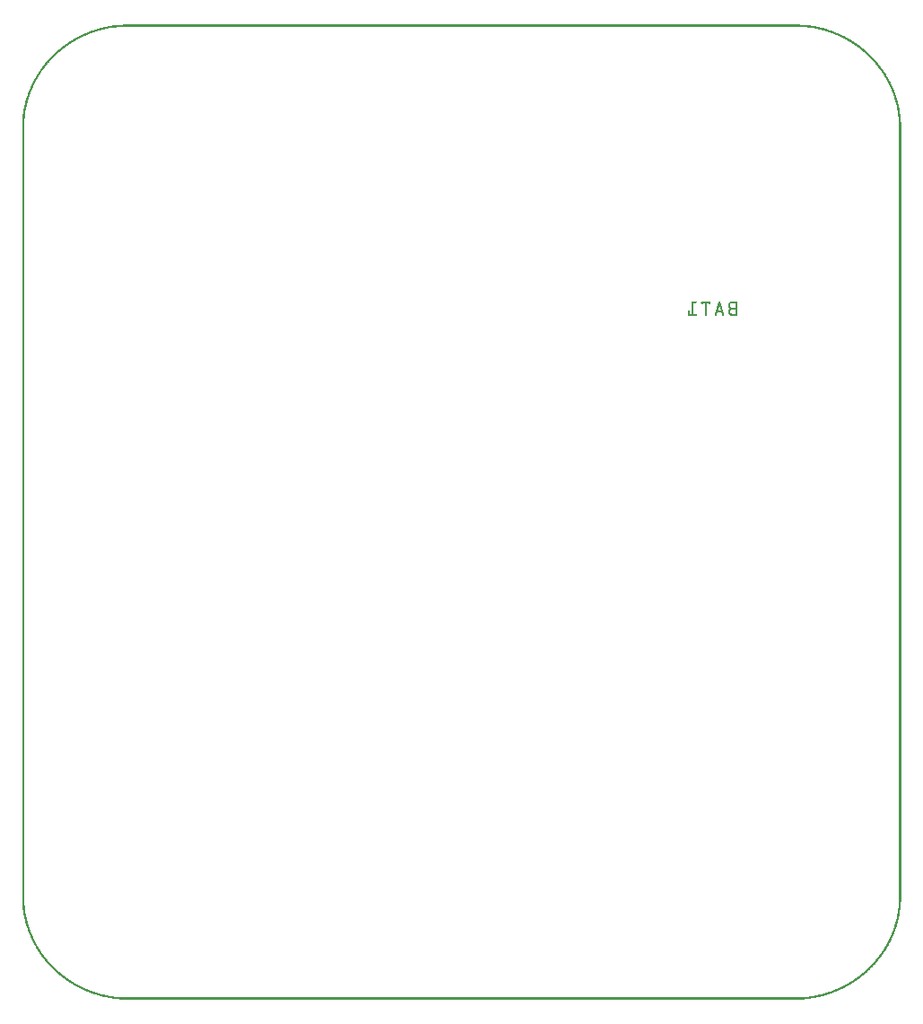
<source format=gbo>
G04 MADE WITH FRITZING*
G04 WWW.FRITZING.ORG*
G04 DOUBLE SIDED*
G04 HOLES PLATED*
G04 CONTOUR ON CENTER OF CONTOUR VECTOR*
%ASAXBY*%
%FSLAX23Y23*%
%MOIN*%
%OFA0B0*%
%SFA1.0B1.0*%
%ADD10R,0.001000X0.001000*%
%LNSILK0*%
G90*
G70*
G54D10*
X376Y3622D02*
X2892Y3622D01*
X361Y3621D02*
X2907Y3621D01*
X351Y3620D02*
X2917Y3620D01*
X343Y3619D02*
X2925Y3619D01*
X336Y3618D02*
X2932Y3618D01*
X329Y3617D02*
X2939Y3617D01*
X324Y3616D02*
X2944Y3616D01*
X318Y3615D02*
X2950Y3615D01*
X313Y3614D02*
X375Y3614D01*
X2893Y3614D02*
X2955Y3614D01*
X309Y3613D02*
X361Y3613D01*
X2907Y3613D02*
X2959Y3613D01*
X304Y3612D02*
X350Y3612D01*
X2918Y3612D02*
X2964Y3612D01*
X300Y3611D02*
X342Y3611D01*
X2926Y3611D02*
X2968Y3611D01*
X296Y3610D02*
X335Y3610D01*
X2933Y3610D02*
X2972Y3610D01*
X292Y3609D02*
X329Y3609D01*
X2939Y3609D02*
X2976Y3609D01*
X288Y3608D02*
X323Y3608D01*
X2945Y3608D02*
X2980Y3608D01*
X285Y3607D02*
X318Y3607D01*
X2950Y3607D02*
X2983Y3607D01*
X281Y3606D02*
X313Y3606D01*
X2955Y3606D02*
X2987Y3606D01*
X278Y3605D02*
X308Y3605D01*
X2960Y3605D02*
X2990Y3605D01*
X275Y3604D02*
X304Y3604D01*
X2964Y3604D02*
X2993Y3604D01*
X272Y3603D02*
X299Y3603D01*
X2969Y3603D02*
X2996Y3603D01*
X269Y3602D02*
X296Y3602D01*
X2972Y3602D02*
X2999Y3602D01*
X266Y3601D02*
X292Y3601D01*
X2976Y3601D02*
X3002Y3601D01*
X263Y3600D02*
X288Y3600D01*
X2980Y3600D02*
X3005Y3600D01*
X260Y3599D02*
X285Y3599D01*
X2983Y3599D02*
X3008Y3599D01*
X257Y3598D02*
X281Y3598D01*
X2987Y3598D02*
X3011Y3598D01*
X255Y3597D02*
X278Y3597D01*
X2990Y3597D02*
X3013Y3597D01*
X252Y3596D02*
X275Y3596D01*
X2993Y3596D02*
X3016Y3596D01*
X249Y3595D02*
X272Y3595D01*
X2996Y3595D02*
X3019Y3595D01*
X247Y3594D02*
X269Y3594D01*
X2999Y3594D02*
X3021Y3594D01*
X244Y3593D02*
X266Y3593D01*
X3002Y3593D02*
X3024Y3593D01*
X242Y3592D02*
X263Y3592D01*
X3005Y3592D02*
X3026Y3592D01*
X239Y3591D02*
X260Y3591D01*
X3008Y3591D02*
X3029Y3591D01*
X237Y3590D02*
X257Y3590D01*
X3011Y3590D02*
X3031Y3590D01*
X235Y3589D02*
X255Y3589D01*
X3013Y3589D02*
X3033Y3589D01*
X233Y3588D02*
X252Y3588D01*
X3016Y3588D02*
X3035Y3588D01*
X230Y3587D02*
X249Y3587D01*
X3019Y3587D02*
X3038Y3587D01*
X228Y3586D02*
X247Y3586D01*
X3021Y3586D02*
X3040Y3586D01*
X226Y3585D02*
X244Y3585D01*
X3024Y3585D02*
X3042Y3585D01*
X224Y3584D02*
X242Y3584D01*
X3026Y3584D02*
X3044Y3584D01*
X222Y3583D02*
X240Y3583D01*
X3028Y3583D02*
X3046Y3583D01*
X220Y3582D02*
X237Y3582D01*
X3031Y3582D02*
X3048Y3582D01*
X218Y3581D02*
X235Y3581D01*
X3033Y3581D02*
X3050Y3581D01*
X216Y3580D02*
X233Y3580D01*
X3035Y3580D02*
X3052Y3580D01*
X213Y3579D02*
X231Y3579D01*
X3037Y3579D02*
X3055Y3579D01*
X211Y3578D02*
X228Y3578D01*
X3040Y3578D02*
X3057Y3578D01*
X209Y3577D02*
X226Y3577D01*
X3042Y3577D02*
X3059Y3577D01*
X207Y3576D02*
X224Y3576D01*
X3044Y3576D02*
X3061Y3576D01*
X206Y3575D02*
X222Y3575D01*
X3046Y3575D02*
X3062Y3575D01*
X204Y3574D02*
X220Y3574D01*
X3048Y3574D02*
X3064Y3574D01*
X202Y3573D02*
X218Y3573D01*
X3050Y3573D02*
X3066Y3573D01*
X200Y3572D02*
X216Y3572D01*
X3052Y3572D02*
X3068Y3572D01*
X199Y3571D02*
X214Y3571D01*
X3054Y3571D02*
X3069Y3571D01*
X197Y3570D02*
X212Y3570D01*
X3056Y3570D02*
X3071Y3570D01*
X195Y3569D02*
X210Y3569D01*
X3058Y3569D02*
X3073Y3569D01*
X193Y3568D02*
X208Y3568D01*
X3060Y3568D02*
X3075Y3568D01*
X191Y3567D02*
X207Y3567D01*
X3061Y3567D02*
X3077Y3567D01*
X190Y3566D02*
X205Y3566D01*
X3063Y3566D02*
X3078Y3566D01*
X188Y3565D02*
X203Y3565D01*
X3065Y3565D02*
X3080Y3565D01*
X187Y3564D02*
X201Y3564D01*
X3067Y3564D02*
X3081Y3564D01*
X185Y3563D02*
X199Y3563D01*
X3069Y3563D02*
X3083Y3563D01*
X183Y3562D02*
X198Y3562D01*
X3070Y3562D02*
X3085Y3562D01*
X182Y3561D02*
X196Y3561D01*
X3072Y3561D02*
X3086Y3561D01*
X180Y3560D02*
X194Y3560D01*
X3074Y3560D02*
X3088Y3560D01*
X178Y3559D02*
X192Y3559D01*
X3076Y3559D02*
X3090Y3559D01*
X177Y3558D02*
X191Y3558D01*
X3077Y3558D02*
X3091Y3558D01*
X175Y3557D02*
X189Y3557D01*
X3079Y3557D02*
X3093Y3557D01*
X174Y3556D02*
X188Y3556D01*
X3080Y3556D02*
X3094Y3556D01*
X172Y3555D02*
X186Y3555D01*
X3082Y3555D02*
X3096Y3555D01*
X171Y3554D02*
X184Y3554D01*
X3084Y3554D02*
X3097Y3554D01*
X169Y3553D02*
X183Y3553D01*
X3085Y3553D02*
X3099Y3553D01*
X168Y3552D02*
X181Y3552D01*
X3087Y3552D02*
X3100Y3552D01*
X167Y3551D02*
X180Y3551D01*
X3088Y3551D02*
X3101Y3551D01*
X165Y3550D02*
X178Y3550D01*
X3090Y3550D02*
X3103Y3550D01*
X164Y3549D02*
X177Y3549D01*
X3091Y3549D02*
X3104Y3549D01*
X162Y3548D02*
X175Y3548D01*
X3093Y3548D02*
X3106Y3548D01*
X161Y3547D02*
X174Y3547D01*
X3094Y3547D02*
X3107Y3547D01*
X159Y3546D02*
X172Y3546D01*
X3096Y3546D02*
X3109Y3546D01*
X158Y3545D02*
X171Y3545D01*
X3097Y3545D02*
X3110Y3545D01*
X157Y3544D02*
X169Y3544D01*
X3099Y3544D02*
X3111Y3544D01*
X155Y3543D02*
X168Y3543D01*
X3100Y3543D02*
X3113Y3543D01*
X154Y3542D02*
X166Y3542D01*
X3102Y3542D02*
X3114Y3542D01*
X153Y3541D02*
X165Y3541D01*
X3103Y3541D02*
X3115Y3541D01*
X151Y3540D02*
X164Y3540D01*
X3104Y3540D02*
X3117Y3540D01*
X150Y3539D02*
X162Y3539D01*
X3106Y3539D02*
X3118Y3539D01*
X149Y3538D02*
X161Y3538D01*
X3107Y3538D02*
X3119Y3538D01*
X148Y3537D02*
X160Y3537D01*
X3108Y3537D02*
X3120Y3537D01*
X146Y3536D02*
X158Y3536D01*
X3110Y3536D02*
X3122Y3536D01*
X145Y3535D02*
X157Y3535D01*
X3111Y3535D02*
X3123Y3535D01*
X144Y3534D02*
X156Y3534D01*
X3112Y3534D02*
X3124Y3534D01*
X142Y3533D02*
X154Y3533D01*
X3114Y3533D02*
X3126Y3533D01*
X141Y3532D02*
X153Y3532D01*
X3115Y3532D02*
X3127Y3532D01*
X140Y3531D02*
X152Y3531D01*
X3116Y3531D02*
X3128Y3531D01*
X139Y3530D02*
X150Y3530D01*
X3118Y3530D02*
X3129Y3530D01*
X138Y3529D02*
X149Y3529D01*
X3119Y3529D02*
X3130Y3529D01*
X137Y3528D02*
X148Y3528D01*
X3120Y3528D02*
X3131Y3528D01*
X135Y3527D02*
X147Y3527D01*
X3121Y3527D02*
X3133Y3527D01*
X134Y3526D02*
X146Y3526D01*
X3122Y3526D02*
X3134Y3526D01*
X133Y3525D02*
X144Y3525D01*
X3124Y3525D02*
X3135Y3525D01*
X132Y3524D02*
X143Y3524D01*
X3125Y3524D02*
X3136Y3524D01*
X131Y3523D02*
X142Y3523D01*
X3126Y3523D02*
X3137Y3523D01*
X129Y3522D02*
X141Y3522D01*
X3127Y3522D02*
X3139Y3522D01*
X128Y3521D02*
X140Y3521D01*
X3128Y3521D02*
X3140Y3521D01*
X127Y3520D02*
X138Y3520D01*
X3130Y3520D02*
X3141Y3520D01*
X126Y3519D02*
X137Y3519D01*
X3131Y3519D02*
X3142Y3519D01*
X125Y3518D02*
X136Y3518D01*
X3132Y3518D02*
X3143Y3518D01*
X124Y3517D02*
X135Y3517D01*
X3133Y3517D02*
X3144Y3517D01*
X123Y3516D02*
X134Y3516D01*
X3134Y3516D02*
X3145Y3516D01*
X122Y3515D02*
X133Y3515D01*
X3135Y3515D02*
X3146Y3515D01*
X121Y3514D02*
X132Y3514D01*
X3136Y3514D02*
X3147Y3514D01*
X120Y3513D02*
X131Y3513D01*
X3137Y3513D02*
X3148Y3513D01*
X119Y3512D02*
X129Y3512D01*
X3139Y3512D02*
X3149Y3512D01*
X118Y3511D02*
X128Y3511D01*
X3140Y3511D02*
X3150Y3511D01*
X117Y3510D02*
X127Y3510D01*
X3141Y3510D02*
X3151Y3510D01*
X116Y3509D02*
X126Y3509D01*
X3142Y3509D02*
X3152Y3509D01*
X115Y3508D02*
X125Y3508D01*
X3143Y3508D02*
X3153Y3508D01*
X114Y3507D02*
X124Y3507D01*
X3144Y3507D02*
X3154Y3507D01*
X113Y3506D02*
X123Y3506D01*
X3145Y3506D02*
X3155Y3506D01*
X112Y3505D02*
X122Y3505D01*
X3146Y3505D02*
X3156Y3505D01*
X111Y3504D02*
X121Y3504D01*
X3147Y3504D02*
X3157Y3504D01*
X110Y3503D02*
X120Y3503D01*
X3148Y3503D02*
X3158Y3503D01*
X109Y3502D02*
X119Y3502D01*
X3149Y3502D02*
X3159Y3502D01*
X108Y3501D02*
X118Y3501D01*
X3150Y3501D02*
X3160Y3501D01*
X107Y3500D02*
X117Y3500D01*
X3151Y3500D02*
X3161Y3500D01*
X106Y3499D02*
X116Y3499D01*
X3152Y3499D02*
X3162Y3499D01*
X105Y3498D02*
X115Y3498D01*
X3153Y3498D02*
X3163Y3498D01*
X104Y3497D02*
X114Y3497D01*
X3154Y3497D02*
X3164Y3497D01*
X103Y3496D02*
X113Y3496D01*
X3155Y3496D02*
X3165Y3496D01*
X102Y3495D02*
X112Y3495D01*
X3156Y3495D02*
X3166Y3495D01*
X101Y3494D02*
X111Y3494D01*
X3157Y3494D02*
X3167Y3494D01*
X100Y3493D02*
X110Y3493D01*
X3158Y3493D02*
X3168Y3493D01*
X99Y3492D02*
X109Y3492D01*
X3159Y3492D02*
X3169Y3492D01*
X98Y3491D02*
X108Y3491D01*
X3160Y3491D02*
X3170Y3491D01*
X98Y3490D02*
X107Y3490D01*
X3161Y3490D02*
X3170Y3490D01*
X97Y3489D02*
X106Y3489D01*
X3162Y3489D02*
X3171Y3489D01*
X96Y3488D02*
X105Y3488D01*
X3163Y3488D02*
X3172Y3488D01*
X95Y3487D02*
X105Y3487D01*
X3163Y3487D02*
X3173Y3487D01*
X94Y3486D02*
X104Y3486D01*
X3164Y3486D02*
X3174Y3486D01*
X93Y3485D02*
X103Y3485D01*
X3165Y3485D02*
X3175Y3485D01*
X92Y3484D02*
X102Y3484D01*
X3166Y3484D02*
X3176Y3484D01*
X91Y3483D02*
X101Y3483D01*
X3167Y3483D02*
X3177Y3483D01*
X90Y3482D02*
X100Y3482D01*
X3168Y3482D02*
X3178Y3482D01*
X90Y3481D02*
X99Y3481D01*
X3169Y3481D02*
X3178Y3481D01*
X89Y3480D02*
X98Y3480D01*
X3170Y3480D02*
X3179Y3480D01*
X88Y3479D02*
X97Y3479D01*
X3171Y3479D02*
X3180Y3479D01*
X87Y3478D02*
X96Y3478D01*
X3171Y3478D02*
X3181Y3478D01*
X86Y3477D02*
X96Y3477D01*
X3172Y3477D02*
X3182Y3477D01*
X86Y3476D02*
X95Y3476D01*
X3173Y3476D02*
X3182Y3476D01*
X85Y3475D02*
X94Y3475D01*
X3174Y3475D02*
X3183Y3475D01*
X84Y3474D02*
X93Y3474D01*
X3175Y3474D02*
X3184Y3474D01*
X83Y3473D02*
X92Y3473D01*
X3176Y3473D02*
X3185Y3473D01*
X82Y3472D02*
X92Y3472D01*
X3176Y3472D02*
X3186Y3472D01*
X82Y3471D02*
X91Y3471D01*
X3177Y3471D02*
X3186Y3471D01*
X81Y3470D02*
X90Y3470D01*
X3178Y3470D02*
X3187Y3470D01*
X80Y3469D02*
X89Y3469D01*
X3179Y3469D02*
X3188Y3469D01*
X79Y3468D02*
X88Y3468D01*
X3180Y3468D02*
X3189Y3468D01*
X78Y3467D02*
X88Y3467D01*
X3180Y3467D02*
X3190Y3467D01*
X78Y3466D02*
X87Y3466D01*
X3181Y3466D02*
X3190Y3466D01*
X77Y3465D02*
X86Y3465D01*
X3182Y3465D02*
X3191Y3465D01*
X76Y3464D02*
X85Y3464D01*
X3183Y3464D02*
X3192Y3464D01*
X76Y3463D02*
X84Y3463D01*
X3184Y3463D02*
X3192Y3463D01*
X75Y3462D02*
X84Y3462D01*
X3184Y3462D02*
X3193Y3462D01*
X74Y3461D02*
X83Y3461D01*
X3185Y3461D02*
X3194Y3461D01*
X73Y3460D02*
X82Y3460D01*
X3186Y3460D02*
X3195Y3460D01*
X73Y3459D02*
X81Y3459D01*
X3187Y3459D02*
X3195Y3459D01*
X72Y3458D02*
X81Y3458D01*
X3187Y3458D02*
X3196Y3458D01*
X71Y3457D02*
X80Y3457D01*
X3188Y3457D02*
X3197Y3457D01*
X70Y3456D02*
X79Y3456D01*
X3189Y3456D02*
X3198Y3456D01*
X70Y3455D02*
X78Y3455D01*
X3190Y3455D02*
X3198Y3455D01*
X69Y3454D02*
X78Y3454D01*
X3190Y3454D02*
X3199Y3454D01*
X68Y3453D02*
X77Y3453D01*
X3191Y3453D02*
X3200Y3453D01*
X68Y3452D02*
X76Y3452D01*
X3192Y3452D02*
X3200Y3452D01*
X67Y3451D02*
X76Y3451D01*
X3192Y3451D02*
X3201Y3451D01*
X66Y3450D02*
X75Y3450D01*
X3193Y3450D02*
X3202Y3450D01*
X66Y3449D02*
X74Y3449D01*
X3194Y3449D02*
X3202Y3449D01*
X65Y3448D02*
X73Y3448D01*
X3195Y3448D02*
X3203Y3448D01*
X64Y3447D02*
X73Y3447D01*
X3195Y3447D02*
X3204Y3447D01*
X64Y3446D02*
X72Y3446D01*
X3196Y3446D02*
X3204Y3446D01*
X63Y3445D02*
X71Y3445D01*
X3197Y3445D02*
X3205Y3445D01*
X62Y3444D02*
X71Y3444D01*
X3197Y3444D02*
X3206Y3444D01*
X62Y3443D02*
X70Y3443D01*
X3198Y3443D02*
X3206Y3443D01*
X61Y3442D02*
X69Y3442D01*
X3199Y3442D02*
X3207Y3442D01*
X60Y3441D02*
X69Y3441D01*
X3199Y3441D02*
X3208Y3441D01*
X60Y3440D02*
X68Y3440D01*
X3200Y3440D02*
X3208Y3440D01*
X59Y3439D02*
X67Y3439D01*
X3201Y3439D02*
X3209Y3439D01*
X58Y3438D02*
X67Y3438D01*
X3201Y3438D02*
X3210Y3438D01*
X58Y3437D02*
X66Y3437D01*
X3202Y3437D02*
X3210Y3437D01*
X57Y3436D02*
X65Y3436D01*
X3203Y3436D02*
X3211Y3436D01*
X57Y3435D02*
X65Y3435D01*
X3203Y3435D02*
X3211Y3435D01*
X56Y3434D02*
X64Y3434D01*
X3204Y3434D02*
X3212Y3434D01*
X55Y3433D02*
X64Y3433D01*
X3204Y3433D02*
X3213Y3433D01*
X55Y3432D02*
X63Y3432D01*
X3205Y3432D02*
X3213Y3432D01*
X54Y3431D02*
X62Y3431D01*
X3206Y3431D02*
X3214Y3431D01*
X54Y3430D02*
X62Y3430D01*
X3206Y3430D02*
X3214Y3430D01*
X53Y3429D02*
X61Y3429D01*
X3207Y3429D02*
X3215Y3429D01*
X52Y3428D02*
X61Y3428D01*
X3207Y3428D02*
X3216Y3428D01*
X52Y3427D02*
X60Y3427D01*
X3208Y3427D02*
X3216Y3427D01*
X51Y3426D02*
X59Y3426D01*
X3209Y3426D02*
X3217Y3426D01*
X51Y3425D02*
X59Y3425D01*
X3209Y3425D02*
X3217Y3425D01*
X50Y3424D02*
X58Y3424D01*
X3210Y3424D02*
X3218Y3424D01*
X49Y3423D02*
X58Y3423D01*
X3210Y3423D02*
X3219Y3423D01*
X49Y3422D02*
X57Y3422D01*
X3211Y3422D02*
X3219Y3422D01*
X48Y3421D02*
X56Y3421D01*
X3212Y3421D02*
X3220Y3421D01*
X48Y3420D02*
X56Y3420D01*
X3212Y3420D02*
X3220Y3420D01*
X47Y3419D02*
X55Y3419D01*
X3213Y3419D02*
X3221Y3419D01*
X47Y3418D02*
X55Y3418D01*
X3213Y3418D02*
X3221Y3418D01*
X46Y3417D02*
X54Y3417D01*
X3214Y3417D02*
X3222Y3417D01*
X46Y3416D02*
X54Y3416D01*
X3214Y3416D02*
X3222Y3416D01*
X45Y3415D02*
X53Y3415D01*
X3215Y3415D02*
X3223Y3415D01*
X45Y3414D02*
X53Y3414D01*
X3215Y3414D02*
X3223Y3414D01*
X44Y3413D02*
X52Y3413D01*
X3216Y3413D02*
X3224Y3413D01*
X44Y3412D02*
X51Y3412D01*
X3217Y3412D02*
X3224Y3412D01*
X43Y3411D02*
X51Y3411D01*
X3217Y3411D02*
X3225Y3411D01*
X43Y3410D02*
X50Y3410D01*
X3218Y3410D02*
X3225Y3410D01*
X42Y3409D02*
X50Y3409D01*
X3218Y3409D02*
X3226Y3409D01*
X41Y3408D02*
X49Y3408D01*
X3219Y3408D02*
X3227Y3408D01*
X41Y3407D02*
X49Y3407D01*
X3219Y3407D02*
X3227Y3407D01*
X40Y3406D02*
X48Y3406D01*
X3220Y3406D02*
X3228Y3406D01*
X40Y3405D02*
X48Y3405D01*
X3220Y3405D02*
X3228Y3405D01*
X39Y3404D02*
X47Y3404D01*
X3221Y3404D02*
X3229Y3404D01*
X39Y3403D02*
X47Y3403D01*
X3221Y3403D02*
X3229Y3403D01*
X39Y3402D02*
X46Y3402D01*
X3222Y3402D02*
X3229Y3402D01*
X38Y3401D02*
X46Y3401D01*
X3222Y3401D02*
X3230Y3401D01*
X38Y3400D02*
X45Y3400D01*
X3223Y3400D02*
X3230Y3400D01*
X37Y3399D02*
X45Y3399D01*
X3223Y3399D02*
X3231Y3399D01*
X37Y3398D02*
X44Y3398D01*
X3224Y3398D02*
X3231Y3398D01*
X36Y3397D02*
X44Y3397D01*
X3224Y3397D02*
X3232Y3397D01*
X36Y3396D02*
X43Y3396D01*
X3225Y3396D02*
X3232Y3396D01*
X35Y3395D02*
X43Y3395D01*
X3225Y3395D02*
X3233Y3395D01*
X35Y3394D02*
X42Y3394D01*
X3226Y3394D02*
X3233Y3394D01*
X34Y3393D02*
X42Y3393D01*
X3226Y3393D02*
X3234Y3393D01*
X34Y3392D02*
X42Y3392D01*
X3226Y3392D02*
X3234Y3392D01*
X33Y3391D02*
X41Y3391D01*
X3227Y3391D02*
X3235Y3391D01*
X33Y3390D02*
X41Y3390D01*
X3227Y3390D02*
X3235Y3390D01*
X32Y3389D02*
X40Y3389D01*
X3228Y3389D02*
X3236Y3389D01*
X32Y3388D02*
X40Y3388D01*
X3228Y3388D02*
X3236Y3388D01*
X32Y3387D02*
X39Y3387D01*
X3229Y3387D02*
X3236Y3387D01*
X31Y3386D02*
X39Y3386D01*
X3229Y3386D02*
X3237Y3386D01*
X31Y3385D02*
X38Y3385D01*
X3230Y3385D02*
X3237Y3385D01*
X30Y3384D02*
X38Y3384D01*
X3230Y3384D02*
X3238Y3384D01*
X30Y3383D02*
X37Y3383D01*
X3231Y3383D02*
X3238Y3383D01*
X30Y3382D02*
X37Y3382D01*
X3231Y3382D02*
X3238Y3382D01*
X29Y3381D02*
X37Y3381D01*
X3231Y3381D02*
X3239Y3381D01*
X29Y3380D02*
X36Y3380D01*
X3232Y3380D02*
X3239Y3380D01*
X28Y3379D02*
X36Y3379D01*
X3232Y3379D02*
X3240Y3379D01*
X28Y3378D02*
X35Y3378D01*
X3233Y3378D02*
X3240Y3378D01*
X28Y3377D02*
X35Y3377D01*
X3233Y3377D02*
X3240Y3377D01*
X27Y3376D02*
X35Y3376D01*
X3233Y3376D02*
X3241Y3376D01*
X27Y3375D02*
X34Y3375D01*
X3234Y3375D02*
X3241Y3375D01*
X26Y3374D02*
X34Y3374D01*
X3234Y3374D02*
X3242Y3374D01*
X26Y3373D02*
X33Y3373D01*
X3235Y3373D02*
X3242Y3373D01*
X26Y3372D02*
X33Y3372D01*
X3235Y3372D02*
X3242Y3372D01*
X25Y3371D02*
X33Y3371D01*
X3235Y3371D02*
X3243Y3371D01*
X25Y3370D02*
X32Y3370D01*
X3236Y3370D02*
X3243Y3370D01*
X24Y3369D02*
X32Y3369D01*
X3236Y3369D02*
X3244Y3369D01*
X24Y3368D02*
X31Y3368D01*
X3237Y3368D02*
X3244Y3368D01*
X24Y3367D02*
X31Y3367D01*
X3237Y3367D02*
X3244Y3367D01*
X23Y3366D02*
X31Y3366D01*
X3237Y3366D02*
X3245Y3366D01*
X23Y3365D02*
X30Y3365D01*
X3238Y3365D02*
X3245Y3365D01*
X23Y3364D02*
X30Y3364D01*
X3238Y3364D02*
X3245Y3364D01*
X22Y3363D02*
X30Y3363D01*
X3238Y3363D02*
X3246Y3363D01*
X22Y3362D02*
X29Y3362D01*
X3239Y3362D02*
X3246Y3362D01*
X22Y3361D02*
X29Y3361D01*
X3239Y3361D02*
X3246Y3361D01*
X21Y3360D02*
X29Y3360D01*
X3239Y3360D02*
X3247Y3360D01*
X21Y3359D02*
X28Y3359D01*
X3240Y3359D02*
X3247Y3359D01*
X21Y3358D02*
X28Y3358D01*
X3240Y3358D02*
X3247Y3358D01*
X20Y3357D02*
X28Y3357D01*
X3240Y3357D02*
X3248Y3357D01*
X20Y3356D02*
X27Y3356D01*
X3241Y3356D02*
X3248Y3356D01*
X20Y3355D02*
X27Y3355D01*
X3241Y3355D02*
X3248Y3355D01*
X19Y3354D02*
X26Y3354D01*
X3242Y3354D02*
X3249Y3354D01*
X19Y3353D02*
X26Y3353D01*
X3242Y3353D02*
X3249Y3353D01*
X19Y3352D02*
X26Y3352D01*
X3242Y3352D02*
X3249Y3352D01*
X18Y3351D02*
X25Y3351D01*
X3243Y3351D02*
X3250Y3351D01*
X18Y3350D02*
X25Y3350D01*
X3243Y3350D02*
X3250Y3350D01*
X18Y3349D02*
X25Y3349D01*
X3243Y3349D02*
X3250Y3349D01*
X17Y3348D02*
X25Y3348D01*
X3243Y3348D02*
X3251Y3348D01*
X17Y3347D02*
X24Y3347D01*
X3244Y3347D02*
X3251Y3347D01*
X17Y3346D02*
X24Y3346D01*
X3244Y3346D02*
X3251Y3346D01*
X16Y3345D02*
X24Y3345D01*
X3244Y3345D02*
X3252Y3345D01*
X16Y3344D02*
X23Y3344D01*
X3245Y3344D02*
X3252Y3344D01*
X16Y3343D02*
X23Y3343D01*
X3245Y3343D02*
X3252Y3343D01*
X15Y3342D02*
X23Y3342D01*
X3245Y3342D02*
X3253Y3342D01*
X15Y3341D02*
X22Y3341D01*
X3246Y3341D02*
X3253Y3341D01*
X15Y3340D02*
X22Y3340D01*
X3246Y3340D02*
X3253Y3340D01*
X15Y3339D02*
X22Y3339D01*
X3246Y3339D02*
X3253Y3339D01*
X14Y3338D02*
X22Y3338D01*
X3246Y3338D02*
X3254Y3338D01*
X14Y3337D02*
X21Y3337D01*
X3247Y3337D02*
X3254Y3337D01*
X14Y3336D02*
X21Y3336D01*
X3247Y3336D02*
X3254Y3336D01*
X14Y3335D02*
X21Y3335D01*
X3247Y3335D02*
X3254Y3335D01*
X13Y3334D02*
X20Y3334D01*
X3248Y3334D02*
X3255Y3334D01*
X13Y3333D02*
X20Y3333D01*
X3248Y3333D02*
X3255Y3333D01*
X13Y3332D02*
X20Y3332D01*
X3248Y3332D02*
X3255Y3332D01*
X13Y3331D02*
X20Y3331D01*
X3248Y3331D02*
X3255Y3331D01*
X12Y3330D02*
X19Y3330D01*
X3249Y3330D02*
X3256Y3330D01*
X12Y3329D02*
X19Y3329D01*
X3249Y3329D02*
X3256Y3329D01*
X12Y3328D02*
X19Y3328D01*
X3249Y3328D02*
X3256Y3328D01*
X12Y3327D02*
X19Y3327D01*
X3249Y3327D02*
X3256Y3327D01*
X11Y3326D02*
X18Y3326D01*
X3250Y3326D02*
X3257Y3326D01*
X11Y3325D02*
X18Y3325D01*
X3250Y3325D02*
X3257Y3325D01*
X11Y3324D02*
X18Y3324D01*
X3250Y3324D02*
X3257Y3324D01*
X11Y3323D02*
X18Y3323D01*
X3250Y3323D02*
X3257Y3323D01*
X10Y3322D02*
X17Y3322D01*
X3251Y3322D02*
X3258Y3322D01*
X10Y3321D02*
X17Y3321D01*
X3251Y3321D02*
X3258Y3321D01*
X10Y3320D02*
X17Y3320D01*
X3251Y3320D02*
X3258Y3320D01*
X10Y3319D02*
X17Y3319D01*
X3251Y3319D02*
X3258Y3319D01*
X9Y3318D02*
X17Y3318D01*
X3251Y3318D02*
X3259Y3318D01*
X9Y3317D02*
X16Y3317D01*
X3252Y3317D02*
X3259Y3317D01*
X9Y3316D02*
X16Y3316D01*
X3252Y3316D02*
X3259Y3316D01*
X9Y3315D02*
X16Y3315D01*
X3252Y3315D02*
X3259Y3315D01*
X9Y3314D02*
X16Y3314D01*
X3252Y3314D02*
X3259Y3314D01*
X8Y3313D02*
X15Y3313D01*
X3253Y3313D02*
X3260Y3313D01*
X8Y3312D02*
X15Y3312D01*
X3253Y3312D02*
X3260Y3312D01*
X8Y3311D02*
X15Y3311D01*
X3253Y3311D02*
X3260Y3311D01*
X8Y3310D02*
X15Y3310D01*
X3253Y3310D02*
X3260Y3310D01*
X8Y3309D02*
X15Y3309D01*
X3253Y3309D02*
X3260Y3309D01*
X7Y3308D02*
X14Y3308D01*
X3253Y3308D02*
X3261Y3308D01*
X7Y3307D02*
X14Y3307D01*
X3254Y3307D02*
X3261Y3307D01*
X7Y3306D02*
X14Y3306D01*
X3254Y3306D02*
X3261Y3306D01*
X7Y3305D02*
X14Y3305D01*
X3254Y3305D02*
X3261Y3305D01*
X7Y3304D02*
X14Y3304D01*
X3254Y3304D02*
X3261Y3304D01*
X7Y3303D02*
X14Y3303D01*
X3254Y3303D02*
X3261Y3303D01*
X6Y3302D02*
X13Y3302D01*
X3255Y3302D02*
X3262Y3302D01*
X6Y3301D02*
X13Y3301D01*
X3255Y3301D02*
X3262Y3301D01*
X6Y3300D02*
X13Y3300D01*
X3255Y3300D02*
X3262Y3300D01*
X6Y3299D02*
X13Y3299D01*
X3255Y3299D02*
X3262Y3299D01*
X6Y3298D02*
X13Y3298D01*
X3255Y3298D02*
X3262Y3298D01*
X6Y3297D02*
X13Y3297D01*
X3255Y3297D02*
X3262Y3297D01*
X5Y3296D02*
X12Y3296D01*
X3256Y3296D02*
X3263Y3296D01*
X5Y3295D02*
X12Y3295D01*
X3256Y3295D02*
X3263Y3295D01*
X5Y3294D02*
X12Y3294D01*
X3256Y3294D02*
X3263Y3294D01*
X5Y3293D02*
X12Y3293D01*
X3256Y3293D02*
X3263Y3293D01*
X5Y3292D02*
X12Y3292D01*
X3256Y3292D02*
X3263Y3292D01*
X5Y3291D02*
X12Y3291D01*
X3256Y3291D02*
X3263Y3291D01*
X5Y3290D02*
X12Y3290D01*
X3256Y3290D02*
X3263Y3290D01*
X4Y3289D02*
X11Y3289D01*
X3257Y3289D02*
X3264Y3289D01*
X4Y3288D02*
X11Y3288D01*
X3257Y3288D02*
X3264Y3288D01*
X4Y3287D02*
X11Y3287D01*
X3257Y3287D02*
X3264Y3287D01*
X4Y3286D02*
X11Y3286D01*
X3257Y3286D02*
X3264Y3286D01*
X4Y3285D02*
X11Y3285D01*
X3257Y3285D02*
X3264Y3285D01*
X4Y3284D02*
X11Y3284D01*
X3257Y3284D02*
X3264Y3284D01*
X4Y3283D02*
X11Y3283D01*
X3257Y3283D02*
X3264Y3283D01*
X3Y3282D02*
X11Y3282D01*
X3257Y3282D02*
X3265Y3282D01*
X3Y3281D02*
X10Y3281D01*
X3258Y3281D02*
X3265Y3281D01*
X3Y3280D02*
X10Y3280D01*
X3258Y3280D02*
X3265Y3280D01*
X3Y3279D02*
X10Y3279D01*
X3258Y3279D02*
X3265Y3279D01*
X3Y3278D02*
X10Y3278D01*
X3258Y3278D02*
X3265Y3278D01*
X3Y3277D02*
X10Y3277D01*
X3258Y3277D02*
X3265Y3277D01*
X3Y3276D02*
X10Y3276D01*
X3258Y3276D02*
X3265Y3276D01*
X3Y3275D02*
X10Y3275D01*
X3258Y3275D02*
X3265Y3275D01*
X3Y3274D02*
X10Y3274D01*
X3258Y3274D02*
X3265Y3274D01*
X3Y3273D02*
X10Y3273D01*
X3258Y3273D02*
X3265Y3273D01*
X2Y3272D02*
X9Y3272D01*
X3259Y3272D02*
X3266Y3272D01*
X2Y3271D02*
X9Y3271D01*
X3259Y3271D02*
X3266Y3271D01*
X2Y3270D02*
X9Y3270D01*
X3259Y3270D02*
X3266Y3270D01*
X2Y3269D02*
X9Y3269D01*
X3259Y3269D02*
X3266Y3269D01*
X2Y3268D02*
X9Y3268D01*
X3259Y3268D02*
X3266Y3268D01*
X2Y3267D02*
X9Y3267D01*
X3259Y3267D02*
X3266Y3267D01*
X2Y3266D02*
X9Y3266D01*
X3259Y3266D02*
X3266Y3266D01*
X2Y3265D02*
X9Y3265D01*
X3259Y3265D02*
X3266Y3265D01*
X2Y3264D02*
X9Y3264D01*
X3259Y3264D02*
X3266Y3264D01*
X2Y3263D02*
X9Y3263D01*
X3259Y3263D02*
X3266Y3263D01*
X2Y3262D02*
X9Y3262D01*
X3259Y3262D02*
X3266Y3262D01*
X2Y3261D02*
X9Y3261D01*
X3259Y3261D02*
X3266Y3261D01*
X2Y3260D02*
X9Y3260D01*
X3259Y3260D02*
X3266Y3260D01*
X2Y3259D02*
X9Y3259D01*
X3259Y3259D02*
X3266Y3259D01*
X1Y3258D02*
X8Y3258D01*
X3260Y3258D02*
X3267Y3258D01*
X1Y3257D02*
X8Y3257D01*
X3260Y3257D02*
X3267Y3257D01*
X1Y3256D02*
X8Y3256D01*
X3260Y3256D02*
X3267Y3256D01*
X1Y3255D02*
X8Y3255D01*
X3260Y3255D02*
X3267Y3255D01*
X1Y3254D02*
X8Y3254D01*
X3260Y3254D02*
X3267Y3254D01*
X1Y3253D02*
X8Y3253D01*
X3260Y3253D02*
X3267Y3253D01*
X1Y3252D02*
X8Y3252D01*
X3260Y3252D02*
X3267Y3252D01*
X1Y3251D02*
X8Y3251D01*
X3260Y3251D02*
X3267Y3251D01*
X1Y3250D02*
X8Y3250D01*
X3260Y3250D02*
X3267Y3250D01*
X1Y3249D02*
X8Y3249D01*
X3260Y3249D02*
X3267Y3249D01*
X1Y3248D02*
X8Y3248D01*
X3260Y3248D02*
X3267Y3248D01*
X1Y3247D02*
X8Y3247D01*
X3260Y3247D02*
X3267Y3247D01*
X1Y3246D02*
X8Y3246D01*
X3260Y3246D02*
X3267Y3246D01*
X1Y3245D02*
X8Y3245D01*
X3260Y3245D02*
X3267Y3245D01*
X1Y3244D02*
X8Y3244D01*
X3260Y3244D02*
X3267Y3244D01*
X1Y3243D02*
X8Y3243D01*
X3260Y3243D02*
X3267Y3243D01*
X1Y3242D02*
X8Y3242D01*
X3260Y3242D02*
X3267Y3242D01*
X1Y3241D02*
X8Y3241D01*
X3260Y3241D02*
X3267Y3241D01*
X1Y3240D02*
X8Y3240D01*
X3260Y3240D02*
X3267Y3240D01*
X1Y3239D02*
X8Y3239D01*
X3260Y3239D02*
X3267Y3239D01*
X1Y3238D02*
X8Y3238D01*
X3260Y3238D02*
X3267Y3238D01*
X1Y3237D02*
X8Y3237D01*
X3260Y3237D02*
X3267Y3237D01*
X1Y3236D02*
X8Y3236D01*
X3260Y3236D02*
X3267Y3236D01*
X1Y3235D02*
X8Y3235D01*
X3260Y3235D02*
X3267Y3235D01*
X1Y3234D02*
X8Y3234D01*
X3260Y3234D02*
X3267Y3234D01*
X1Y3233D02*
X8Y3233D01*
X3260Y3233D02*
X3267Y3233D01*
X1Y3232D02*
X8Y3232D01*
X3260Y3232D02*
X3267Y3232D01*
X1Y3231D02*
X8Y3231D01*
X3260Y3231D02*
X3267Y3231D01*
X1Y3230D02*
X8Y3230D01*
X3260Y3230D02*
X3267Y3230D01*
X1Y3229D02*
X8Y3229D01*
X3260Y3229D02*
X3267Y3229D01*
X1Y3228D02*
X8Y3228D01*
X3260Y3228D02*
X3267Y3228D01*
X1Y3227D02*
X8Y3227D01*
X3260Y3227D02*
X3267Y3227D01*
X1Y3226D02*
X8Y3226D01*
X3260Y3226D02*
X3267Y3226D01*
X1Y3225D02*
X8Y3225D01*
X3260Y3225D02*
X3267Y3225D01*
X1Y3224D02*
X8Y3224D01*
X3260Y3224D02*
X3267Y3224D01*
X1Y3223D02*
X8Y3223D01*
X3260Y3223D02*
X3267Y3223D01*
X1Y3222D02*
X8Y3222D01*
X3260Y3222D02*
X3267Y3222D01*
X1Y3221D02*
X8Y3221D01*
X3260Y3221D02*
X3267Y3221D01*
X1Y3220D02*
X8Y3220D01*
X3260Y3220D02*
X3267Y3220D01*
X1Y3219D02*
X8Y3219D01*
X3260Y3219D02*
X3267Y3219D01*
X1Y3218D02*
X8Y3218D01*
X3260Y3218D02*
X3267Y3218D01*
X1Y3217D02*
X8Y3217D01*
X3260Y3217D02*
X3267Y3217D01*
X1Y3216D02*
X8Y3216D01*
X3260Y3216D02*
X3267Y3216D01*
X1Y3215D02*
X8Y3215D01*
X3260Y3215D02*
X3267Y3215D01*
X1Y3214D02*
X8Y3214D01*
X3260Y3214D02*
X3267Y3214D01*
X1Y3213D02*
X8Y3213D01*
X3260Y3213D02*
X3267Y3213D01*
X1Y3212D02*
X8Y3212D01*
X3260Y3212D02*
X3267Y3212D01*
X1Y3211D02*
X8Y3211D01*
X3260Y3211D02*
X3267Y3211D01*
X1Y3210D02*
X8Y3210D01*
X3260Y3210D02*
X3267Y3210D01*
X1Y3209D02*
X8Y3209D01*
X3260Y3209D02*
X3267Y3209D01*
X1Y3208D02*
X8Y3208D01*
X3260Y3208D02*
X3267Y3208D01*
X1Y3207D02*
X8Y3207D01*
X3260Y3207D02*
X3267Y3207D01*
X1Y3206D02*
X8Y3206D01*
X3260Y3206D02*
X3267Y3206D01*
X1Y3205D02*
X8Y3205D01*
X3260Y3205D02*
X3267Y3205D01*
X1Y3204D02*
X8Y3204D01*
X3260Y3204D02*
X3267Y3204D01*
X1Y3203D02*
X8Y3203D01*
X3260Y3203D02*
X3267Y3203D01*
X1Y3202D02*
X8Y3202D01*
X3260Y3202D02*
X3267Y3202D01*
X1Y3201D02*
X8Y3201D01*
X3260Y3201D02*
X3267Y3201D01*
X1Y3200D02*
X8Y3200D01*
X3260Y3200D02*
X3267Y3200D01*
X1Y3199D02*
X8Y3199D01*
X3260Y3199D02*
X3267Y3199D01*
X1Y3198D02*
X8Y3198D01*
X3260Y3198D02*
X3267Y3198D01*
X1Y3197D02*
X8Y3197D01*
X3260Y3197D02*
X3267Y3197D01*
X1Y3196D02*
X8Y3196D01*
X3260Y3196D02*
X3267Y3196D01*
X1Y3195D02*
X8Y3195D01*
X3260Y3195D02*
X3267Y3195D01*
X1Y3194D02*
X8Y3194D01*
X3260Y3194D02*
X3267Y3194D01*
X1Y3193D02*
X8Y3193D01*
X3260Y3193D02*
X3267Y3193D01*
X1Y3192D02*
X8Y3192D01*
X3260Y3192D02*
X3267Y3192D01*
X1Y3191D02*
X8Y3191D01*
X3260Y3191D02*
X3267Y3191D01*
X1Y3190D02*
X8Y3190D01*
X3260Y3190D02*
X3267Y3190D01*
X1Y3189D02*
X8Y3189D01*
X3260Y3189D02*
X3267Y3189D01*
X1Y3188D02*
X8Y3188D01*
X3260Y3188D02*
X3267Y3188D01*
X1Y3187D02*
X8Y3187D01*
X3260Y3187D02*
X3267Y3187D01*
X1Y3186D02*
X8Y3186D01*
X3260Y3186D02*
X3267Y3186D01*
X1Y3185D02*
X8Y3185D01*
X3260Y3185D02*
X3267Y3185D01*
X1Y3184D02*
X8Y3184D01*
X3260Y3184D02*
X3267Y3184D01*
X1Y3183D02*
X8Y3183D01*
X3260Y3183D02*
X3267Y3183D01*
X1Y3182D02*
X8Y3182D01*
X3260Y3182D02*
X3267Y3182D01*
X1Y3181D02*
X8Y3181D01*
X3260Y3181D02*
X3267Y3181D01*
X1Y3180D02*
X8Y3180D01*
X3260Y3180D02*
X3267Y3180D01*
X1Y3179D02*
X8Y3179D01*
X3260Y3179D02*
X3267Y3179D01*
X1Y3178D02*
X8Y3178D01*
X3260Y3178D02*
X3267Y3178D01*
X1Y3177D02*
X8Y3177D01*
X3260Y3177D02*
X3267Y3177D01*
X1Y3176D02*
X8Y3176D01*
X3260Y3176D02*
X3267Y3176D01*
X1Y3175D02*
X8Y3175D01*
X3260Y3175D02*
X3267Y3175D01*
X1Y3174D02*
X8Y3174D01*
X3260Y3174D02*
X3267Y3174D01*
X1Y3173D02*
X8Y3173D01*
X3260Y3173D02*
X3267Y3173D01*
X1Y3172D02*
X8Y3172D01*
X3260Y3172D02*
X3267Y3172D01*
X1Y3171D02*
X8Y3171D01*
X3260Y3171D02*
X3267Y3171D01*
X1Y3170D02*
X8Y3170D01*
X3260Y3170D02*
X3267Y3170D01*
X1Y3169D02*
X8Y3169D01*
X3260Y3169D02*
X3267Y3169D01*
X1Y3168D02*
X8Y3168D01*
X3260Y3168D02*
X3267Y3168D01*
X1Y3167D02*
X8Y3167D01*
X3260Y3167D02*
X3267Y3167D01*
X1Y3166D02*
X8Y3166D01*
X3260Y3166D02*
X3267Y3166D01*
X1Y3165D02*
X8Y3165D01*
X3260Y3165D02*
X3267Y3165D01*
X1Y3164D02*
X8Y3164D01*
X3260Y3164D02*
X3267Y3164D01*
X1Y3163D02*
X8Y3163D01*
X3260Y3163D02*
X3267Y3163D01*
X1Y3162D02*
X8Y3162D01*
X3260Y3162D02*
X3267Y3162D01*
X1Y3161D02*
X8Y3161D01*
X3260Y3161D02*
X3267Y3161D01*
X1Y3160D02*
X8Y3160D01*
X3260Y3160D02*
X3267Y3160D01*
X1Y3159D02*
X8Y3159D01*
X3260Y3159D02*
X3267Y3159D01*
X1Y3158D02*
X8Y3158D01*
X3260Y3158D02*
X3267Y3158D01*
X1Y3157D02*
X8Y3157D01*
X3260Y3157D02*
X3267Y3157D01*
X1Y3156D02*
X8Y3156D01*
X3260Y3156D02*
X3267Y3156D01*
X1Y3155D02*
X8Y3155D01*
X3260Y3155D02*
X3267Y3155D01*
X1Y3154D02*
X8Y3154D01*
X3260Y3154D02*
X3267Y3154D01*
X1Y3153D02*
X8Y3153D01*
X3260Y3153D02*
X3267Y3153D01*
X1Y3152D02*
X8Y3152D01*
X3260Y3152D02*
X3267Y3152D01*
X1Y3151D02*
X8Y3151D01*
X3260Y3151D02*
X3267Y3151D01*
X1Y3150D02*
X8Y3150D01*
X3260Y3150D02*
X3267Y3150D01*
X1Y3149D02*
X8Y3149D01*
X3260Y3149D02*
X3267Y3149D01*
X1Y3148D02*
X8Y3148D01*
X3260Y3148D02*
X3267Y3148D01*
X1Y3147D02*
X8Y3147D01*
X3260Y3147D02*
X3267Y3147D01*
X1Y3146D02*
X8Y3146D01*
X3260Y3146D02*
X3267Y3146D01*
X1Y3145D02*
X8Y3145D01*
X3260Y3145D02*
X3267Y3145D01*
X1Y3144D02*
X8Y3144D01*
X3260Y3144D02*
X3267Y3144D01*
X1Y3143D02*
X8Y3143D01*
X3260Y3143D02*
X3267Y3143D01*
X1Y3142D02*
X8Y3142D01*
X3260Y3142D02*
X3267Y3142D01*
X1Y3141D02*
X8Y3141D01*
X3260Y3141D02*
X3267Y3141D01*
X1Y3140D02*
X8Y3140D01*
X3260Y3140D02*
X3267Y3140D01*
X1Y3139D02*
X8Y3139D01*
X3260Y3139D02*
X3267Y3139D01*
X1Y3138D02*
X8Y3138D01*
X3260Y3138D02*
X3267Y3138D01*
X1Y3137D02*
X8Y3137D01*
X3260Y3137D02*
X3267Y3137D01*
X1Y3136D02*
X8Y3136D01*
X3260Y3136D02*
X3267Y3136D01*
X1Y3135D02*
X8Y3135D01*
X3260Y3135D02*
X3267Y3135D01*
X1Y3134D02*
X8Y3134D01*
X3260Y3134D02*
X3267Y3134D01*
X1Y3133D02*
X8Y3133D01*
X3260Y3133D02*
X3267Y3133D01*
X1Y3132D02*
X8Y3132D01*
X3260Y3132D02*
X3267Y3132D01*
X1Y3131D02*
X8Y3131D01*
X3260Y3131D02*
X3267Y3131D01*
X1Y3130D02*
X8Y3130D01*
X3260Y3130D02*
X3267Y3130D01*
X1Y3129D02*
X8Y3129D01*
X3260Y3129D02*
X3267Y3129D01*
X1Y3128D02*
X8Y3128D01*
X3260Y3128D02*
X3267Y3128D01*
X1Y3127D02*
X8Y3127D01*
X3260Y3127D02*
X3267Y3127D01*
X1Y3126D02*
X8Y3126D01*
X3260Y3126D02*
X3267Y3126D01*
X1Y3125D02*
X8Y3125D01*
X3260Y3125D02*
X3267Y3125D01*
X1Y3124D02*
X8Y3124D01*
X3260Y3124D02*
X3267Y3124D01*
X1Y3123D02*
X8Y3123D01*
X3260Y3123D02*
X3267Y3123D01*
X1Y3122D02*
X8Y3122D01*
X3260Y3122D02*
X3267Y3122D01*
X1Y3121D02*
X8Y3121D01*
X3260Y3121D02*
X3267Y3121D01*
X1Y3120D02*
X8Y3120D01*
X3260Y3120D02*
X3267Y3120D01*
X1Y3119D02*
X8Y3119D01*
X3260Y3119D02*
X3267Y3119D01*
X1Y3118D02*
X8Y3118D01*
X3260Y3118D02*
X3267Y3118D01*
X1Y3117D02*
X8Y3117D01*
X3260Y3117D02*
X3267Y3117D01*
X1Y3116D02*
X8Y3116D01*
X3260Y3116D02*
X3267Y3116D01*
X1Y3115D02*
X8Y3115D01*
X3260Y3115D02*
X3267Y3115D01*
X1Y3114D02*
X8Y3114D01*
X3260Y3114D02*
X3267Y3114D01*
X1Y3113D02*
X8Y3113D01*
X3260Y3113D02*
X3267Y3113D01*
X1Y3112D02*
X8Y3112D01*
X3260Y3112D02*
X3267Y3112D01*
X1Y3111D02*
X8Y3111D01*
X3260Y3111D02*
X3267Y3111D01*
X1Y3110D02*
X8Y3110D01*
X3260Y3110D02*
X3267Y3110D01*
X1Y3109D02*
X8Y3109D01*
X3260Y3109D02*
X3267Y3109D01*
X1Y3108D02*
X8Y3108D01*
X3260Y3108D02*
X3267Y3108D01*
X1Y3107D02*
X8Y3107D01*
X3260Y3107D02*
X3267Y3107D01*
X1Y3106D02*
X8Y3106D01*
X3260Y3106D02*
X3267Y3106D01*
X1Y3105D02*
X8Y3105D01*
X3260Y3105D02*
X3267Y3105D01*
X1Y3104D02*
X8Y3104D01*
X3260Y3104D02*
X3267Y3104D01*
X1Y3103D02*
X8Y3103D01*
X3260Y3103D02*
X3267Y3103D01*
X1Y3102D02*
X8Y3102D01*
X3260Y3102D02*
X3267Y3102D01*
X1Y3101D02*
X8Y3101D01*
X3260Y3101D02*
X3267Y3101D01*
X1Y3100D02*
X8Y3100D01*
X3260Y3100D02*
X3267Y3100D01*
X1Y3099D02*
X8Y3099D01*
X3260Y3099D02*
X3267Y3099D01*
X1Y3098D02*
X8Y3098D01*
X3260Y3098D02*
X3267Y3098D01*
X1Y3097D02*
X8Y3097D01*
X3260Y3097D02*
X3267Y3097D01*
X1Y3096D02*
X8Y3096D01*
X3260Y3096D02*
X3267Y3096D01*
X1Y3095D02*
X8Y3095D01*
X3260Y3095D02*
X3267Y3095D01*
X1Y3094D02*
X8Y3094D01*
X3260Y3094D02*
X3267Y3094D01*
X1Y3093D02*
X8Y3093D01*
X3260Y3093D02*
X3267Y3093D01*
X1Y3092D02*
X8Y3092D01*
X3260Y3092D02*
X3267Y3092D01*
X1Y3091D02*
X8Y3091D01*
X3260Y3091D02*
X3267Y3091D01*
X1Y3090D02*
X8Y3090D01*
X3260Y3090D02*
X3267Y3090D01*
X1Y3089D02*
X8Y3089D01*
X3260Y3089D02*
X3267Y3089D01*
X1Y3088D02*
X8Y3088D01*
X3260Y3088D02*
X3267Y3088D01*
X1Y3087D02*
X8Y3087D01*
X3260Y3087D02*
X3267Y3087D01*
X1Y3086D02*
X8Y3086D01*
X3260Y3086D02*
X3267Y3086D01*
X1Y3085D02*
X8Y3085D01*
X3260Y3085D02*
X3267Y3085D01*
X1Y3084D02*
X8Y3084D01*
X3260Y3084D02*
X3267Y3084D01*
X1Y3083D02*
X8Y3083D01*
X3260Y3083D02*
X3267Y3083D01*
X1Y3082D02*
X8Y3082D01*
X3260Y3082D02*
X3267Y3082D01*
X1Y3081D02*
X8Y3081D01*
X3260Y3081D02*
X3267Y3081D01*
X1Y3080D02*
X8Y3080D01*
X3260Y3080D02*
X3267Y3080D01*
X1Y3079D02*
X8Y3079D01*
X3260Y3079D02*
X3267Y3079D01*
X1Y3078D02*
X8Y3078D01*
X3260Y3078D02*
X3267Y3078D01*
X1Y3077D02*
X8Y3077D01*
X3260Y3077D02*
X3267Y3077D01*
X1Y3076D02*
X8Y3076D01*
X3260Y3076D02*
X3267Y3076D01*
X1Y3075D02*
X8Y3075D01*
X3260Y3075D02*
X3267Y3075D01*
X1Y3074D02*
X8Y3074D01*
X3260Y3074D02*
X3267Y3074D01*
X1Y3073D02*
X8Y3073D01*
X3260Y3073D02*
X3267Y3073D01*
X1Y3072D02*
X8Y3072D01*
X3260Y3072D02*
X3267Y3072D01*
X1Y3071D02*
X8Y3071D01*
X3260Y3071D02*
X3267Y3071D01*
X1Y3070D02*
X8Y3070D01*
X3260Y3070D02*
X3267Y3070D01*
X1Y3069D02*
X8Y3069D01*
X3260Y3069D02*
X3267Y3069D01*
X1Y3068D02*
X8Y3068D01*
X3260Y3068D02*
X3267Y3068D01*
X1Y3067D02*
X8Y3067D01*
X3260Y3067D02*
X3267Y3067D01*
X1Y3066D02*
X8Y3066D01*
X3260Y3066D02*
X3267Y3066D01*
X1Y3065D02*
X8Y3065D01*
X3260Y3065D02*
X3267Y3065D01*
X1Y3064D02*
X8Y3064D01*
X3260Y3064D02*
X3267Y3064D01*
X1Y3063D02*
X8Y3063D01*
X3260Y3063D02*
X3267Y3063D01*
X1Y3062D02*
X8Y3062D01*
X3260Y3062D02*
X3267Y3062D01*
X1Y3061D02*
X8Y3061D01*
X3260Y3061D02*
X3267Y3061D01*
X1Y3060D02*
X8Y3060D01*
X3260Y3060D02*
X3267Y3060D01*
X1Y3059D02*
X8Y3059D01*
X3260Y3059D02*
X3267Y3059D01*
X1Y3058D02*
X8Y3058D01*
X3260Y3058D02*
X3267Y3058D01*
X1Y3057D02*
X8Y3057D01*
X3260Y3057D02*
X3267Y3057D01*
X1Y3056D02*
X8Y3056D01*
X3260Y3056D02*
X3267Y3056D01*
X1Y3055D02*
X8Y3055D01*
X3260Y3055D02*
X3267Y3055D01*
X1Y3054D02*
X8Y3054D01*
X3260Y3054D02*
X3267Y3054D01*
X1Y3053D02*
X8Y3053D01*
X3260Y3053D02*
X3267Y3053D01*
X1Y3052D02*
X8Y3052D01*
X3260Y3052D02*
X3267Y3052D01*
X1Y3051D02*
X8Y3051D01*
X3260Y3051D02*
X3267Y3051D01*
X1Y3050D02*
X8Y3050D01*
X3260Y3050D02*
X3267Y3050D01*
X1Y3049D02*
X8Y3049D01*
X3260Y3049D02*
X3267Y3049D01*
X1Y3048D02*
X8Y3048D01*
X3260Y3048D02*
X3267Y3048D01*
X1Y3047D02*
X8Y3047D01*
X3260Y3047D02*
X3267Y3047D01*
X1Y3046D02*
X8Y3046D01*
X3260Y3046D02*
X3267Y3046D01*
X1Y3045D02*
X8Y3045D01*
X3260Y3045D02*
X3267Y3045D01*
X1Y3044D02*
X8Y3044D01*
X3260Y3044D02*
X3267Y3044D01*
X1Y3043D02*
X8Y3043D01*
X3260Y3043D02*
X3267Y3043D01*
X1Y3042D02*
X8Y3042D01*
X3260Y3042D02*
X3267Y3042D01*
X1Y3041D02*
X8Y3041D01*
X3260Y3041D02*
X3267Y3041D01*
X1Y3040D02*
X8Y3040D01*
X3260Y3040D02*
X3267Y3040D01*
X1Y3039D02*
X8Y3039D01*
X3260Y3039D02*
X3267Y3039D01*
X1Y3038D02*
X8Y3038D01*
X3260Y3038D02*
X3267Y3038D01*
X1Y3037D02*
X8Y3037D01*
X3260Y3037D02*
X3267Y3037D01*
X1Y3036D02*
X8Y3036D01*
X3260Y3036D02*
X3267Y3036D01*
X1Y3035D02*
X8Y3035D01*
X3260Y3035D02*
X3267Y3035D01*
X1Y3034D02*
X8Y3034D01*
X3260Y3034D02*
X3267Y3034D01*
X1Y3033D02*
X8Y3033D01*
X3260Y3033D02*
X3267Y3033D01*
X1Y3032D02*
X8Y3032D01*
X3260Y3032D02*
X3267Y3032D01*
X1Y3031D02*
X8Y3031D01*
X3260Y3031D02*
X3267Y3031D01*
X1Y3030D02*
X8Y3030D01*
X3260Y3030D02*
X3267Y3030D01*
X1Y3029D02*
X8Y3029D01*
X3260Y3029D02*
X3267Y3029D01*
X1Y3028D02*
X8Y3028D01*
X3260Y3028D02*
X3267Y3028D01*
X1Y3027D02*
X8Y3027D01*
X3260Y3027D02*
X3267Y3027D01*
X1Y3026D02*
X8Y3026D01*
X3260Y3026D02*
X3267Y3026D01*
X1Y3025D02*
X8Y3025D01*
X3260Y3025D02*
X3267Y3025D01*
X1Y3024D02*
X8Y3024D01*
X3260Y3024D02*
X3267Y3024D01*
X1Y3023D02*
X8Y3023D01*
X3260Y3023D02*
X3267Y3023D01*
X1Y3022D02*
X8Y3022D01*
X3260Y3022D02*
X3267Y3022D01*
X1Y3021D02*
X8Y3021D01*
X3260Y3021D02*
X3267Y3021D01*
X1Y3020D02*
X8Y3020D01*
X3260Y3020D02*
X3267Y3020D01*
X1Y3019D02*
X8Y3019D01*
X3260Y3019D02*
X3267Y3019D01*
X1Y3018D02*
X8Y3018D01*
X3260Y3018D02*
X3267Y3018D01*
X1Y3017D02*
X8Y3017D01*
X3260Y3017D02*
X3267Y3017D01*
X1Y3016D02*
X8Y3016D01*
X3260Y3016D02*
X3267Y3016D01*
X1Y3015D02*
X8Y3015D01*
X3260Y3015D02*
X3267Y3015D01*
X1Y3014D02*
X8Y3014D01*
X3260Y3014D02*
X3267Y3014D01*
X1Y3013D02*
X8Y3013D01*
X3260Y3013D02*
X3267Y3013D01*
X1Y3012D02*
X8Y3012D01*
X3260Y3012D02*
X3267Y3012D01*
X1Y3011D02*
X8Y3011D01*
X3260Y3011D02*
X3267Y3011D01*
X1Y3010D02*
X8Y3010D01*
X3260Y3010D02*
X3267Y3010D01*
X1Y3009D02*
X8Y3009D01*
X3260Y3009D02*
X3267Y3009D01*
X1Y3008D02*
X8Y3008D01*
X3260Y3008D02*
X3267Y3008D01*
X1Y3007D02*
X8Y3007D01*
X3260Y3007D02*
X3267Y3007D01*
X1Y3006D02*
X8Y3006D01*
X3260Y3006D02*
X3267Y3006D01*
X1Y3005D02*
X8Y3005D01*
X3260Y3005D02*
X3267Y3005D01*
X1Y3004D02*
X8Y3004D01*
X3260Y3004D02*
X3267Y3004D01*
X1Y3003D02*
X8Y3003D01*
X3260Y3003D02*
X3267Y3003D01*
X1Y3002D02*
X8Y3002D01*
X3260Y3002D02*
X3267Y3002D01*
X1Y3001D02*
X8Y3001D01*
X3260Y3001D02*
X3267Y3001D01*
X1Y3000D02*
X8Y3000D01*
X3260Y3000D02*
X3267Y3000D01*
X1Y2999D02*
X8Y2999D01*
X3260Y2999D02*
X3267Y2999D01*
X1Y2998D02*
X8Y2998D01*
X3260Y2998D02*
X3267Y2998D01*
X1Y2997D02*
X8Y2997D01*
X3260Y2997D02*
X3267Y2997D01*
X1Y2996D02*
X8Y2996D01*
X3260Y2996D02*
X3267Y2996D01*
X1Y2995D02*
X8Y2995D01*
X3260Y2995D02*
X3267Y2995D01*
X1Y2994D02*
X8Y2994D01*
X3260Y2994D02*
X3267Y2994D01*
X1Y2993D02*
X8Y2993D01*
X3260Y2993D02*
X3267Y2993D01*
X1Y2992D02*
X8Y2992D01*
X3260Y2992D02*
X3267Y2992D01*
X1Y2991D02*
X8Y2991D01*
X3260Y2991D02*
X3267Y2991D01*
X1Y2990D02*
X8Y2990D01*
X3260Y2990D02*
X3267Y2990D01*
X1Y2989D02*
X8Y2989D01*
X3260Y2989D02*
X3267Y2989D01*
X1Y2988D02*
X8Y2988D01*
X3260Y2988D02*
X3267Y2988D01*
X1Y2987D02*
X8Y2987D01*
X3260Y2987D02*
X3267Y2987D01*
X1Y2986D02*
X8Y2986D01*
X3260Y2986D02*
X3267Y2986D01*
X1Y2985D02*
X8Y2985D01*
X3260Y2985D02*
X3267Y2985D01*
X1Y2984D02*
X8Y2984D01*
X3260Y2984D02*
X3267Y2984D01*
X1Y2983D02*
X8Y2983D01*
X3260Y2983D02*
X3267Y2983D01*
X1Y2982D02*
X8Y2982D01*
X3260Y2982D02*
X3267Y2982D01*
X1Y2981D02*
X8Y2981D01*
X3260Y2981D02*
X3267Y2981D01*
X1Y2980D02*
X8Y2980D01*
X3260Y2980D02*
X3267Y2980D01*
X1Y2979D02*
X8Y2979D01*
X3260Y2979D02*
X3267Y2979D01*
X1Y2978D02*
X8Y2978D01*
X3260Y2978D02*
X3267Y2978D01*
X1Y2977D02*
X8Y2977D01*
X3260Y2977D02*
X3267Y2977D01*
X1Y2976D02*
X8Y2976D01*
X3260Y2976D02*
X3267Y2976D01*
X1Y2975D02*
X8Y2975D01*
X3260Y2975D02*
X3267Y2975D01*
X1Y2974D02*
X8Y2974D01*
X3260Y2974D02*
X3267Y2974D01*
X1Y2973D02*
X8Y2973D01*
X3260Y2973D02*
X3267Y2973D01*
X1Y2972D02*
X8Y2972D01*
X3260Y2972D02*
X3267Y2972D01*
X1Y2971D02*
X8Y2971D01*
X3260Y2971D02*
X3267Y2971D01*
X1Y2970D02*
X8Y2970D01*
X3260Y2970D02*
X3267Y2970D01*
X1Y2969D02*
X8Y2969D01*
X3260Y2969D02*
X3267Y2969D01*
X1Y2968D02*
X8Y2968D01*
X3260Y2968D02*
X3267Y2968D01*
X1Y2967D02*
X8Y2967D01*
X3260Y2967D02*
X3267Y2967D01*
X1Y2966D02*
X8Y2966D01*
X3260Y2966D02*
X3267Y2966D01*
X1Y2965D02*
X8Y2965D01*
X3260Y2965D02*
X3267Y2965D01*
X1Y2964D02*
X8Y2964D01*
X3260Y2964D02*
X3267Y2964D01*
X1Y2963D02*
X8Y2963D01*
X3260Y2963D02*
X3267Y2963D01*
X1Y2962D02*
X8Y2962D01*
X3260Y2962D02*
X3267Y2962D01*
X1Y2961D02*
X8Y2961D01*
X3260Y2961D02*
X3267Y2961D01*
X1Y2960D02*
X8Y2960D01*
X3260Y2960D02*
X3267Y2960D01*
X1Y2959D02*
X8Y2959D01*
X3260Y2959D02*
X3267Y2959D01*
X1Y2958D02*
X8Y2958D01*
X3260Y2958D02*
X3267Y2958D01*
X1Y2957D02*
X8Y2957D01*
X3260Y2957D02*
X3267Y2957D01*
X1Y2956D02*
X8Y2956D01*
X3260Y2956D02*
X3267Y2956D01*
X1Y2955D02*
X8Y2955D01*
X3260Y2955D02*
X3267Y2955D01*
X1Y2954D02*
X8Y2954D01*
X3260Y2954D02*
X3267Y2954D01*
X1Y2953D02*
X8Y2953D01*
X3260Y2953D02*
X3267Y2953D01*
X1Y2952D02*
X8Y2952D01*
X3260Y2952D02*
X3267Y2952D01*
X1Y2951D02*
X8Y2951D01*
X3260Y2951D02*
X3267Y2951D01*
X1Y2950D02*
X8Y2950D01*
X3260Y2950D02*
X3267Y2950D01*
X1Y2949D02*
X8Y2949D01*
X3260Y2949D02*
X3267Y2949D01*
X1Y2948D02*
X8Y2948D01*
X3260Y2948D02*
X3267Y2948D01*
X1Y2947D02*
X8Y2947D01*
X3260Y2947D02*
X3267Y2947D01*
X1Y2946D02*
X8Y2946D01*
X3260Y2946D02*
X3267Y2946D01*
X1Y2945D02*
X8Y2945D01*
X3260Y2945D02*
X3267Y2945D01*
X1Y2944D02*
X8Y2944D01*
X3260Y2944D02*
X3267Y2944D01*
X1Y2943D02*
X8Y2943D01*
X3260Y2943D02*
X3267Y2943D01*
X1Y2942D02*
X8Y2942D01*
X3260Y2942D02*
X3267Y2942D01*
X1Y2941D02*
X8Y2941D01*
X3260Y2941D02*
X3267Y2941D01*
X1Y2940D02*
X8Y2940D01*
X3260Y2940D02*
X3267Y2940D01*
X1Y2939D02*
X8Y2939D01*
X3260Y2939D02*
X3267Y2939D01*
X1Y2938D02*
X8Y2938D01*
X3260Y2938D02*
X3267Y2938D01*
X1Y2937D02*
X8Y2937D01*
X3260Y2937D02*
X3267Y2937D01*
X1Y2936D02*
X8Y2936D01*
X3260Y2936D02*
X3267Y2936D01*
X1Y2935D02*
X8Y2935D01*
X3260Y2935D02*
X3267Y2935D01*
X1Y2934D02*
X8Y2934D01*
X3260Y2934D02*
X3267Y2934D01*
X1Y2933D02*
X8Y2933D01*
X3260Y2933D02*
X3267Y2933D01*
X1Y2932D02*
X8Y2932D01*
X3260Y2932D02*
X3267Y2932D01*
X1Y2931D02*
X8Y2931D01*
X3260Y2931D02*
X3267Y2931D01*
X1Y2930D02*
X8Y2930D01*
X3260Y2930D02*
X3267Y2930D01*
X1Y2929D02*
X8Y2929D01*
X3260Y2929D02*
X3267Y2929D01*
X1Y2928D02*
X8Y2928D01*
X3260Y2928D02*
X3267Y2928D01*
X1Y2927D02*
X8Y2927D01*
X3260Y2927D02*
X3267Y2927D01*
X1Y2926D02*
X8Y2926D01*
X3260Y2926D02*
X3267Y2926D01*
X1Y2925D02*
X8Y2925D01*
X3260Y2925D02*
X3267Y2925D01*
X1Y2924D02*
X8Y2924D01*
X3260Y2924D02*
X3267Y2924D01*
X1Y2923D02*
X8Y2923D01*
X3260Y2923D02*
X3267Y2923D01*
X1Y2922D02*
X8Y2922D01*
X3260Y2922D02*
X3267Y2922D01*
X1Y2921D02*
X8Y2921D01*
X3260Y2921D02*
X3267Y2921D01*
X1Y2920D02*
X8Y2920D01*
X3260Y2920D02*
X3267Y2920D01*
X1Y2919D02*
X8Y2919D01*
X3260Y2919D02*
X3267Y2919D01*
X1Y2918D02*
X8Y2918D01*
X3260Y2918D02*
X3267Y2918D01*
X1Y2917D02*
X8Y2917D01*
X3260Y2917D02*
X3267Y2917D01*
X1Y2916D02*
X8Y2916D01*
X3260Y2916D02*
X3267Y2916D01*
X1Y2915D02*
X8Y2915D01*
X3260Y2915D02*
X3267Y2915D01*
X1Y2914D02*
X8Y2914D01*
X3260Y2914D02*
X3267Y2914D01*
X1Y2913D02*
X8Y2913D01*
X3260Y2913D02*
X3267Y2913D01*
X1Y2912D02*
X8Y2912D01*
X3260Y2912D02*
X3267Y2912D01*
X1Y2911D02*
X8Y2911D01*
X3260Y2911D02*
X3267Y2911D01*
X1Y2910D02*
X8Y2910D01*
X3260Y2910D02*
X3267Y2910D01*
X1Y2909D02*
X8Y2909D01*
X3260Y2909D02*
X3267Y2909D01*
X1Y2908D02*
X8Y2908D01*
X3260Y2908D02*
X3267Y2908D01*
X1Y2907D02*
X8Y2907D01*
X3260Y2907D02*
X3267Y2907D01*
X1Y2906D02*
X8Y2906D01*
X3260Y2906D02*
X3267Y2906D01*
X1Y2905D02*
X8Y2905D01*
X3260Y2905D02*
X3267Y2905D01*
X1Y2904D02*
X8Y2904D01*
X3260Y2904D02*
X3267Y2904D01*
X1Y2903D02*
X8Y2903D01*
X3260Y2903D02*
X3267Y2903D01*
X1Y2902D02*
X8Y2902D01*
X3260Y2902D02*
X3267Y2902D01*
X1Y2901D02*
X8Y2901D01*
X3260Y2901D02*
X3267Y2901D01*
X1Y2900D02*
X8Y2900D01*
X3260Y2900D02*
X3267Y2900D01*
X1Y2899D02*
X8Y2899D01*
X3260Y2899D02*
X3267Y2899D01*
X1Y2898D02*
X8Y2898D01*
X3260Y2898D02*
X3267Y2898D01*
X1Y2897D02*
X8Y2897D01*
X3260Y2897D02*
X3267Y2897D01*
X1Y2896D02*
X8Y2896D01*
X3260Y2896D02*
X3267Y2896D01*
X1Y2895D02*
X8Y2895D01*
X3260Y2895D02*
X3267Y2895D01*
X1Y2894D02*
X8Y2894D01*
X3260Y2894D02*
X3267Y2894D01*
X1Y2893D02*
X8Y2893D01*
X3260Y2893D02*
X3267Y2893D01*
X1Y2892D02*
X8Y2892D01*
X3260Y2892D02*
X3267Y2892D01*
X1Y2891D02*
X8Y2891D01*
X3260Y2891D02*
X3267Y2891D01*
X1Y2890D02*
X8Y2890D01*
X3260Y2890D02*
X3267Y2890D01*
X1Y2889D02*
X8Y2889D01*
X3260Y2889D02*
X3267Y2889D01*
X1Y2888D02*
X8Y2888D01*
X3260Y2888D02*
X3267Y2888D01*
X1Y2887D02*
X8Y2887D01*
X3260Y2887D02*
X3267Y2887D01*
X1Y2886D02*
X8Y2886D01*
X3260Y2886D02*
X3267Y2886D01*
X1Y2885D02*
X8Y2885D01*
X3260Y2885D02*
X3267Y2885D01*
X1Y2884D02*
X8Y2884D01*
X3260Y2884D02*
X3267Y2884D01*
X1Y2883D02*
X8Y2883D01*
X3260Y2883D02*
X3267Y2883D01*
X1Y2882D02*
X8Y2882D01*
X3260Y2882D02*
X3267Y2882D01*
X1Y2881D02*
X8Y2881D01*
X3260Y2881D02*
X3267Y2881D01*
X1Y2880D02*
X8Y2880D01*
X3260Y2880D02*
X3267Y2880D01*
X1Y2879D02*
X8Y2879D01*
X3260Y2879D02*
X3267Y2879D01*
X1Y2878D02*
X8Y2878D01*
X3260Y2878D02*
X3267Y2878D01*
X1Y2877D02*
X8Y2877D01*
X3260Y2877D02*
X3267Y2877D01*
X1Y2876D02*
X8Y2876D01*
X3260Y2876D02*
X3267Y2876D01*
X1Y2875D02*
X8Y2875D01*
X3260Y2875D02*
X3267Y2875D01*
X1Y2874D02*
X8Y2874D01*
X3260Y2874D02*
X3267Y2874D01*
X1Y2873D02*
X8Y2873D01*
X3260Y2873D02*
X3267Y2873D01*
X1Y2872D02*
X8Y2872D01*
X3260Y2872D02*
X3267Y2872D01*
X1Y2871D02*
X8Y2871D01*
X3260Y2871D02*
X3267Y2871D01*
X1Y2870D02*
X8Y2870D01*
X3260Y2870D02*
X3267Y2870D01*
X1Y2869D02*
X8Y2869D01*
X3260Y2869D02*
X3267Y2869D01*
X1Y2868D02*
X8Y2868D01*
X3260Y2868D02*
X3267Y2868D01*
X1Y2867D02*
X8Y2867D01*
X3260Y2867D02*
X3267Y2867D01*
X1Y2866D02*
X8Y2866D01*
X3260Y2866D02*
X3267Y2866D01*
X1Y2865D02*
X8Y2865D01*
X3260Y2865D02*
X3267Y2865D01*
X1Y2864D02*
X8Y2864D01*
X3260Y2864D02*
X3267Y2864D01*
X1Y2863D02*
X8Y2863D01*
X3260Y2863D02*
X3267Y2863D01*
X1Y2862D02*
X8Y2862D01*
X3260Y2862D02*
X3267Y2862D01*
X1Y2861D02*
X8Y2861D01*
X3260Y2861D02*
X3267Y2861D01*
X1Y2860D02*
X8Y2860D01*
X3260Y2860D02*
X3267Y2860D01*
X1Y2859D02*
X8Y2859D01*
X3260Y2859D02*
X3267Y2859D01*
X1Y2858D02*
X8Y2858D01*
X3260Y2858D02*
X3267Y2858D01*
X1Y2857D02*
X8Y2857D01*
X3260Y2857D02*
X3267Y2857D01*
X1Y2856D02*
X8Y2856D01*
X3260Y2856D02*
X3267Y2856D01*
X1Y2855D02*
X8Y2855D01*
X3260Y2855D02*
X3267Y2855D01*
X1Y2854D02*
X8Y2854D01*
X3260Y2854D02*
X3267Y2854D01*
X1Y2853D02*
X8Y2853D01*
X3260Y2853D02*
X3267Y2853D01*
X1Y2852D02*
X8Y2852D01*
X3260Y2852D02*
X3267Y2852D01*
X1Y2851D02*
X8Y2851D01*
X3260Y2851D02*
X3267Y2851D01*
X1Y2850D02*
X8Y2850D01*
X3260Y2850D02*
X3267Y2850D01*
X1Y2849D02*
X8Y2849D01*
X3260Y2849D02*
X3267Y2849D01*
X1Y2848D02*
X8Y2848D01*
X3260Y2848D02*
X3267Y2848D01*
X1Y2847D02*
X8Y2847D01*
X3260Y2847D02*
X3267Y2847D01*
X1Y2846D02*
X8Y2846D01*
X3260Y2846D02*
X3267Y2846D01*
X1Y2845D02*
X8Y2845D01*
X3260Y2845D02*
X3267Y2845D01*
X1Y2844D02*
X8Y2844D01*
X3260Y2844D02*
X3267Y2844D01*
X1Y2843D02*
X8Y2843D01*
X3260Y2843D02*
X3267Y2843D01*
X1Y2842D02*
X8Y2842D01*
X3260Y2842D02*
X3267Y2842D01*
X1Y2841D02*
X8Y2841D01*
X3260Y2841D02*
X3267Y2841D01*
X1Y2840D02*
X8Y2840D01*
X3260Y2840D02*
X3267Y2840D01*
X1Y2839D02*
X8Y2839D01*
X3260Y2839D02*
X3267Y2839D01*
X1Y2838D02*
X8Y2838D01*
X3260Y2838D02*
X3267Y2838D01*
X1Y2837D02*
X8Y2837D01*
X3260Y2837D02*
X3267Y2837D01*
X1Y2836D02*
X8Y2836D01*
X3260Y2836D02*
X3267Y2836D01*
X1Y2835D02*
X8Y2835D01*
X3260Y2835D02*
X3267Y2835D01*
X1Y2834D02*
X8Y2834D01*
X3260Y2834D02*
X3267Y2834D01*
X1Y2833D02*
X8Y2833D01*
X3260Y2833D02*
X3267Y2833D01*
X1Y2832D02*
X8Y2832D01*
X3260Y2832D02*
X3267Y2832D01*
X1Y2831D02*
X8Y2831D01*
X3260Y2831D02*
X3267Y2831D01*
X1Y2830D02*
X8Y2830D01*
X3260Y2830D02*
X3267Y2830D01*
X1Y2829D02*
X8Y2829D01*
X3260Y2829D02*
X3267Y2829D01*
X1Y2828D02*
X8Y2828D01*
X3260Y2828D02*
X3267Y2828D01*
X1Y2827D02*
X8Y2827D01*
X3260Y2827D02*
X3267Y2827D01*
X1Y2826D02*
X8Y2826D01*
X3260Y2826D02*
X3267Y2826D01*
X1Y2825D02*
X8Y2825D01*
X3260Y2825D02*
X3267Y2825D01*
X1Y2824D02*
X8Y2824D01*
X3260Y2824D02*
X3267Y2824D01*
X1Y2823D02*
X8Y2823D01*
X3260Y2823D02*
X3267Y2823D01*
X1Y2822D02*
X8Y2822D01*
X3260Y2822D02*
X3267Y2822D01*
X1Y2821D02*
X8Y2821D01*
X3260Y2821D02*
X3267Y2821D01*
X1Y2820D02*
X8Y2820D01*
X3260Y2820D02*
X3267Y2820D01*
X1Y2819D02*
X8Y2819D01*
X3260Y2819D02*
X3267Y2819D01*
X1Y2818D02*
X8Y2818D01*
X3260Y2818D02*
X3267Y2818D01*
X1Y2817D02*
X8Y2817D01*
X3260Y2817D02*
X3267Y2817D01*
X1Y2816D02*
X8Y2816D01*
X3260Y2816D02*
X3267Y2816D01*
X1Y2815D02*
X8Y2815D01*
X3260Y2815D02*
X3267Y2815D01*
X1Y2814D02*
X8Y2814D01*
X3260Y2814D02*
X3267Y2814D01*
X1Y2813D02*
X8Y2813D01*
X3260Y2813D02*
X3267Y2813D01*
X1Y2812D02*
X8Y2812D01*
X3260Y2812D02*
X3267Y2812D01*
X1Y2811D02*
X8Y2811D01*
X3260Y2811D02*
X3267Y2811D01*
X1Y2810D02*
X8Y2810D01*
X3260Y2810D02*
X3267Y2810D01*
X1Y2809D02*
X8Y2809D01*
X3260Y2809D02*
X3267Y2809D01*
X1Y2808D02*
X8Y2808D01*
X3260Y2808D02*
X3267Y2808D01*
X1Y2807D02*
X8Y2807D01*
X3260Y2807D02*
X3267Y2807D01*
X1Y2806D02*
X8Y2806D01*
X3260Y2806D02*
X3267Y2806D01*
X1Y2805D02*
X8Y2805D01*
X3260Y2805D02*
X3267Y2805D01*
X1Y2804D02*
X8Y2804D01*
X3260Y2804D02*
X3267Y2804D01*
X1Y2803D02*
X8Y2803D01*
X3260Y2803D02*
X3267Y2803D01*
X1Y2802D02*
X8Y2802D01*
X3260Y2802D02*
X3267Y2802D01*
X1Y2801D02*
X8Y2801D01*
X3260Y2801D02*
X3267Y2801D01*
X1Y2800D02*
X8Y2800D01*
X3260Y2800D02*
X3267Y2800D01*
X1Y2799D02*
X8Y2799D01*
X3260Y2799D02*
X3267Y2799D01*
X1Y2798D02*
X8Y2798D01*
X3260Y2798D02*
X3267Y2798D01*
X1Y2797D02*
X8Y2797D01*
X3260Y2797D02*
X3267Y2797D01*
X1Y2796D02*
X8Y2796D01*
X3260Y2796D02*
X3267Y2796D01*
X1Y2795D02*
X8Y2795D01*
X3260Y2795D02*
X3267Y2795D01*
X1Y2794D02*
X8Y2794D01*
X3260Y2794D02*
X3267Y2794D01*
X1Y2793D02*
X8Y2793D01*
X3260Y2793D02*
X3267Y2793D01*
X1Y2792D02*
X8Y2792D01*
X3260Y2792D02*
X3267Y2792D01*
X1Y2791D02*
X8Y2791D01*
X3260Y2791D02*
X3267Y2791D01*
X1Y2790D02*
X8Y2790D01*
X3260Y2790D02*
X3267Y2790D01*
X1Y2789D02*
X8Y2789D01*
X3260Y2789D02*
X3267Y2789D01*
X1Y2788D02*
X8Y2788D01*
X3260Y2788D02*
X3267Y2788D01*
X1Y2787D02*
X8Y2787D01*
X3260Y2787D02*
X3267Y2787D01*
X1Y2786D02*
X8Y2786D01*
X3260Y2786D02*
X3267Y2786D01*
X1Y2785D02*
X8Y2785D01*
X3260Y2785D02*
X3267Y2785D01*
X1Y2784D02*
X8Y2784D01*
X3260Y2784D02*
X3267Y2784D01*
X1Y2783D02*
X8Y2783D01*
X3260Y2783D02*
X3267Y2783D01*
X1Y2782D02*
X8Y2782D01*
X3260Y2782D02*
X3267Y2782D01*
X1Y2781D02*
X8Y2781D01*
X3260Y2781D02*
X3267Y2781D01*
X1Y2780D02*
X8Y2780D01*
X3260Y2780D02*
X3267Y2780D01*
X1Y2779D02*
X8Y2779D01*
X3260Y2779D02*
X3267Y2779D01*
X1Y2778D02*
X8Y2778D01*
X3260Y2778D02*
X3267Y2778D01*
X1Y2777D02*
X8Y2777D01*
X3260Y2777D02*
X3267Y2777D01*
X1Y2776D02*
X8Y2776D01*
X3260Y2776D02*
X3267Y2776D01*
X1Y2775D02*
X8Y2775D01*
X3260Y2775D02*
X3267Y2775D01*
X1Y2774D02*
X8Y2774D01*
X3260Y2774D02*
X3267Y2774D01*
X1Y2773D02*
X8Y2773D01*
X3260Y2773D02*
X3267Y2773D01*
X1Y2772D02*
X8Y2772D01*
X3260Y2772D02*
X3267Y2772D01*
X1Y2771D02*
X8Y2771D01*
X3260Y2771D02*
X3267Y2771D01*
X1Y2770D02*
X8Y2770D01*
X3260Y2770D02*
X3267Y2770D01*
X1Y2769D02*
X8Y2769D01*
X3260Y2769D02*
X3267Y2769D01*
X1Y2768D02*
X8Y2768D01*
X3260Y2768D02*
X3267Y2768D01*
X1Y2767D02*
X8Y2767D01*
X3260Y2767D02*
X3267Y2767D01*
X1Y2766D02*
X8Y2766D01*
X3260Y2766D02*
X3267Y2766D01*
X1Y2765D02*
X8Y2765D01*
X3260Y2765D02*
X3267Y2765D01*
X1Y2764D02*
X8Y2764D01*
X3260Y2764D02*
X3267Y2764D01*
X1Y2763D02*
X8Y2763D01*
X3260Y2763D02*
X3267Y2763D01*
X1Y2762D02*
X8Y2762D01*
X3260Y2762D02*
X3267Y2762D01*
X1Y2761D02*
X8Y2761D01*
X3260Y2761D02*
X3267Y2761D01*
X1Y2760D02*
X8Y2760D01*
X3260Y2760D02*
X3267Y2760D01*
X1Y2759D02*
X8Y2759D01*
X3260Y2759D02*
X3267Y2759D01*
X1Y2758D02*
X8Y2758D01*
X3260Y2758D02*
X3267Y2758D01*
X1Y2757D02*
X8Y2757D01*
X3260Y2757D02*
X3267Y2757D01*
X1Y2756D02*
X8Y2756D01*
X3260Y2756D02*
X3267Y2756D01*
X1Y2755D02*
X8Y2755D01*
X3260Y2755D02*
X3267Y2755D01*
X1Y2754D02*
X8Y2754D01*
X3260Y2754D02*
X3267Y2754D01*
X1Y2753D02*
X8Y2753D01*
X3260Y2753D02*
X3267Y2753D01*
X1Y2752D02*
X8Y2752D01*
X3260Y2752D02*
X3267Y2752D01*
X1Y2751D02*
X8Y2751D01*
X3260Y2751D02*
X3267Y2751D01*
X1Y2750D02*
X8Y2750D01*
X3260Y2750D02*
X3267Y2750D01*
X1Y2749D02*
X8Y2749D01*
X3260Y2749D02*
X3267Y2749D01*
X1Y2748D02*
X8Y2748D01*
X3260Y2748D02*
X3267Y2748D01*
X1Y2747D02*
X8Y2747D01*
X3260Y2747D02*
X3267Y2747D01*
X1Y2746D02*
X8Y2746D01*
X3260Y2746D02*
X3267Y2746D01*
X1Y2745D02*
X8Y2745D01*
X3260Y2745D02*
X3267Y2745D01*
X1Y2744D02*
X8Y2744D01*
X3260Y2744D02*
X3267Y2744D01*
X1Y2743D02*
X8Y2743D01*
X3260Y2743D02*
X3267Y2743D01*
X1Y2742D02*
X8Y2742D01*
X3260Y2742D02*
X3267Y2742D01*
X1Y2741D02*
X8Y2741D01*
X3260Y2741D02*
X3267Y2741D01*
X1Y2740D02*
X8Y2740D01*
X3260Y2740D02*
X3267Y2740D01*
X1Y2739D02*
X8Y2739D01*
X3260Y2739D02*
X3267Y2739D01*
X1Y2738D02*
X8Y2738D01*
X3260Y2738D02*
X3267Y2738D01*
X1Y2737D02*
X8Y2737D01*
X3260Y2737D02*
X3267Y2737D01*
X1Y2736D02*
X8Y2736D01*
X3260Y2736D02*
X3267Y2736D01*
X1Y2735D02*
X8Y2735D01*
X3260Y2735D02*
X3267Y2735D01*
X1Y2734D02*
X8Y2734D01*
X3260Y2734D02*
X3267Y2734D01*
X1Y2733D02*
X8Y2733D01*
X3260Y2733D02*
X3267Y2733D01*
X1Y2732D02*
X8Y2732D01*
X3260Y2732D02*
X3267Y2732D01*
X1Y2731D02*
X8Y2731D01*
X3260Y2731D02*
X3267Y2731D01*
X1Y2730D02*
X8Y2730D01*
X3260Y2730D02*
X3267Y2730D01*
X1Y2729D02*
X8Y2729D01*
X3260Y2729D02*
X3267Y2729D01*
X1Y2728D02*
X8Y2728D01*
X3260Y2728D02*
X3267Y2728D01*
X1Y2727D02*
X8Y2727D01*
X3260Y2727D02*
X3267Y2727D01*
X1Y2726D02*
X8Y2726D01*
X3260Y2726D02*
X3267Y2726D01*
X1Y2725D02*
X8Y2725D01*
X3260Y2725D02*
X3267Y2725D01*
X1Y2724D02*
X8Y2724D01*
X3260Y2724D02*
X3267Y2724D01*
X1Y2723D02*
X8Y2723D01*
X3260Y2723D02*
X3267Y2723D01*
X1Y2722D02*
X8Y2722D01*
X3260Y2722D02*
X3267Y2722D01*
X1Y2721D02*
X8Y2721D01*
X3260Y2721D02*
X3267Y2721D01*
X1Y2720D02*
X8Y2720D01*
X3260Y2720D02*
X3267Y2720D01*
X1Y2719D02*
X8Y2719D01*
X3260Y2719D02*
X3267Y2719D01*
X1Y2718D02*
X8Y2718D01*
X3260Y2718D02*
X3267Y2718D01*
X1Y2717D02*
X8Y2717D01*
X3260Y2717D02*
X3267Y2717D01*
X1Y2716D02*
X8Y2716D01*
X3260Y2716D02*
X3267Y2716D01*
X1Y2715D02*
X8Y2715D01*
X3260Y2715D02*
X3267Y2715D01*
X1Y2714D02*
X8Y2714D01*
X3260Y2714D02*
X3267Y2714D01*
X1Y2713D02*
X8Y2713D01*
X3260Y2713D02*
X3267Y2713D01*
X1Y2712D02*
X8Y2712D01*
X3260Y2712D02*
X3267Y2712D01*
X1Y2711D02*
X8Y2711D01*
X3260Y2711D02*
X3267Y2711D01*
X1Y2710D02*
X8Y2710D01*
X3260Y2710D02*
X3267Y2710D01*
X1Y2709D02*
X8Y2709D01*
X3260Y2709D02*
X3267Y2709D01*
X1Y2708D02*
X8Y2708D01*
X3260Y2708D02*
X3267Y2708D01*
X1Y2707D02*
X8Y2707D01*
X3260Y2707D02*
X3267Y2707D01*
X1Y2706D02*
X8Y2706D01*
X3260Y2706D02*
X3267Y2706D01*
X1Y2705D02*
X8Y2705D01*
X3260Y2705D02*
X3267Y2705D01*
X1Y2704D02*
X8Y2704D01*
X3260Y2704D02*
X3267Y2704D01*
X1Y2703D02*
X8Y2703D01*
X3260Y2703D02*
X3267Y2703D01*
X1Y2702D02*
X8Y2702D01*
X3260Y2702D02*
X3267Y2702D01*
X1Y2701D02*
X8Y2701D01*
X3260Y2701D02*
X3267Y2701D01*
X1Y2700D02*
X8Y2700D01*
X3260Y2700D02*
X3267Y2700D01*
X1Y2699D02*
X8Y2699D01*
X3260Y2699D02*
X3267Y2699D01*
X1Y2698D02*
X8Y2698D01*
X3260Y2698D02*
X3267Y2698D01*
X1Y2697D02*
X8Y2697D01*
X3260Y2697D02*
X3267Y2697D01*
X1Y2696D02*
X8Y2696D01*
X3260Y2696D02*
X3267Y2696D01*
X1Y2695D02*
X8Y2695D01*
X3260Y2695D02*
X3267Y2695D01*
X1Y2694D02*
X8Y2694D01*
X3260Y2694D02*
X3267Y2694D01*
X1Y2693D02*
X8Y2693D01*
X3260Y2693D02*
X3267Y2693D01*
X1Y2692D02*
X8Y2692D01*
X3260Y2692D02*
X3267Y2692D01*
X1Y2691D02*
X8Y2691D01*
X3260Y2691D02*
X3267Y2691D01*
X1Y2690D02*
X8Y2690D01*
X3260Y2690D02*
X3267Y2690D01*
X1Y2689D02*
X8Y2689D01*
X3260Y2689D02*
X3267Y2689D01*
X1Y2688D02*
X8Y2688D01*
X3260Y2688D02*
X3267Y2688D01*
X1Y2687D02*
X8Y2687D01*
X3260Y2687D02*
X3267Y2687D01*
X1Y2686D02*
X8Y2686D01*
X3260Y2686D02*
X3267Y2686D01*
X1Y2685D02*
X8Y2685D01*
X3260Y2685D02*
X3267Y2685D01*
X1Y2684D02*
X8Y2684D01*
X3260Y2684D02*
X3267Y2684D01*
X1Y2683D02*
X8Y2683D01*
X3260Y2683D02*
X3267Y2683D01*
X1Y2682D02*
X8Y2682D01*
X3260Y2682D02*
X3267Y2682D01*
X1Y2681D02*
X8Y2681D01*
X3260Y2681D02*
X3267Y2681D01*
X1Y2680D02*
X8Y2680D01*
X3260Y2680D02*
X3267Y2680D01*
X1Y2679D02*
X8Y2679D01*
X3260Y2679D02*
X3267Y2679D01*
X1Y2678D02*
X8Y2678D01*
X3260Y2678D02*
X3267Y2678D01*
X1Y2677D02*
X8Y2677D01*
X3260Y2677D02*
X3267Y2677D01*
X1Y2676D02*
X8Y2676D01*
X3260Y2676D02*
X3267Y2676D01*
X1Y2675D02*
X8Y2675D01*
X3260Y2675D02*
X3267Y2675D01*
X1Y2674D02*
X8Y2674D01*
X3260Y2674D02*
X3267Y2674D01*
X1Y2673D02*
X8Y2673D01*
X3260Y2673D02*
X3267Y2673D01*
X1Y2672D02*
X8Y2672D01*
X3260Y2672D02*
X3267Y2672D01*
X1Y2671D02*
X8Y2671D01*
X3260Y2671D02*
X3267Y2671D01*
X1Y2670D02*
X8Y2670D01*
X3260Y2670D02*
X3267Y2670D01*
X1Y2669D02*
X8Y2669D01*
X3260Y2669D02*
X3267Y2669D01*
X1Y2668D02*
X8Y2668D01*
X3260Y2668D02*
X3267Y2668D01*
X1Y2667D02*
X8Y2667D01*
X3260Y2667D02*
X3267Y2667D01*
X1Y2666D02*
X8Y2666D01*
X3260Y2666D02*
X3267Y2666D01*
X1Y2665D02*
X8Y2665D01*
X3260Y2665D02*
X3267Y2665D01*
X1Y2664D02*
X8Y2664D01*
X3260Y2664D02*
X3267Y2664D01*
X1Y2663D02*
X8Y2663D01*
X3260Y2663D02*
X3267Y2663D01*
X1Y2662D02*
X8Y2662D01*
X3260Y2662D02*
X3267Y2662D01*
X1Y2661D02*
X8Y2661D01*
X3260Y2661D02*
X3267Y2661D01*
X1Y2660D02*
X8Y2660D01*
X3260Y2660D02*
X3267Y2660D01*
X1Y2659D02*
X8Y2659D01*
X3260Y2659D02*
X3267Y2659D01*
X1Y2658D02*
X8Y2658D01*
X3260Y2658D02*
X3267Y2658D01*
X1Y2657D02*
X8Y2657D01*
X3260Y2657D02*
X3267Y2657D01*
X1Y2656D02*
X8Y2656D01*
X3260Y2656D02*
X3267Y2656D01*
X1Y2655D02*
X8Y2655D01*
X3260Y2655D02*
X3267Y2655D01*
X1Y2654D02*
X8Y2654D01*
X3260Y2654D02*
X3267Y2654D01*
X1Y2653D02*
X8Y2653D01*
X3260Y2653D02*
X3267Y2653D01*
X1Y2652D02*
X8Y2652D01*
X3260Y2652D02*
X3267Y2652D01*
X1Y2651D02*
X8Y2651D01*
X3260Y2651D02*
X3267Y2651D01*
X1Y2650D02*
X8Y2650D01*
X3260Y2650D02*
X3267Y2650D01*
X1Y2649D02*
X8Y2649D01*
X3260Y2649D02*
X3267Y2649D01*
X1Y2648D02*
X8Y2648D01*
X3260Y2648D02*
X3267Y2648D01*
X1Y2647D02*
X8Y2647D01*
X3260Y2647D02*
X3267Y2647D01*
X1Y2646D02*
X8Y2646D01*
X3260Y2646D02*
X3267Y2646D01*
X1Y2645D02*
X8Y2645D01*
X3260Y2645D02*
X3267Y2645D01*
X1Y2644D02*
X8Y2644D01*
X3260Y2644D02*
X3267Y2644D01*
X1Y2643D02*
X8Y2643D01*
X3260Y2643D02*
X3267Y2643D01*
X1Y2642D02*
X8Y2642D01*
X3260Y2642D02*
X3267Y2642D01*
X1Y2641D02*
X8Y2641D01*
X3260Y2641D02*
X3267Y2641D01*
X1Y2640D02*
X8Y2640D01*
X3260Y2640D02*
X3267Y2640D01*
X1Y2639D02*
X8Y2639D01*
X3260Y2639D02*
X3267Y2639D01*
X1Y2638D02*
X8Y2638D01*
X3260Y2638D02*
X3267Y2638D01*
X1Y2637D02*
X8Y2637D01*
X3260Y2637D02*
X3267Y2637D01*
X1Y2636D02*
X8Y2636D01*
X3260Y2636D02*
X3267Y2636D01*
X1Y2635D02*
X8Y2635D01*
X3260Y2635D02*
X3267Y2635D01*
X1Y2634D02*
X8Y2634D01*
X3260Y2634D02*
X3267Y2634D01*
X1Y2633D02*
X8Y2633D01*
X3260Y2633D02*
X3267Y2633D01*
X1Y2632D02*
X8Y2632D01*
X3260Y2632D02*
X3267Y2632D01*
X1Y2631D02*
X8Y2631D01*
X3260Y2631D02*
X3267Y2631D01*
X1Y2630D02*
X8Y2630D01*
X3260Y2630D02*
X3267Y2630D01*
X1Y2629D02*
X8Y2629D01*
X3260Y2629D02*
X3267Y2629D01*
X1Y2628D02*
X8Y2628D01*
X3260Y2628D02*
X3267Y2628D01*
X1Y2627D02*
X8Y2627D01*
X3260Y2627D02*
X3267Y2627D01*
X1Y2626D02*
X8Y2626D01*
X3260Y2626D02*
X3267Y2626D01*
X1Y2625D02*
X8Y2625D01*
X3260Y2625D02*
X3267Y2625D01*
X1Y2624D02*
X8Y2624D01*
X3260Y2624D02*
X3267Y2624D01*
X1Y2623D02*
X8Y2623D01*
X3260Y2623D02*
X3267Y2623D01*
X1Y2622D02*
X8Y2622D01*
X3260Y2622D02*
X3267Y2622D01*
X1Y2621D02*
X8Y2621D01*
X3260Y2621D02*
X3267Y2621D01*
X1Y2620D02*
X8Y2620D01*
X3260Y2620D02*
X3267Y2620D01*
X1Y2619D02*
X8Y2619D01*
X3260Y2619D02*
X3267Y2619D01*
X1Y2618D02*
X8Y2618D01*
X3260Y2618D02*
X3267Y2618D01*
X1Y2617D02*
X8Y2617D01*
X3260Y2617D02*
X3267Y2617D01*
X1Y2616D02*
X8Y2616D01*
X3260Y2616D02*
X3267Y2616D01*
X1Y2615D02*
X8Y2615D01*
X3260Y2615D02*
X3267Y2615D01*
X1Y2614D02*
X8Y2614D01*
X3260Y2614D02*
X3267Y2614D01*
X1Y2613D02*
X8Y2613D01*
X3260Y2613D02*
X3267Y2613D01*
X1Y2612D02*
X8Y2612D01*
X3260Y2612D02*
X3267Y2612D01*
X1Y2611D02*
X8Y2611D01*
X3260Y2611D02*
X3267Y2611D01*
X1Y2610D02*
X8Y2610D01*
X3260Y2610D02*
X3267Y2610D01*
X1Y2609D02*
X8Y2609D01*
X3260Y2609D02*
X3267Y2609D01*
X1Y2608D02*
X8Y2608D01*
X3260Y2608D02*
X3267Y2608D01*
X1Y2607D02*
X8Y2607D01*
X3260Y2607D02*
X3267Y2607D01*
X1Y2606D02*
X8Y2606D01*
X3260Y2606D02*
X3267Y2606D01*
X1Y2605D02*
X8Y2605D01*
X3260Y2605D02*
X3267Y2605D01*
X1Y2604D02*
X8Y2604D01*
X3260Y2604D02*
X3267Y2604D01*
X1Y2603D02*
X8Y2603D01*
X3260Y2603D02*
X3267Y2603D01*
X1Y2602D02*
X8Y2602D01*
X3260Y2602D02*
X3267Y2602D01*
X1Y2601D02*
X8Y2601D01*
X3260Y2601D02*
X3267Y2601D01*
X1Y2600D02*
X8Y2600D01*
X3260Y2600D02*
X3267Y2600D01*
X1Y2599D02*
X8Y2599D01*
X3260Y2599D02*
X3267Y2599D01*
X1Y2598D02*
X8Y2598D01*
X3260Y2598D02*
X3267Y2598D01*
X1Y2597D02*
X8Y2597D01*
X3260Y2597D02*
X3267Y2597D01*
X1Y2596D02*
X8Y2596D01*
X3260Y2596D02*
X3267Y2596D01*
X1Y2595D02*
X8Y2595D01*
X3260Y2595D02*
X3267Y2595D01*
X1Y2594D02*
X8Y2594D01*
X2489Y2594D02*
X2507Y2594D01*
X2526Y2594D02*
X2558Y2594D01*
X2590Y2594D02*
X2594Y2594D01*
X2635Y2594D02*
X2659Y2594D01*
X3260Y2594D02*
X3267Y2594D01*
X1Y2593D02*
X8Y2593D01*
X2489Y2593D02*
X2508Y2593D01*
X2525Y2593D02*
X2559Y2593D01*
X2590Y2593D02*
X2595Y2593D01*
X2633Y2593D02*
X2659Y2593D01*
X3260Y2593D02*
X3267Y2593D01*
X1Y2592D02*
X8Y2592D01*
X2489Y2592D02*
X2508Y2592D01*
X2525Y2592D02*
X2559Y2592D01*
X2589Y2592D02*
X2595Y2592D01*
X2631Y2592D02*
X2659Y2592D01*
X3260Y2592D02*
X3267Y2592D01*
X1Y2591D02*
X8Y2591D01*
X2489Y2591D02*
X2508Y2591D01*
X2524Y2591D02*
X2559Y2591D01*
X2589Y2591D02*
X2595Y2591D01*
X2630Y2591D02*
X2659Y2591D01*
X3260Y2591D02*
X3267Y2591D01*
X1Y2590D02*
X8Y2590D01*
X2489Y2590D02*
X2508Y2590D01*
X2524Y2590D02*
X2559Y2590D01*
X2589Y2590D02*
X2596Y2590D01*
X2629Y2590D02*
X2659Y2590D01*
X3260Y2590D02*
X3267Y2590D01*
X1Y2589D02*
X8Y2589D01*
X2489Y2589D02*
X2508Y2589D01*
X2524Y2589D02*
X2559Y2589D01*
X2588Y2589D02*
X2596Y2589D01*
X2628Y2589D02*
X2659Y2589D01*
X3260Y2589D02*
X3267Y2589D01*
X1Y2588D02*
X8Y2588D01*
X2489Y2588D02*
X2506Y2588D01*
X2524Y2588D02*
X2559Y2588D01*
X2588Y2588D02*
X2596Y2588D01*
X2628Y2588D02*
X2659Y2588D01*
X3260Y2588D02*
X3267Y2588D01*
X1Y2587D02*
X8Y2587D01*
X2489Y2587D02*
X2495Y2587D01*
X2524Y2587D02*
X2530Y2587D01*
X2539Y2587D02*
X2545Y2587D01*
X2553Y2587D02*
X2559Y2587D01*
X2588Y2587D02*
X2597Y2587D01*
X2627Y2587D02*
X2635Y2587D01*
X2653Y2587D02*
X2659Y2587D01*
X3260Y2587D02*
X3267Y2587D01*
X1Y2586D02*
X8Y2586D01*
X2489Y2586D02*
X2495Y2586D01*
X2524Y2586D02*
X2530Y2586D01*
X2539Y2586D02*
X2545Y2586D01*
X2553Y2586D02*
X2559Y2586D01*
X2587Y2586D02*
X2597Y2586D01*
X2627Y2586D02*
X2634Y2586D01*
X2653Y2586D02*
X2659Y2586D01*
X3260Y2586D02*
X3267Y2586D01*
X1Y2585D02*
X8Y2585D01*
X2489Y2585D02*
X2495Y2585D01*
X2525Y2585D02*
X2530Y2585D01*
X2539Y2585D02*
X2545Y2585D01*
X2554Y2585D02*
X2559Y2585D01*
X2587Y2585D02*
X2597Y2585D01*
X2626Y2585D02*
X2633Y2585D01*
X2653Y2585D02*
X2659Y2585D01*
X3260Y2585D02*
X3267Y2585D01*
X1Y2584D02*
X8Y2584D01*
X2489Y2584D02*
X2495Y2584D01*
X2525Y2584D02*
X2530Y2584D01*
X2539Y2584D02*
X2545Y2584D01*
X2554Y2584D02*
X2559Y2584D01*
X2587Y2584D02*
X2597Y2584D01*
X2626Y2584D02*
X2632Y2584D01*
X2653Y2584D02*
X2659Y2584D01*
X3260Y2584D02*
X3267Y2584D01*
X1Y2583D02*
X8Y2583D01*
X2489Y2583D02*
X2495Y2583D01*
X2526Y2583D02*
X2530Y2583D01*
X2539Y2583D02*
X2545Y2583D01*
X2554Y2583D02*
X2558Y2583D01*
X2586Y2583D02*
X2598Y2583D01*
X2626Y2583D02*
X2632Y2583D01*
X2653Y2583D02*
X2659Y2583D01*
X3260Y2583D02*
X3267Y2583D01*
X1Y2582D02*
X8Y2582D01*
X2489Y2582D02*
X2495Y2582D01*
X2528Y2582D02*
X2528Y2582D01*
X2539Y2582D02*
X2545Y2582D01*
X2556Y2582D02*
X2556Y2582D01*
X2586Y2582D02*
X2598Y2582D01*
X2626Y2582D02*
X2632Y2582D01*
X2653Y2582D02*
X2659Y2582D01*
X3260Y2582D02*
X3267Y2582D01*
X1Y2581D02*
X8Y2581D01*
X2489Y2581D02*
X2495Y2581D01*
X2539Y2581D02*
X2545Y2581D01*
X2586Y2581D02*
X2598Y2581D01*
X2626Y2581D02*
X2632Y2581D01*
X2653Y2581D02*
X2659Y2581D01*
X3260Y2581D02*
X3267Y2581D01*
X1Y2580D02*
X8Y2580D01*
X2489Y2580D02*
X2495Y2580D01*
X2539Y2580D02*
X2545Y2580D01*
X2586Y2580D02*
X2599Y2580D01*
X2626Y2580D02*
X2632Y2580D01*
X2653Y2580D02*
X2659Y2580D01*
X3260Y2580D02*
X3267Y2580D01*
X1Y2579D02*
X8Y2579D01*
X2489Y2579D02*
X2495Y2579D01*
X2539Y2579D02*
X2545Y2579D01*
X2585Y2579D02*
X2599Y2579D01*
X2626Y2579D02*
X2632Y2579D01*
X2653Y2579D02*
X2659Y2579D01*
X3260Y2579D02*
X3267Y2579D01*
X1Y2578D02*
X8Y2578D01*
X2489Y2578D02*
X2495Y2578D01*
X2539Y2578D02*
X2545Y2578D01*
X2585Y2578D02*
X2591Y2578D01*
X2593Y2578D02*
X2599Y2578D01*
X2626Y2578D02*
X2632Y2578D01*
X2653Y2578D02*
X2659Y2578D01*
X3260Y2578D02*
X3267Y2578D01*
X1Y2577D02*
X8Y2577D01*
X2489Y2577D02*
X2495Y2577D01*
X2539Y2577D02*
X2545Y2577D01*
X2585Y2577D02*
X2591Y2577D01*
X2593Y2577D02*
X2599Y2577D01*
X2626Y2577D02*
X2632Y2577D01*
X2653Y2577D02*
X2659Y2577D01*
X3260Y2577D02*
X3267Y2577D01*
X1Y2576D02*
X8Y2576D01*
X2489Y2576D02*
X2495Y2576D01*
X2539Y2576D02*
X2545Y2576D01*
X2584Y2576D02*
X2591Y2576D01*
X2593Y2576D02*
X2600Y2576D01*
X2626Y2576D02*
X2632Y2576D01*
X2653Y2576D02*
X2659Y2576D01*
X3260Y2576D02*
X3267Y2576D01*
X1Y2575D02*
X8Y2575D01*
X2489Y2575D02*
X2495Y2575D01*
X2539Y2575D02*
X2545Y2575D01*
X2584Y2575D02*
X2590Y2575D01*
X2594Y2575D02*
X2600Y2575D01*
X2626Y2575D02*
X2632Y2575D01*
X2653Y2575D02*
X2659Y2575D01*
X3260Y2575D02*
X3267Y2575D01*
X1Y2574D02*
X8Y2574D01*
X2489Y2574D02*
X2495Y2574D01*
X2539Y2574D02*
X2545Y2574D01*
X2584Y2574D02*
X2590Y2574D01*
X2594Y2574D02*
X2600Y2574D01*
X2626Y2574D02*
X2633Y2574D01*
X2653Y2574D02*
X2659Y2574D01*
X3260Y2574D02*
X3267Y2574D01*
X1Y2573D02*
X8Y2573D01*
X2489Y2573D02*
X2495Y2573D01*
X2539Y2573D02*
X2545Y2573D01*
X2584Y2573D02*
X2590Y2573D01*
X2594Y2573D02*
X2601Y2573D01*
X2627Y2573D02*
X2634Y2573D01*
X2653Y2573D02*
X2659Y2573D01*
X3260Y2573D02*
X3267Y2573D01*
X1Y2572D02*
X8Y2572D01*
X2489Y2572D02*
X2495Y2572D01*
X2539Y2572D02*
X2545Y2572D01*
X2583Y2572D02*
X2590Y2572D01*
X2595Y2572D02*
X2601Y2572D01*
X2627Y2572D02*
X2636Y2572D01*
X2653Y2572D02*
X2659Y2572D01*
X3260Y2572D02*
X3267Y2572D01*
X1Y2571D02*
X8Y2571D01*
X2489Y2571D02*
X2495Y2571D01*
X2539Y2571D02*
X2545Y2571D01*
X2583Y2571D02*
X2589Y2571D01*
X2595Y2571D02*
X2601Y2571D01*
X2628Y2571D02*
X2659Y2571D01*
X3260Y2571D02*
X3267Y2571D01*
X1Y2570D02*
X8Y2570D01*
X2489Y2570D02*
X2495Y2570D01*
X2539Y2570D02*
X2545Y2570D01*
X2583Y2570D02*
X2589Y2570D01*
X2595Y2570D02*
X2602Y2570D01*
X2628Y2570D02*
X2659Y2570D01*
X3260Y2570D02*
X3267Y2570D01*
X1Y2569D02*
X8Y2569D01*
X2489Y2569D02*
X2495Y2569D01*
X2539Y2569D02*
X2545Y2569D01*
X2582Y2569D02*
X2589Y2569D01*
X2595Y2569D02*
X2602Y2569D01*
X2629Y2569D02*
X2659Y2569D01*
X3260Y2569D02*
X3267Y2569D01*
X1Y2568D02*
X8Y2568D01*
X2489Y2568D02*
X2495Y2568D01*
X2539Y2568D02*
X2545Y2568D01*
X2582Y2568D02*
X2588Y2568D01*
X2596Y2568D02*
X2602Y2568D01*
X2630Y2568D02*
X2659Y2568D01*
X3260Y2568D02*
X3267Y2568D01*
X1Y2567D02*
X8Y2567D01*
X2489Y2567D02*
X2495Y2567D01*
X2539Y2567D02*
X2545Y2567D01*
X2582Y2567D02*
X2588Y2567D01*
X2596Y2567D02*
X2602Y2567D01*
X2630Y2567D02*
X2659Y2567D01*
X3260Y2567D02*
X3267Y2567D01*
X1Y2566D02*
X8Y2566D01*
X2489Y2566D02*
X2495Y2566D01*
X2539Y2566D02*
X2545Y2566D01*
X2581Y2566D02*
X2588Y2566D01*
X2596Y2566D02*
X2603Y2566D01*
X2629Y2566D02*
X2659Y2566D01*
X3260Y2566D02*
X3267Y2566D01*
X1Y2565D02*
X8Y2565D01*
X2489Y2565D02*
X2495Y2565D01*
X2539Y2565D02*
X2545Y2565D01*
X2581Y2565D02*
X2588Y2565D01*
X2597Y2565D02*
X2603Y2565D01*
X2628Y2565D02*
X2659Y2565D01*
X3260Y2565D02*
X3267Y2565D01*
X1Y2564D02*
X8Y2564D01*
X2489Y2564D02*
X2495Y2564D01*
X2539Y2564D02*
X2545Y2564D01*
X2581Y2564D02*
X2587Y2564D01*
X2597Y2564D02*
X2603Y2564D01*
X2627Y2564D02*
X2637Y2564D01*
X2653Y2564D02*
X2659Y2564D01*
X3260Y2564D02*
X3267Y2564D01*
X1Y2563D02*
X8Y2563D01*
X2489Y2563D02*
X2495Y2563D01*
X2539Y2563D02*
X2545Y2563D01*
X2581Y2563D02*
X2587Y2563D01*
X2597Y2563D02*
X2604Y2563D01*
X2627Y2563D02*
X2635Y2563D01*
X2653Y2563D02*
X2659Y2563D01*
X3260Y2563D02*
X3267Y2563D01*
X1Y2562D02*
X8Y2562D01*
X2489Y2562D02*
X2495Y2562D01*
X2539Y2562D02*
X2545Y2562D01*
X2580Y2562D02*
X2587Y2562D01*
X2598Y2562D02*
X2604Y2562D01*
X2626Y2562D02*
X2634Y2562D01*
X2653Y2562D02*
X2659Y2562D01*
X3260Y2562D02*
X3267Y2562D01*
X1Y2561D02*
X8Y2561D01*
X2476Y2561D02*
X2479Y2561D01*
X2489Y2561D02*
X2495Y2561D01*
X2539Y2561D02*
X2545Y2561D01*
X2580Y2561D02*
X2586Y2561D01*
X2598Y2561D02*
X2604Y2561D01*
X2626Y2561D02*
X2633Y2561D01*
X2653Y2561D02*
X2659Y2561D01*
X3260Y2561D02*
X3267Y2561D01*
X1Y2560D02*
X8Y2560D01*
X2476Y2560D02*
X2480Y2560D01*
X2489Y2560D02*
X2495Y2560D01*
X2539Y2560D02*
X2545Y2560D01*
X2580Y2560D02*
X2586Y2560D01*
X2598Y2560D02*
X2604Y2560D01*
X2626Y2560D02*
X2632Y2560D01*
X2653Y2560D02*
X2659Y2560D01*
X3260Y2560D02*
X3267Y2560D01*
X1Y2559D02*
X8Y2559D01*
X2475Y2559D02*
X2481Y2559D01*
X2489Y2559D02*
X2495Y2559D01*
X2539Y2559D02*
X2545Y2559D01*
X2579Y2559D02*
X2605Y2559D01*
X2626Y2559D02*
X2632Y2559D01*
X2653Y2559D02*
X2659Y2559D01*
X3260Y2559D02*
X3267Y2559D01*
X1Y2558D02*
X8Y2558D01*
X2475Y2558D02*
X2481Y2558D01*
X2489Y2558D02*
X2495Y2558D01*
X2539Y2558D02*
X2545Y2558D01*
X2579Y2558D02*
X2605Y2558D01*
X2626Y2558D02*
X2632Y2558D01*
X2653Y2558D02*
X2659Y2558D01*
X3260Y2558D02*
X3267Y2558D01*
X1Y2557D02*
X8Y2557D01*
X2475Y2557D02*
X2481Y2557D01*
X2489Y2557D02*
X2495Y2557D01*
X2539Y2557D02*
X2545Y2557D01*
X2579Y2557D02*
X2605Y2557D01*
X2626Y2557D02*
X2632Y2557D01*
X2653Y2557D02*
X2659Y2557D01*
X3260Y2557D02*
X3267Y2557D01*
X1Y2556D02*
X8Y2556D01*
X2475Y2556D02*
X2481Y2556D01*
X2489Y2556D02*
X2495Y2556D01*
X2539Y2556D02*
X2545Y2556D01*
X2579Y2556D02*
X2606Y2556D01*
X2626Y2556D02*
X2632Y2556D01*
X2653Y2556D02*
X2659Y2556D01*
X3260Y2556D02*
X3267Y2556D01*
X1Y2555D02*
X8Y2555D01*
X2475Y2555D02*
X2481Y2555D01*
X2489Y2555D02*
X2495Y2555D01*
X2539Y2555D02*
X2545Y2555D01*
X2578Y2555D02*
X2606Y2555D01*
X2626Y2555D02*
X2632Y2555D01*
X2653Y2555D02*
X2659Y2555D01*
X3260Y2555D02*
X3267Y2555D01*
X1Y2554D02*
X8Y2554D01*
X2475Y2554D02*
X2481Y2554D01*
X2489Y2554D02*
X2495Y2554D01*
X2539Y2554D02*
X2545Y2554D01*
X2578Y2554D02*
X2606Y2554D01*
X2626Y2554D02*
X2632Y2554D01*
X2653Y2554D02*
X2659Y2554D01*
X3260Y2554D02*
X3267Y2554D01*
X1Y2553D02*
X8Y2553D01*
X2475Y2553D02*
X2481Y2553D01*
X2489Y2553D02*
X2495Y2553D01*
X2539Y2553D02*
X2545Y2553D01*
X2578Y2553D02*
X2607Y2553D01*
X2626Y2553D02*
X2632Y2553D01*
X2653Y2553D02*
X2659Y2553D01*
X3260Y2553D02*
X3267Y2553D01*
X1Y2552D02*
X8Y2552D01*
X2475Y2552D02*
X2481Y2552D01*
X2489Y2552D02*
X2495Y2552D01*
X2539Y2552D02*
X2545Y2552D01*
X2577Y2552D02*
X2584Y2552D01*
X2600Y2552D02*
X2607Y2552D01*
X2626Y2552D02*
X2632Y2552D01*
X2653Y2552D02*
X2659Y2552D01*
X3260Y2552D02*
X3267Y2552D01*
X1Y2551D02*
X8Y2551D01*
X2475Y2551D02*
X2481Y2551D01*
X2489Y2551D02*
X2495Y2551D01*
X2539Y2551D02*
X2545Y2551D01*
X2577Y2551D02*
X2583Y2551D01*
X2601Y2551D02*
X2607Y2551D01*
X2626Y2551D02*
X2633Y2551D01*
X2653Y2551D02*
X2659Y2551D01*
X3260Y2551D02*
X3267Y2551D01*
X1Y2550D02*
X8Y2550D01*
X2475Y2550D02*
X2481Y2550D01*
X2489Y2550D02*
X2495Y2550D01*
X2539Y2550D02*
X2545Y2550D01*
X2577Y2550D02*
X2583Y2550D01*
X2601Y2550D02*
X2607Y2550D01*
X2626Y2550D02*
X2634Y2550D01*
X2653Y2550D02*
X2659Y2550D01*
X3260Y2550D02*
X3267Y2550D01*
X1Y2549D02*
X8Y2549D01*
X2475Y2549D02*
X2481Y2549D01*
X2489Y2549D02*
X2495Y2549D01*
X2539Y2549D02*
X2545Y2549D01*
X2576Y2549D02*
X2583Y2549D01*
X2601Y2549D02*
X2608Y2549D01*
X2627Y2549D02*
X2635Y2549D01*
X2653Y2549D02*
X2659Y2549D01*
X3260Y2549D02*
X3267Y2549D01*
X1Y2548D02*
X8Y2548D01*
X2475Y2548D02*
X2481Y2548D01*
X2489Y2548D02*
X2495Y2548D01*
X2539Y2548D02*
X2545Y2548D01*
X2576Y2548D02*
X2583Y2548D01*
X2602Y2548D02*
X2608Y2548D01*
X2627Y2548D02*
X2637Y2548D01*
X2653Y2548D02*
X2659Y2548D01*
X3260Y2548D02*
X3267Y2548D01*
X1Y2547D02*
X8Y2547D01*
X2475Y2547D02*
X2507Y2547D01*
X2539Y2547D02*
X2545Y2547D01*
X2576Y2547D02*
X2582Y2547D01*
X2602Y2547D02*
X2608Y2547D01*
X2628Y2547D02*
X2659Y2547D01*
X3260Y2547D02*
X3267Y2547D01*
X1Y2546D02*
X8Y2546D01*
X2475Y2546D02*
X2508Y2546D01*
X2539Y2546D02*
X2545Y2546D01*
X2576Y2546D02*
X2582Y2546D01*
X2602Y2546D02*
X2609Y2546D01*
X2629Y2546D02*
X2659Y2546D01*
X3260Y2546D02*
X3267Y2546D01*
X1Y2545D02*
X8Y2545D01*
X2475Y2545D02*
X2508Y2545D01*
X2539Y2545D02*
X2545Y2545D01*
X2575Y2545D02*
X2582Y2545D01*
X2603Y2545D02*
X2609Y2545D01*
X2630Y2545D02*
X2659Y2545D01*
X3260Y2545D02*
X3267Y2545D01*
X1Y2544D02*
X8Y2544D01*
X2475Y2544D02*
X2508Y2544D01*
X2539Y2544D02*
X2545Y2544D01*
X2575Y2544D02*
X2581Y2544D01*
X2603Y2544D02*
X2609Y2544D01*
X2631Y2544D02*
X2659Y2544D01*
X3260Y2544D02*
X3267Y2544D01*
X1Y2543D02*
X8Y2543D01*
X2475Y2543D02*
X2508Y2543D01*
X2539Y2543D02*
X2545Y2543D01*
X2576Y2543D02*
X2581Y2543D01*
X2603Y2543D02*
X2609Y2543D01*
X2632Y2543D02*
X2659Y2543D01*
X3260Y2543D02*
X3267Y2543D01*
X1Y2542D02*
X8Y2542D01*
X2476Y2542D02*
X2508Y2542D01*
X2540Y2542D02*
X2544Y2542D01*
X2576Y2542D02*
X2580Y2542D01*
X2604Y2542D02*
X2608Y2542D01*
X2634Y2542D02*
X2659Y2542D01*
X3260Y2542D02*
X3267Y2542D01*
X1Y2541D02*
X8Y2541D01*
X2477Y2541D02*
X2506Y2541D01*
X2541Y2541D02*
X2543Y2541D01*
X2577Y2541D02*
X2579Y2541D01*
X2605Y2541D02*
X2607Y2541D01*
X2637Y2541D02*
X2659Y2541D01*
X3260Y2541D02*
X3267Y2541D01*
X1Y2540D02*
X8Y2540D01*
X3260Y2540D02*
X3267Y2540D01*
X1Y2539D02*
X8Y2539D01*
X3260Y2539D02*
X3267Y2539D01*
X1Y2538D02*
X8Y2538D01*
X3260Y2538D02*
X3267Y2538D01*
X1Y2537D02*
X8Y2537D01*
X3260Y2537D02*
X3267Y2537D01*
X1Y2536D02*
X8Y2536D01*
X3260Y2536D02*
X3267Y2536D01*
X1Y2535D02*
X8Y2535D01*
X3260Y2535D02*
X3267Y2535D01*
X1Y2534D02*
X8Y2534D01*
X3260Y2534D02*
X3267Y2534D01*
X1Y2533D02*
X8Y2533D01*
X3260Y2533D02*
X3267Y2533D01*
X1Y2532D02*
X8Y2532D01*
X3260Y2532D02*
X3267Y2532D01*
X1Y2531D02*
X8Y2531D01*
X3260Y2531D02*
X3267Y2531D01*
X1Y2530D02*
X8Y2530D01*
X3260Y2530D02*
X3267Y2530D01*
X1Y2529D02*
X8Y2529D01*
X3260Y2529D02*
X3267Y2529D01*
X1Y2528D02*
X8Y2528D01*
X3260Y2528D02*
X3267Y2528D01*
X1Y2527D02*
X8Y2527D01*
X3260Y2527D02*
X3267Y2527D01*
X1Y2526D02*
X8Y2526D01*
X3260Y2526D02*
X3267Y2526D01*
X1Y2525D02*
X8Y2525D01*
X3260Y2525D02*
X3267Y2525D01*
X1Y2524D02*
X8Y2524D01*
X3260Y2524D02*
X3267Y2524D01*
X1Y2523D02*
X8Y2523D01*
X3260Y2523D02*
X3267Y2523D01*
X1Y2522D02*
X8Y2522D01*
X3260Y2522D02*
X3267Y2522D01*
X1Y2521D02*
X8Y2521D01*
X3260Y2521D02*
X3267Y2521D01*
X1Y2520D02*
X8Y2520D01*
X3260Y2520D02*
X3267Y2520D01*
X1Y2519D02*
X8Y2519D01*
X3260Y2519D02*
X3267Y2519D01*
X1Y2518D02*
X8Y2518D01*
X3260Y2518D02*
X3267Y2518D01*
X1Y2517D02*
X8Y2517D01*
X3260Y2517D02*
X3267Y2517D01*
X1Y2516D02*
X8Y2516D01*
X3260Y2516D02*
X3267Y2516D01*
X1Y2515D02*
X8Y2515D01*
X3260Y2515D02*
X3267Y2515D01*
X1Y2514D02*
X8Y2514D01*
X3260Y2514D02*
X3267Y2514D01*
X1Y2513D02*
X8Y2513D01*
X3260Y2513D02*
X3267Y2513D01*
X1Y2512D02*
X8Y2512D01*
X3260Y2512D02*
X3267Y2512D01*
X1Y2511D02*
X8Y2511D01*
X3260Y2511D02*
X3267Y2511D01*
X1Y2510D02*
X8Y2510D01*
X3260Y2510D02*
X3267Y2510D01*
X1Y2509D02*
X8Y2509D01*
X3260Y2509D02*
X3267Y2509D01*
X1Y2508D02*
X8Y2508D01*
X3260Y2508D02*
X3267Y2508D01*
X1Y2507D02*
X8Y2507D01*
X3260Y2507D02*
X3267Y2507D01*
X1Y2506D02*
X8Y2506D01*
X3260Y2506D02*
X3267Y2506D01*
X1Y2505D02*
X8Y2505D01*
X3260Y2505D02*
X3267Y2505D01*
X1Y2504D02*
X8Y2504D01*
X3260Y2504D02*
X3267Y2504D01*
X1Y2503D02*
X8Y2503D01*
X3260Y2503D02*
X3267Y2503D01*
X1Y2502D02*
X8Y2502D01*
X3260Y2502D02*
X3267Y2502D01*
X1Y2501D02*
X8Y2501D01*
X3260Y2501D02*
X3267Y2501D01*
X1Y2500D02*
X8Y2500D01*
X3260Y2500D02*
X3267Y2500D01*
X1Y2499D02*
X8Y2499D01*
X3260Y2499D02*
X3267Y2499D01*
X1Y2498D02*
X8Y2498D01*
X3260Y2498D02*
X3267Y2498D01*
X1Y2497D02*
X8Y2497D01*
X3260Y2497D02*
X3267Y2497D01*
X1Y2496D02*
X8Y2496D01*
X3260Y2496D02*
X3267Y2496D01*
X1Y2495D02*
X8Y2495D01*
X3260Y2495D02*
X3267Y2495D01*
X1Y2494D02*
X8Y2494D01*
X3260Y2494D02*
X3267Y2494D01*
X1Y2493D02*
X8Y2493D01*
X3260Y2493D02*
X3267Y2493D01*
X1Y2492D02*
X8Y2492D01*
X3260Y2492D02*
X3267Y2492D01*
X1Y2491D02*
X8Y2491D01*
X3260Y2491D02*
X3267Y2491D01*
X1Y2490D02*
X8Y2490D01*
X3260Y2490D02*
X3267Y2490D01*
X1Y2489D02*
X8Y2489D01*
X3260Y2489D02*
X3267Y2489D01*
X1Y2488D02*
X8Y2488D01*
X3260Y2488D02*
X3267Y2488D01*
X1Y2487D02*
X8Y2487D01*
X3260Y2487D02*
X3267Y2487D01*
X1Y2486D02*
X8Y2486D01*
X3260Y2486D02*
X3267Y2486D01*
X1Y2485D02*
X8Y2485D01*
X3260Y2485D02*
X3267Y2485D01*
X1Y2484D02*
X8Y2484D01*
X3260Y2484D02*
X3267Y2484D01*
X1Y2483D02*
X8Y2483D01*
X3260Y2483D02*
X3267Y2483D01*
X1Y2482D02*
X8Y2482D01*
X3260Y2482D02*
X3267Y2482D01*
X1Y2481D02*
X8Y2481D01*
X3260Y2481D02*
X3267Y2481D01*
X1Y2480D02*
X8Y2480D01*
X3260Y2480D02*
X3267Y2480D01*
X1Y2479D02*
X8Y2479D01*
X3260Y2479D02*
X3267Y2479D01*
X1Y2478D02*
X8Y2478D01*
X3260Y2478D02*
X3267Y2478D01*
X1Y2477D02*
X8Y2477D01*
X3260Y2477D02*
X3267Y2477D01*
X1Y2476D02*
X8Y2476D01*
X3260Y2476D02*
X3267Y2476D01*
X1Y2475D02*
X8Y2475D01*
X3260Y2475D02*
X3267Y2475D01*
X1Y2474D02*
X8Y2474D01*
X3260Y2474D02*
X3267Y2474D01*
X1Y2473D02*
X8Y2473D01*
X3260Y2473D02*
X3267Y2473D01*
X1Y2472D02*
X8Y2472D01*
X3260Y2472D02*
X3267Y2472D01*
X1Y2471D02*
X8Y2471D01*
X3260Y2471D02*
X3267Y2471D01*
X1Y2470D02*
X8Y2470D01*
X3260Y2470D02*
X3267Y2470D01*
X1Y2469D02*
X8Y2469D01*
X3260Y2469D02*
X3267Y2469D01*
X1Y2468D02*
X8Y2468D01*
X3260Y2468D02*
X3267Y2468D01*
X1Y2467D02*
X8Y2467D01*
X3260Y2467D02*
X3267Y2467D01*
X1Y2466D02*
X8Y2466D01*
X3260Y2466D02*
X3267Y2466D01*
X1Y2465D02*
X8Y2465D01*
X3260Y2465D02*
X3267Y2465D01*
X1Y2464D02*
X8Y2464D01*
X3260Y2464D02*
X3267Y2464D01*
X1Y2463D02*
X8Y2463D01*
X3260Y2463D02*
X3267Y2463D01*
X1Y2462D02*
X8Y2462D01*
X3260Y2462D02*
X3267Y2462D01*
X1Y2461D02*
X8Y2461D01*
X3260Y2461D02*
X3267Y2461D01*
X1Y2460D02*
X8Y2460D01*
X3260Y2460D02*
X3267Y2460D01*
X1Y2459D02*
X8Y2459D01*
X3260Y2459D02*
X3267Y2459D01*
X1Y2458D02*
X8Y2458D01*
X3260Y2458D02*
X3267Y2458D01*
X1Y2457D02*
X8Y2457D01*
X3260Y2457D02*
X3267Y2457D01*
X1Y2456D02*
X8Y2456D01*
X3260Y2456D02*
X3267Y2456D01*
X1Y2455D02*
X8Y2455D01*
X3260Y2455D02*
X3267Y2455D01*
X1Y2454D02*
X8Y2454D01*
X3260Y2454D02*
X3267Y2454D01*
X1Y2453D02*
X8Y2453D01*
X3260Y2453D02*
X3267Y2453D01*
X1Y2452D02*
X8Y2452D01*
X3260Y2452D02*
X3267Y2452D01*
X1Y2451D02*
X8Y2451D01*
X3260Y2451D02*
X3267Y2451D01*
X1Y2450D02*
X8Y2450D01*
X3260Y2450D02*
X3267Y2450D01*
X1Y2449D02*
X8Y2449D01*
X3260Y2449D02*
X3267Y2449D01*
X1Y2448D02*
X8Y2448D01*
X3260Y2448D02*
X3267Y2448D01*
X1Y2447D02*
X8Y2447D01*
X3260Y2447D02*
X3267Y2447D01*
X1Y2446D02*
X8Y2446D01*
X3260Y2446D02*
X3267Y2446D01*
X1Y2445D02*
X8Y2445D01*
X3260Y2445D02*
X3267Y2445D01*
X1Y2444D02*
X8Y2444D01*
X3260Y2444D02*
X3267Y2444D01*
X1Y2443D02*
X8Y2443D01*
X3260Y2443D02*
X3267Y2443D01*
X1Y2442D02*
X8Y2442D01*
X3260Y2442D02*
X3267Y2442D01*
X1Y2441D02*
X8Y2441D01*
X3260Y2441D02*
X3267Y2441D01*
X1Y2440D02*
X8Y2440D01*
X3260Y2440D02*
X3267Y2440D01*
X1Y2439D02*
X8Y2439D01*
X3260Y2439D02*
X3267Y2439D01*
X1Y2438D02*
X8Y2438D01*
X3260Y2438D02*
X3267Y2438D01*
X1Y2437D02*
X8Y2437D01*
X3260Y2437D02*
X3267Y2437D01*
X1Y2436D02*
X8Y2436D01*
X3260Y2436D02*
X3267Y2436D01*
X1Y2435D02*
X8Y2435D01*
X3260Y2435D02*
X3267Y2435D01*
X1Y2434D02*
X8Y2434D01*
X3260Y2434D02*
X3267Y2434D01*
X1Y2433D02*
X8Y2433D01*
X3260Y2433D02*
X3267Y2433D01*
X1Y2432D02*
X8Y2432D01*
X3260Y2432D02*
X3267Y2432D01*
X1Y2431D02*
X8Y2431D01*
X3260Y2431D02*
X3267Y2431D01*
X1Y2430D02*
X8Y2430D01*
X3260Y2430D02*
X3267Y2430D01*
X1Y2429D02*
X8Y2429D01*
X3260Y2429D02*
X3267Y2429D01*
X1Y2428D02*
X8Y2428D01*
X3260Y2428D02*
X3267Y2428D01*
X1Y2427D02*
X8Y2427D01*
X3260Y2427D02*
X3267Y2427D01*
X1Y2426D02*
X8Y2426D01*
X3260Y2426D02*
X3267Y2426D01*
X1Y2425D02*
X8Y2425D01*
X3260Y2425D02*
X3267Y2425D01*
X1Y2424D02*
X8Y2424D01*
X3260Y2424D02*
X3267Y2424D01*
X1Y2423D02*
X8Y2423D01*
X3260Y2423D02*
X3267Y2423D01*
X1Y2422D02*
X8Y2422D01*
X3260Y2422D02*
X3267Y2422D01*
X1Y2421D02*
X8Y2421D01*
X3260Y2421D02*
X3267Y2421D01*
X1Y2420D02*
X8Y2420D01*
X3260Y2420D02*
X3267Y2420D01*
X1Y2419D02*
X8Y2419D01*
X3260Y2419D02*
X3267Y2419D01*
X1Y2418D02*
X8Y2418D01*
X3260Y2418D02*
X3267Y2418D01*
X1Y2417D02*
X8Y2417D01*
X3260Y2417D02*
X3267Y2417D01*
X1Y2416D02*
X8Y2416D01*
X3260Y2416D02*
X3267Y2416D01*
X1Y2415D02*
X8Y2415D01*
X3260Y2415D02*
X3267Y2415D01*
X1Y2414D02*
X8Y2414D01*
X3260Y2414D02*
X3267Y2414D01*
X1Y2413D02*
X8Y2413D01*
X3260Y2413D02*
X3267Y2413D01*
X1Y2412D02*
X8Y2412D01*
X3260Y2412D02*
X3267Y2412D01*
X1Y2411D02*
X8Y2411D01*
X3260Y2411D02*
X3267Y2411D01*
X1Y2410D02*
X8Y2410D01*
X3260Y2410D02*
X3267Y2410D01*
X1Y2409D02*
X8Y2409D01*
X3260Y2409D02*
X3267Y2409D01*
X1Y2408D02*
X8Y2408D01*
X3260Y2408D02*
X3267Y2408D01*
X1Y2407D02*
X8Y2407D01*
X3260Y2407D02*
X3267Y2407D01*
X1Y2406D02*
X8Y2406D01*
X3260Y2406D02*
X3267Y2406D01*
X1Y2405D02*
X8Y2405D01*
X3260Y2405D02*
X3267Y2405D01*
X1Y2404D02*
X8Y2404D01*
X3260Y2404D02*
X3267Y2404D01*
X1Y2403D02*
X8Y2403D01*
X3260Y2403D02*
X3267Y2403D01*
X1Y2402D02*
X8Y2402D01*
X3260Y2402D02*
X3267Y2402D01*
X1Y2401D02*
X8Y2401D01*
X3260Y2401D02*
X3267Y2401D01*
X1Y2400D02*
X8Y2400D01*
X3260Y2400D02*
X3267Y2400D01*
X1Y2399D02*
X8Y2399D01*
X3260Y2399D02*
X3267Y2399D01*
X1Y2398D02*
X8Y2398D01*
X3260Y2398D02*
X3267Y2398D01*
X1Y2397D02*
X8Y2397D01*
X3260Y2397D02*
X3267Y2397D01*
X1Y2396D02*
X8Y2396D01*
X3260Y2396D02*
X3267Y2396D01*
X1Y2395D02*
X8Y2395D01*
X3260Y2395D02*
X3267Y2395D01*
X1Y2394D02*
X8Y2394D01*
X3260Y2394D02*
X3267Y2394D01*
X1Y2393D02*
X8Y2393D01*
X3260Y2393D02*
X3267Y2393D01*
X1Y2392D02*
X8Y2392D01*
X3260Y2392D02*
X3267Y2392D01*
X1Y2391D02*
X8Y2391D01*
X3260Y2391D02*
X3267Y2391D01*
X1Y2390D02*
X8Y2390D01*
X3260Y2390D02*
X3267Y2390D01*
X1Y2389D02*
X8Y2389D01*
X3260Y2389D02*
X3267Y2389D01*
X1Y2388D02*
X8Y2388D01*
X3260Y2388D02*
X3267Y2388D01*
X1Y2387D02*
X8Y2387D01*
X3260Y2387D02*
X3267Y2387D01*
X1Y2386D02*
X8Y2386D01*
X3260Y2386D02*
X3267Y2386D01*
X1Y2385D02*
X8Y2385D01*
X3260Y2385D02*
X3267Y2385D01*
X1Y2384D02*
X8Y2384D01*
X3260Y2384D02*
X3267Y2384D01*
X1Y2383D02*
X8Y2383D01*
X3260Y2383D02*
X3267Y2383D01*
X1Y2382D02*
X8Y2382D01*
X3260Y2382D02*
X3267Y2382D01*
X1Y2381D02*
X8Y2381D01*
X3260Y2381D02*
X3267Y2381D01*
X1Y2380D02*
X8Y2380D01*
X3260Y2380D02*
X3267Y2380D01*
X1Y2379D02*
X8Y2379D01*
X3260Y2379D02*
X3267Y2379D01*
X1Y2378D02*
X8Y2378D01*
X3260Y2378D02*
X3267Y2378D01*
X1Y2377D02*
X8Y2377D01*
X3260Y2377D02*
X3267Y2377D01*
X1Y2376D02*
X8Y2376D01*
X3260Y2376D02*
X3267Y2376D01*
X1Y2375D02*
X8Y2375D01*
X3260Y2375D02*
X3267Y2375D01*
X1Y2374D02*
X8Y2374D01*
X3260Y2374D02*
X3267Y2374D01*
X1Y2373D02*
X8Y2373D01*
X3260Y2373D02*
X3267Y2373D01*
X1Y2372D02*
X8Y2372D01*
X3260Y2372D02*
X3267Y2372D01*
X1Y2371D02*
X8Y2371D01*
X3260Y2371D02*
X3267Y2371D01*
X1Y2370D02*
X8Y2370D01*
X3260Y2370D02*
X3267Y2370D01*
X1Y2369D02*
X8Y2369D01*
X3260Y2369D02*
X3267Y2369D01*
X1Y2368D02*
X8Y2368D01*
X3260Y2368D02*
X3267Y2368D01*
X1Y2367D02*
X8Y2367D01*
X3260Y2367D02*
X3267Y2367D01*
X1Y2366D02*
X8Y2366D01*
X3260Y2366D02*
X3267Y2366D01*
X1Y2365D02*
X8Y2365D01*
X3260Y2365D02*
X3267Y2365D01*
X1Y2364D02*
X8Y2364D01*
X3260Y2364D02*
X3267Y2364D01*
X1Y2363D02*
X8Y2363D01*
X3260Y2363D02*
X3267Y2363D01*
X1Y2362D02*
X8Y2362D01*
X3260Y2362D02*
X3267Y2362D01*
X1Y2361D02*
X8Y2361D01*
X3260Y2361D02*
X3267Y2361D01*
X1Y2360D02*
X8Y2360D01*
X3260Y2360D02*
X3267Y2360D01*
X1Y2359D02*
X8Y2359D01*
X3260Y2359D02*
X3267Y2359D01*
X1Y2358D02*
X8Y2358D01*
X3260Y2358D02*
X3267Y2358D01*
X1Y2357D02*
X8Y2357D01*
X3260Y2357D02*
X3267Y2357D01*
X1Y2356D02*
X8Y2356D01*
X3260Y2356D02*
X3267Y2356D01*
X1Y2355D02*
X8Y2355D01*
X3260Y2355D02*
X3267Y2355D01*
X1Y2354D02*
X8Y2354D01*
X3260Y2354D02*
X3267Y2354D01*
X1Y2353D02*
X8Y2353D01*
X3260Y2353D02*
X3267Y2353D01*
X1Y2352D02*
X8Y2352D01*
X3260Y2352D02*
X3267Y2352D01*
X1Y2351D02*
X8Y2351D01*
X3260Y2351D02*
X3267Y2351D01*
X1Y2350D02*
X8Y2350D01*
X3260Y2350D02*
X3267Y2350D01*
X1Y2349D02*
X8Y2349D01*
X3260Y2349D02*
X3267Y2349D01*
X1Y2348D02*
X8Y2348D01*
X3260Y2348D02*
X3267Y2348D01*
X1Y2347D02*
X8Y2347D01*
X3260Y2347D02*
X3267Y2347D01*
X1Y2346D02*
X8Y2346D01*
X3260Y2346D02*
X3267Y2346D01*
X1Y2345D02*
X8Y2345D01*
X3260Y2345D02*
X3267Y2345D01*
X1Y2344D02*
X8Y2344D01*
X3260Y2344D02*
X3267Y2344D01*
X1Y2343D02*
X8Y2343D01*
X3260Y2343D02*
X3267Y2343D01*
X1Y2342D02*
X8Y2342D01*
X3260Y2342D02*
X3267Y2342D01*
X1Y2341D02*
X8Y2341D01*
X3260Y2341D02*
X3267Y2341D01*
X1Y2340D02*
X8Y2340D01*
X3260Y2340D02*
X3267Y2340D01*
X1Y2339D02*
X8Y2339D01*
X3260Y2339D02*
X3267Y2339D01*
X1Y2338D02*
X8Y2338D01*
X3260Y2338D02*
X3267Y2338D01*
X1Y2337D02*
X8Y2337D01*
X3260Y2337D02*
X3267Y2337D01*
X1Y2336D02*
X8Y2336D01*
X3260Y2336D02*
X3267Y2336D01*
X1Y2335D02*
X8Y2335D01*
X3260Y2335D02*
X3267Y2335D01*
X1Y2334D02*
X8Y2334D01*
X3260Y2334D02*
X3267Y2334D01*
X1Y2333D02*
X8Y2333D01*
X3260Y2333D02*
X3267Y2333D01*
X1Y2332D02*
X8Y2332D01*
X3260Y2332D02*
X3267Y2332D01*
X1Y2331D02*
X8Y2331D01*
X3260Y2331D02*
X3267Y2331D01*
X1Y2330D02*
X8Y2330D01*
X3260Y2330D02*
X3267Y2330D01*
X1Y2329D02*
X8Y2329D01*
X3260Y2329D02*
X3267Y2329D01*
X1Y2328D02*
X8Y2328D01*
X3260Y2328D02*
X3267Y2328D01*
X1Y2327D02*
X8Y2327D01*
X3260Y2327D02*
X3267Y2327D01*
X1Y2326D02*
X8Y2326D01*
X3260Y2326D02*
X3267Y2326D01*
X1Y2325D02*
X8Y2325D01*
X3260Y2325D02*
X3267Y2325D01*
X1Y2324D02*
X8Y2324D01*
X3260Y2324D02*
X3267Y2324D01*
X1Y2323D02*
X8Y2323D01*
X3260Y2323D02*
X3267Y2323D01*
X1Y2322D02*
X8Y2322D01*
X3260Y2322D02*
X3267Y2322D01*
X1Y2321D02*
X8Y2321D01*
X3260Y2321D02*
X3267Y2321D01*
X1Y2320D02*
X8Y2320D01*
X3260Y2320D02*
X3267Y2320D01*
X1Y2319D02*
X8Y2319D01*
X3260Y2319D02*
X3267Y2319D01*
X1Y2318D02*
X8Y2318D01*
X3260Y2318D02*
X3267Y2318D01*
X1Y2317D02*
X8Y2317D01*
X3260Y2317D02*
X3267Y2317D01*
X1Y2316D02*
X8Y2316D01*
X3260Y2316D02*
X3267Y2316D01*
X1Y2315D02*
X8Y2315D01*
X3260Y2315D02*
X3267Y2315D01*
X1Y2314D02*
X8Y2314D01*
X3260Y2314D02*
X3267Y2314D01*
X1Y2313D02*
X8Y2313D01*
X3260Y2313D02*
X3267Y2313D01*
X1Y2312D02*
X8Y2312D01*
X3260Y2312D02*
X3267Y2312D01*
X1Y2311D02*
X8Y2311D01*
X3260Y2311D02*
X3267Y2311D01*
X1Y2310D02*
X8Y2310D01*
X3260Y2310D02*
X3267Y2310D01*
X1Y2309D02*
X8Y2309D01*
X3260Y2309D02*
X3267Y2309D01*
X1Y2308D02*
X8Y2308D01*
X3260Y2308D02*
X3267Y2308D01*
X1Y2307D02*
X8Y2307D01*
X3260Y2307D02*
X3267Y2307D01*
X1Y2306D02*
X8Y2306D01*
X3260Y2306D02*
X3267Y2306D01*
X1Y2305D02*
X8Y2305D01*
X3260Y2305D02*
X3267Y2305D01*
X1Y2304D02*
X8Y2304D01*
X3260Y2304D02*
X3267Y2304D01*
X1Y2303D02*
X8Y2303D01*
X3260Y2303D02*
X3267Y2303D01*
X1Y2302D02*
X8Y2302D01*
X3260Y2302D02*
X3267Y2302D01*
X1Y2301D02*
X8Y2301D01*
X3260Y2301D02*
X3267Y2301D01*
X1Y2300D02*
X8Y2300D01*
X3260Y2300D02*
X3267Y2300D01*
X1Y2299D02*
X8Y2299D01*
X3260Y2299D02*
X3267Y2299D01*
X1Y2298D02*
X8Y2298D01*
X3260Y2298D02*
X3267Y2298D01*
X1Y2297D02*
X8Y2297D01*
X3260Y2297D02*
X3267Y2297D01*
X1Y2296D02*
X8Y2296D01*
X3260Y2296D02*
X3267Y2296D01*
X1Y2295D02*
X8Y2295D01*
X3260Y2295D02*
X3267Y2295D01*
X1Y2294D02*
X8Y2294D01*
X3260Y2294D02*
X3267Y2294D01*
X1Y2293D02*
X8Y2293D01*
X3260Y2293D02*
X3267Y2293D01*
X1Y2292D02*
X8Y2292D01*
X3260Y2292D02*
X3267Y2292D01*
X1Y2291D02*
X8Y2291D01*
X3260Y2291D02*
X3267Y2291D01*
X1Y2290D02*
X8Y2290D01*
X3260Y2290D02*
X3267Y2290D01*
X1Y2289D02*
X8Y2289D01*
X3260Y2289D02*
X3267Y2289D01*
X1Y2288D02*
X8Y2288D01*
X3260Y2288D02*
X3267Y2288D01*
X1Y2287D02*
X8Y2287D01*
X3260Y2287D02*
X3267Y2287D01*
X1Y2286D02*
X8Y2286D01*
X3260Y2286D02*
X3267Y2286D01*
X1Y2285D02*
X8Y2285D01*
X3260Y2285D02*
X3267Y2285D01*
X1Y2284D02*
X8Y2284D01*
X3260Y2284D02*
X3267Y2284D01*
X1Y2283D02*
X8Y2283D01*
X3260Y2283D02*
X3267Y2283D01*
X1Y2282D02*
X8Y2282D01*
X3260Y2282D02*
X3267Y2282D01*
X1Y2281D02*
X8Y2281D01*
X3260Y2281D02*
X3267Y2281D01*
X1Y2280D02*
X8Y2280D01*
X3260Y2280D02*
X3267Y2280D01*
X1Y2279D02*
X8Y2279D01*
X3260Y2279D02*
X3267Y2279D01*
X1Y2278D02*
X8Y2278D01*
X3260Y2278D02*
X3267Y2278D01*
X1Y2277D02*
X8Y2277D01*
X3260Y2277D02*
X3267Y2277D01*
X1Y2276D02*
X8Y2276D01*
X3260Y2276D02*
X3267Y2276D01*
X1Y2275D02*
X8Y2275D01*
X3260Y2275D02*
X3267Y2275D01*
X1Y2274D02*
X8Y2274D01*
X3260Y2274D02*
X3267Y2274D01*
X1Y2273D02*
X8Y2273D01*
X3260Y2273D02*
X3267Y2273D01*
X1Y2272D02*
X8Y2272D01*
X3260Y2272D02*
X3267Y2272D01*
X1Y2271D02*
X8Y2271D01*
X3260Y2271D02*
X3267Y2271D01*
X1Y2270D02*
X8Y2270D01*
X3260Y2270D02*
X3267Y2270D01*
X1Y2269D02*
X8Y2269D01*
X3260Y2269D02*
X3267Y2269D01*
X1Y2268D02*
X8Y2268D01*
X3260Y2268D02*
X3267Y2268D01*
X1Y2267D02*
X8Y2267D01*
X3260Y2267D02*
X3267Y2267D01*
X1Y2266D02*
X8Y2266D01*
X3260Y2266D02*
X3267Y2266D01*
X1Y2265D02*
X8Y2265D01*
X3260Y2265D02*
X3267Y2265D01*
X1Y2264D02*
X8Y2264D01*
X3260Y2264D02*
X3267Y2264D01*
X1Y2263D02*
X8Y2263D01*
X3260Y2263D02*
X3267Y2263D01*
X1Y2262D02*
X8Y2262D01*
X3260Y2262D02*
X3267Y2262D01*
X1Y2261D02*
X8Y2261D01*
X3260Y2261D02*
X3267Y2261D01*
X1Y2260D02*
X8Y2260D01*
X3260Y2260D02*
X3267Y2260D01*
X1Y2259D02*
X8Y2259D01*
X3260Y2259D02*
X3267Y2259D01*
X1Y2258D02*
X8Y2258D01*
X3260Y2258D02*
X3267Y2258D01*
X1Y2257D02*
X8Y2257D01*
X3260Y2257D02*
X3267Y2257D01*
X1Y2256D02*
X8Y2256D01*
X3260Y2256D02*
X3267Y2256D01*
X1Y2255D02*
X8Y2255D01*
X3260Y2255D02*
X3267Y2255D01*
X1Y2254D02*
X8Y2254D01*
X3260Y2254D02*
X3267Y2254D01*
X1Y2253D02*
X8Y2253D01*
X3260Y2253D02*
X3267Y2253D01*
X1Y2252D02*
X8Y2252D01*
X3260Y2252D02*
X3267Y2252D01*
X1Y2251D02*
X8Y2251D01*
X3260Y2251D02*
X3267Y2251D01*
X1Y2250D02*
X8Y2250D01*
X3260Y2250D02*
X3267Y2250D01*
X1Y2249D02*
X8Y2249D01*
X3260Y2249D02*
X3267Y2249D01*
X1Y2248D02*
X8Y2248D01*
X3260Y2248D02*
X3267Y2248D01*
X1Y2247D02*
X8Y2247D01*
X3260Y2247D02*
X3267Y2247D01*
X1Y2246D02*
X8Y2246D01*
X3260Y2246D02*
X3267Y2246D01*
X1Y2245D02*
X8Y2245D01*
X3260Y2245D02*
X3267Y2245D01*
X1Y2244D02*
X8Y2244D01*
X3260Y2244D02*
X3267Y2244D01*
X1Y2243D02*
X8Y2243D01*
X3260Y2243D02*
X3267Y2243D01*
X1Y2242D02*
X8Y2242D01*
X3260Y2242D02*
X3267Y2242D01*
X1Y2241D02*
X8Y2241D01*
X3260Y2241D02*
X3267Y2241D01*
X1Y2240D02*
X8Y2240D01*
X3260Y2240D02*
X3267Y2240D01*
X1Y2239D02*
X8Y2239D01*
X3260Y2239D02*
X3267Y2239D01*
X1Y2238D02*
X8Y2238D01*
X3260Y2238D02*
X3267Y2238D01*
X1Y2237D02*
X8Y2237D01*
X3260Y2237D02*
X3267Y2237D01*
X1Y2236D02*
X8Y2236D01*
X3260Y2236D02*
X3267Y2236D01*
X1Y2235D02*
X8Y2235D01*
X3260Y2235D02*
X3267Y2235D01*
X1Y2234D02*
X8Y2234D01*
X3260Y2234D02*
X3267Y2234D01*
X1Y2233D02*
X8Y2233D01*
X3260Y2233D02*
X3267Y2233D01*
X1Y2232D02*
X8Y2232D01*
X3260Y2232D02*
X3267Y2232D01*
X1Y2231D02*
X8Y2231D01*
X3260Y2231D02*
X3267Y2231D01*
X1Y2230D02*
X8Y2230D01*
X3260Y2230D02*
X3267Y2230D01*
X1Y2229D02*
X8Y2229D01*
X3260Y2229D02*
X3267Y2229D01*
X1Y2228D02*
X8Y2228D01*
X3260Y2228D02*
X3267Y2228D01*
X1Y2227D02*
X8Y2227D01*
X3260Y2227D02*
X3267Y2227D01*
X1Y2226D02*
X8Y2226D01*
X3260Y2226D02*
X3267Y2226D01*
X1Y2225D02*
X8Y2225D01*
X3260Y2225D02*
X3267Y2225D01*
X1Y2224D02*
X8Y2224D01*
X3260Y2224D02*
X3267Y2224D01*
X1Y2223D02*
X8Y2223D01*
X3260Y2223D02*
X3267Y2223D01*
X1Y2222D02*
X8Y2222D01*
X3260Y2222D02*
X3267Y2222D01*
X1Y2221D02*
X8Y2221D01*
X3260Y2221D02*
X3267Y2221D01*
X1Y2220D02*
X8Y2220D01*
X3260Y2220D02*
X3267Y2220D01*
X1Y2219D02*
X8Y2219D01*
X3260Y2219D02*
X3267Y2219D01*
X1Y2218D02*
X8Y2218D01*
X3260Y2218D02*
X3267Y2218D01*
X1Y2217D02*
X8Y2217D01*
X3260Y2217D02*
X3267Y2217D01*
X1Y2216D02*
X8Y2216D01*
X3260Y2216D02*
X3267Y2216D01*
X1Y2215D02*
X8Y2215D01*
X3260Y2215D02*
X3267Y2215D01*
X1Y2214D02*
X8Y2214D01*
X3260Y2214D02*
X3267Y2214D01*
X1Y2213D02*
X8Y2213D01*
X3260Y2213D02*
X3267Y2213D01*
X1Y2212D02*
X8Y2212D01*
X3260Y2212D02*
X3267Y2212D01*
X1Y2211D02*
X8Y2211D01*
X3260Y2211D02*
X3267Y2211D01*
X1Y2210D02*
X8Y2210D01*
X3260Y2210D02*
X3267Y2210D01*
X1Y2209D02*
X8Y2209D01*
X3260Y2209D02*
X3267Y2209D01*
X1Y2208D02*
X8Y2208D01*
X3260Y2208D02*
X3267Y2208D01*
X1Y2207D02*
X8Y2207D01*
X3260Y2207D02*
X3267Y2207D01*
X1Y2206D02*
X8Y2206D01*
X3260Y2206D02*
X3267Y2206D01*
X1Y2205D02*
X8Y2205D01*
X3260Y2205D02*
X3267Y2205D01*
X1Y2204D02*
X8Y2204D01*
X3260Y2204D02*
X3267Y2204D01*
X1Y2203D02*
X8Y2203D01*
X3260Y2203D02*
X3267Y2203D01*
X1Y2202D02*
X8Y2202D01*
X3260Y2202D02*
X3267Y2202D01*
X1Y2201D02*
X8Y2201D01*
X3260Y2201D02*
X3267Y2201D01*
X1Y2200D02*
X8Y2200D01*
X3260Y2200D02*
X3267Y2200D01*
X1Y2199D02*
X8Y2199D01*
X3260Y2199D02*
X3267Y2199D01*
X1Y2198D02*
X8Y2198D01*
X3260Y2198D02*
X3267Y2198D01*
X1Y2197D02*
X8Y2197D01*
X3260Y2197D02*
X3267Y2197D01*
X1Y2196D02*
X8Y2196D01*
X3260Y2196D02*
X3267Y2196D01*
X1Y2195D02*
X8Y2195D01*
X3260Y2195D02*
X3267Y2195D01*
X1Y2194D02*
X8Y2194D01*
X3260Y2194D02*
X3267Y2194D01*
X1Y2193D02*
X8Y2193D01*
X3260Y2193D02*
X3267Y2193D01*
X1Y2192D02*
X8Y2192D01*
X3260Y2192D02*
X3267Y2192D01*
X1Y2191D02*
X8Y2191D01*
X3260Y2191D02*
X3267Y2191D01*
X1Y2190D02*
X8Y2190D01*
X3260Y2190D02*
X3267Y2190D01*
X1Y2189D02*
X8Y2189D01*
X3260Y2189D02*
X3267Y2189D01*
X1Y2188D02*
X8Y2188D01*
X3260Y2188D02*
X3267Y2188D01*
X1Y2187D02*
X8Y2187D01*
X3260Y2187D02*
X3267Y2187D01*
X1Y2186D02*
X8Y2186D01*
X3260Y2186D02*
X3267Y2186D01*
X1Y2185D02*
X8Y2185D01*
X3260Y2185D02*
X3267Y2185D01*
X1Y2184D02*
X8Y2184D01*
X3260Y2184D02*
X3267Y2184D01*
X1Y2183D02*
X8Y2183D01*
X3260Y2183D02*
X3267Y2183D01*
X1Y2182D02*
X8Y2182D01*
X3260Y2182D02*
X3267Y2182D01*
X1Y2181D02*
X8Y2181D01*
X3260Y2181D02*
X3267Y2181D01*
X1Y2180D02*
X8Y2180D01*
X3260Y2180D02*
X3267Y2180D01*
X1Y2179D02*
X8Y2179D01*
X3260Y2179D02*
X3267Y2179D01*
X1Y2178D02*
X8Y2178D01*
X3260Y2178D02*
X3267Y2178D01*
X1Y2177D02*
X8Y2177D01*
X3260Y2177D02*
X3267Y2177D01*
X1Y2176D02*
X8Y2176D01*
X3260Y2176D02*
X3267Y2176D01*
X1Y2175D02*
X8Y2175D01*
X3260Y2175D02*
X3267Y2175D01*
X1Y2174D02*
X8Y2174D01*
X3260Y2174D02*
X3267Y2174D01*
X1Y2173D02*
X8Y2173D01*
X3260Y2173D02*
X3267Y2173D01*
X1Y2172D02*
X8Y2172D01*
X3260Y2172D02*
X3267Y2172D01*
X1Y2171D02*
X8Y2171D01*
X3260Y2171D02*
X3267Y2171D01*
X1Y2170D02*
X8Y2170D01*
X3260Y2170D02*
X3267Y2170D01*
X1Y2169D02*
X8Y2169D01*
X3260Y2169D02*
X3267Y2169D01*
X1Y2168D02*
X8Y2168D01*
X3260Y2168D02*
X3267Y2168D01*
X1Y2167D02*
X8Y2167D01*
X3260Y2167D02*
X3267Y2167D01*
X1Y2166D02*
X8Y2166D01*
X3260Y2166D02*
X3267Y2166D01*
X1Y2165D02*
X8Y2165D01*
X3260Y2165D02*
X3267Y2165D01*
X1Y2164D02*
X8Y2164D01*
X3260Y2164D02*
X3267Y2164D01*
X1Y2163D02*
X8Y2163D01*
X3260Y2163D02*
X3267Y2163D01*
X1Y2162D02*
X8Y2162D01*
X3260Y2162D02*
X3267Y2162D01*
X1Y2161D02*
X8Y2161D01*
X3260Y2161D02*
X3267Y2161D01*
X1Y2160D02*
X8Y2160D01*
X3260Y2160D02*
X3267Y2160D01*
X1Y2159D02*
X8Y2159D01*
X3260Y2159D02*
X3267Y2159D01*
X1Y2158D02*
X8Y2158D01*
X3260Y2158D02*
X3267Y2158D01*
X1Y2157D02*
X8Y2157D01*
X3260Y2157D02*
X3267Y2157D01*
X1Y2156D02*
X8Y2156D01*
X3260Y2156D02*
X3267Y2156D01*
X1Y2155D02*
X8Y2155D01*
X3260Y2155D02*
X3267Y2155D01*
X1Y2154D02*
X8Y2154D01*
X3260Y2154D02*
X3267Y2154D01*
X1Y2153D02*
X8Y2153D01*
X3260Y2153D02*
X3267Y2153D01*
X1Y2152D02*
X8Y2152D01*
X3260Y2152D02*
X3267Y2152D01*
X1Y2151D02*
X8Y2151D01*
X3260Y2151D02*
X3267Y2151D01*
X1Y2150D02*
X8Y2150D01*
X3260Y2150D02*
X3267Y2150D01*
X1Y2149D02*
X8Y2149D01*
X3260Y2149D02*
X3267Y2149D01*
X1Y2148D02*
X8Y2148D01*
X3260Y2148D02*
X3267Y2148D01*
X1Y2147D02*
X8Y2147D01*
X3260Y2147D02*
X3267Y2147D01*
X1Y2146D02*
X8Y2146D01*
X3260Y2146D02*
X3267Y2146D01*
X1Y2145D02*
X8Y2145D01*
X3260Y2145D02*
X3267Y2145D01*
X1Y2144D02*
X8Y2144D01*
X3260Y2144D02*
X3267Y2144D01*
X1Y2143D02*
X8Y2143D01*
X3260Y2143D02*
X3267Y2143D01*
X1Y2142D02*
X8Y2142D01*
X3260Y2142D02*
X3267Y2142D01*
X1Y2141D02*
X8Y2141D01*
X3260Y2141D02*
X3267Y2141D01*
X1Y2140D02*
X8Y2140D01*
X3260Y2140D02*
X3267Y2140D01*
X1Y2139D02*
X8Y2139D01*
X3260Y2139D02*
X3267Y2139D01*
X1Y2138D02*
X8Y2138D01*
X3260Y2138D02*
X3267Y2138D01*
X1Y2137D02*
X8Y2137D01*
X3260Y2137D02*
X3267Y2137D01*
X1Y2136D02*
X8Y2136D01*
X3260Y2136D02*
X3267Y2136D01*
X1Y2135D02*
X8Y2135D01*
X3260Y2135D02*
X3267Y2135D01*
X1Y2134D02*
X8Y2134D01*
X3260Y2134D02*
X3267Y2134D01*
X1Y2133D02*
X8Y2133D01*
X3260Y2133D02*
X3267Y2133D01*
X1Y2132D02*
X8Y2132D01*
X3260Y2132D02*
X3267Y2132D01*
X1Y2131D02*
X8Y2131D01*
X3260Y2131D02*
X3267Y2131D01*
X1Y2130D02*
X8Y2130D01*
X3260Y2130D02*
X3267Y2130D01*
X1Y2129D02*
X8Y2129D01*
X3260Y2129D02*
X3267Y2129D01*
X1Y2128D02*
X8Y2128D01*
X3260Y2128D02*
X3267Y2128D01*
X1Y2127D02*
X8Y2127D01*
X3260Y2127D02*
X3267Y2127D01*
X1Y2126D02*
X8Y2126D01*
X3260Y2126D02*
X3267Y2126D01*
X1Y2125D02*
X8Y2125D01*
X3260Y2125D02*
X3267Y2125D01*
X1Y2124D02*
X8Y2124D01*
X3260Y2124D02*
X3267Y2124D01*
X1Y2123D02*
X8Y2123D01*
X3260Y2123D02*
X3267Y2123D01*
X1Y2122D02*
X8Y2122D01*
X3260Y2122D02*
X3267Y2122D01*
X1Y2121D02*
X8Y2121D01*
X3260Y2121D02*
X3267Y2121D01*
X1Y2120D02*
X8Y2120D01*
X3260Y2120D02*
X3267Y2120D01*
X1Y2119D02*
X8Y2119D01*
X3260Y2119D02*
X3267Y2119D01*
X1Y2118D02*
X8Y2118D01*
X3260Y2118D02*
X3267Y2118D01*
X1Y2117D02*
X8Y2117D01*
X3260Y2117D02*
X3267Y2117D01*
X1Y2116D02*
X8Y2116D01*
X3260Y2116D02*
X3267Y2116D01*
X1Y2115D02*
X8Y2115D01*
X3260Y2115D02*
X3267Y2115D01*
X1Y2114D02*
X8Y2114D01*
X3260Y2114D02*
X3267Y2114D01*
X1Y2113D02*
X8Y2113D01*
X3260Y2113D02*
X3267Y2113D01*
X1Y2112D02*
X8Y2112D01*
X3260Y2112D02*
X3267Y2112D01*
X1Y2111D02*
X8Y2111D01*
X3260Y2111D02*
X3267Y2111D01*
X1Y2110D02*
X8Y2110D01*
X3260Y2110D02*
X3267Y2110D01*
X1Y2109D02*
X8Y2109D01*
X3260Y2109D02*
X3267Y2109D01*
X1Y2108D02*
X8Y2108D01*
X3260Y2108D02*
X3267Y2108D01*
X1Y2107D02*
X8Y2107D01*
X3260Y2107D02*
X3267Y2107D01*
X1Y2106D02*
X8Y2106D01*
X3260Y2106D02*
X3267Y2106D01*
X1Y2105D02*
X8Y2105D01*
X3260Y2105D02*
X3267Y2105D01*
X1Y2104D02*
X8Y2104D01*
X3260Y2104D02*
X3267Y2104D01*
X1Y2103D02*
X8Y2103D01*
X3260Y2103D02*
X3267Y2103D01*
X1Y2102D02*
X8Y2102D01*
X3260Y2102D02*
X3267Y2102D01*
X1Y2101D02*
X8Y2101D01*
X3260Y2101D02*
X3267Y2101D01*
X1Y2100D02*
X8Y2100D01*
X3260Y2100D02*
X3267Y2100D01*
X1Y2099D02*
X8Y2099D01*
X3260Y2099D02*
X3267Y2099D01*
X1Y2098D02*
X8Y2098D01*
X3260Y2098D02*
X3267Y2098D01*
X1Y2097D02*
X8Y2097D01*
X3260Y2097D02*
X3267Y2097D01*
X1Y2096D02*
X8Y2096D01*
X3260Y2096D02*
X3267Y2096D01*
X1Y2095D02*
X8Y2095D01*
X3260Y2095D02*
X3267Y2095D01*
X1Y2094D02*
X8Y2094D01*
X3260Y2094D02*
X3267Y2094D01*
X1Y2093D02*
X8Y2093D01*
X3260Y2093D02*
X3267Y2093D01*
X1Y2092D02*
X8Y2092D01*
X3260Y2092D02*
X3267Y2092D01*
X1Y2091D02*
X8Y2091D01*
X3260Y2091D02*
X3267Y2091D01*
X1Y2090D02*
X8Y2090D01*
X3260Y2090D02*
X3267Y2090D01*
X1Y2089D02*
X8Y2089D01*
X3260Y2089D02*
X3267Y2089D01*
X1Y2088D02*
X8Y2088D01*
X3260Y2088D02*
X3267Y2088D01*
X1Y2087D02*
X8Y2087D01*
X3260Y2087D02*
X3267Y2087D01*
X1Y2086D02*
X8Y2086D01*
X3260Y2086D02*
X3267Y2086D01*
X1Y2085D02*
X8Y2085D01*
X3260Y2085D02*
X3267Y2085D01*
X1Y2084D02*
X8Y2084D01*
X3260Y2084D02*
X3267Y2084D01*
X1Y2083D02*
X8Y2083D01*
X3260Y2083D02*
X3267Y2083D01*
X1Y2082D02*
X8Y2082D01*
X3260Y2082D02*
X3267Y2082D01*
X1Y2081D02*
X8Y2081D01*
X3260Y2081D02*
X3267Y2081D01*
X1Y2080D02*
X8Y2080D01*
X3260Y2080D02*
X3267Y2080D01*
X1Y2079D02*
X8Y2079D01*
X3260Y2079D02*
X3267Y2079D01*
X1Y2078D02*
X8Y2078D01*
X3260Y2078D02*
X3267Y2078D01*
X1Y2077D02*
X8Y2077D01*
X3260Y2077D02*
X3267Y2077D01*
X1Y2076D02*
X8Y2076D01*
X3260Y2076D02*
X3267Y2076D01*
X1Y2075D02*
X8Y2075D01*
X3260Y2075D02*
X3267Y2075D01*
X1Y2074D02*
X8Y2074D01*
X3260Y2074D02*
X3267Y2074D01*
X1Y2073D02*
X8Y2073D01*
X3260Y2073D02*
X3267Y2073D01*
X1Y2072D02*
X8Y2072D01*
X3260Y2072D02*
X3267Y2072D01*
X1Y2071D02*
X8Y2071D01*
X3260Y2071D02*
X3267Y2071D01*
X1Y2070D02*
X8Y2070D01*
X3260Y2070D02*
X3267Y2070D01*
X1Y2069D02*
X8Y2069D01*
X3260Y2069D02*
X3267Y2069D01*
X1Y2068D02*
X8Y2068D01*
X3260Y2068D02*
X3267Y2068D01*
X1Y2067D02*
X8Y2067D01*
X3260Y2067D02*
X3267Y2067D01*
X1Y2066D02*
X8Y2066D01*
X3260Y2066D02*
X3267Y2066D01*
X1Y2065D02*
X8Y2065D01*
X3260Y2065D02*
X3267Y2065D01*
X1Y2064D02*
X8Y2064D01*
X3260Y2064D02*
X3267Y2064D01*
X1Y2063D02*
X8Y2063D01*
X3260Y2063D02*
X3267Y2063D01*
X1Y2062D02*
X8Y2062D01*
X3260Y2062D02*
X3267Y2062D01*
X1Y2061D02*
X8Y2061D01*
X3260Y2061D02*
X3267Y2061D01*
X1Y2060D02*
X8Y2060D01*
X3260Y2060D02*
X3267Y2060D01*
X1Y2059D02*
X8Y2059D01*
X3260Y2059D02*
X3267Y2059D01*
X1Y2058D02*
X8Y2058D01*
X3260Y2058D02*
X3267Y2058D01*
X1Y2057D02*
X8Y2057D01*
X3260Y2057D02*
X3267Y2057D01*
X1Y2056D02*
X8Y2056D01*
X3260Y2056D02*
X3267Y2056D01*
X1Y2055D02*
X8Y2055D01*
X3260Y2055D02*
X3267Y2055D01*
X1Y2054D02*
X8Y2054D01*
X3260Y2054D02*
X3267Y2054D01*
X1Y2053D02*
X8Y2053D01*
X3260Y2053D02*
X3267Y2053D01*
X1Y2052D02*
X8Y2052D01*
X3260Y2052D02*
X3267Y2052D01*
X1Y2051D02*
X8Y2051D01*
X3260Y2051D02*
X3267Y2051D01*
X1Y2050D02*
X8Y2050D01*
X3260Y2050D02*
X3267Y2050D01*
X1Y2049D02*
X8Y2049D01*
X3260Y2049D02*
X3267Y2049D01*
X1Y2048D02*
X8Y2048D01*
X3260Y2048D02*
X3267Y2048D01*
X1Y2047D02*
X8Y2047D01*
X3260Y2047D02*
X3267Y2047D01*
X1Y2046D02*
X8Y2046D01*
X3260Y2046D02*
X3267Y2046D01*
X1Y2045D02*
X8Y2045D01*
X3260Y2045D02*
X3267Y2045D01*
X1Y2044D02*
X8Y2044D01*
X3260Y2044D02*
X3267Y2044D01*
X1Y2043D02*
X8Y2043D01*
X3260Y2043D02*
X3267Y2043D01*
X1Y2042D02*
X8Y2042D01*
X3260Y2042D02*
X3267Y2042D01*
X1Y2041D02*
X8Y2041D01*
X3260Y2041D02*
X3267Y2041D01*
X1Y2040D02*
X8Y2040D01*
X3260Y2040D02*
X3267Y2040D01*
X1Y2039D02*
X8Y2039D01*
X3260Y2039D02*
X3267Y2039D01*
X1Y2038D02*
X8Y2038D01*
X3260Y2038D02*
X3267Y2038D01*
X1Y2037D02*
X8Y2037D01*
X3260Y2037D02*
X3267Y2037D01*
X1Y2036D02*
X8Y2036D01*
X3260Y2036D02*
X3267Y2036D01*
X1Y2035D02*
X8Y2035D01*
X3260Y2035D02*
X3267Y2035D01*
X1Y2034D02*
X8Y2034D01*
X3260Y2034D02*
X3267Y2034D01*
X1Y2033D02*
X8Y2033D01*
X3260Y2033D02*
X3267Y2033D01*
X1Y2032D02*
X8Y2032D01*
X3260Y2032D02*
X3267Y2032D01*
X1Y2031D02*
X8Y2031D01*
X3260Y2031D02*
X3267Y2031D01*
X1Y2030D02*
X8Y2030D01*
X3260Y2030D02*
X3267Y2030D01*
X1Y2029D02*
X8Y2029D01*
X3260Y2029D02*
X3267Y2029D01*
X1Y2028D02*
X8Y2028D01*
X3260Y2028D02*
X3267Y2028D01*
X1Y2027D02*
X8Y2027D01*
X3260Y2027D02*
X3267Y2027D01*
X1Y2026D02*
X8Y2026D01*
X3260Y2026D02*
X3267Y2026D01*
X1Y2025D02*
X8Y2025D01*
X3260Y2025D02*
X3267Y2025D01*
X1Y2024D02*
X8Y2024D01*
X3260Y2024D02*
X3267Y2024D01*
X1Y2023D02*
X8Y2023D01*
X3260Y2023D02*
X3267Y2023D01*
X1Y2022D02*
X8Y2022D01*
X3260Y2022D02*
X3267Y2022D01*
X1Y2021D02*
X8Y2021D01*
X3260Y2021D02*
X3267Y2021D01*
X1Y2020D02*
X8Y2020D01*
X3260Y2020D02*
X3267Y2020D01*
X1Y2019D02*
X8Y2019D01*
X3260Y2019D02*
X3267Y2019D01*
X1Y2018D02*
X8Y2018D01*
X3260Y2018D02*
X3267Y2018D01*
X1Y2017D02*
X8Y2017D01*
X3260Y2017D02*
X3267Y2017D01*
X1Y2016D02*
X8Y2016D01*
X3260Y2016D02*
X3267Y2016D01*
X1Y2015D02*
X8Y2015D01*
X3260Y2015D02*
X3267Y2015D01*
X1Y2014D02*
X8Y2014D01*
X3260Y2014D02*
X3267Y2014D01*
X1Y2013D02*
X8Y2013D01*
X3260Y2013D02*
X3267Y2013D01*
X1Y2012D02*
X8Y2012D01*
X3260Y2012D02*
X3267Y2012D01*
X1Y2011D02*
X8Y2011D01*
X3260Y2011D02*
X3267Y2011D01*
X1Y2010D02*
X8Y2010D01*
X3260Y2010D02*
X3267Y2010D01*
X1Y2009D02*
X8Y2009D01*
X3260Y2009D02*
X3267Y2009D01*
X1Y2008D02*
X8Y2008D01*
X3260Y2008D02*
X3267Y2008D01*
X1Y2007D02*
X8Y2007D01*
X3260Y2007D02*
X3267Y2007D01*
X1Y2006D02*
X8Y2006D01*
X3260Y2006D02*
X3267Y2006D01*
X1Y2005D02*
X8Y2005D01*
X3260Y2005D02*
X3267Y2005D01*
X1Y2004D02*
X8Y2004D01*
X3260Y2004D02*
X3267Y2004D01*
X1Y2003D02*
X8Y2003D01*
X3260Y2003D02*
X3267Y2003D01*
X1Y2002D02*
X8Y2002D01*
X3260Y2002D02*
X3267Y2002D01*
X1Y2001D02*
X8Y2001D01*
X3260Y2001D02*
X3267Y2001D01*
X1Y2000D02*
X8Y2000D01*
X3260Y2000D02*
X3267Y2000D01*
X1Y1999D02*
X8Y1999D01*
X3260Y1999D02*
X3267Y1999D01*
X1Y1998D02*
X8Y1998D01*
X3260Y1998D02*
X3267Y1998D01*
X1Y1997D02*
X8Y1997D01*
X3260Y1997D02*
X3267Y1997D01*
X1Y1996D02*
X8Y1996D01*
X3260Y1996D02*
X3267Y1996D01*
X1Y1995D02*
X8Y1995D01*
X3260Y1995D02*
X3267Y1995D01*
X1Y1994D02*
X8Y1994D01*
X3260Y1994D02*
X3267Y1994D01*
X1Y1993D02*
X8Y1993D01*
X3260Y1993D02*
X3267Y1993D01*
X1Y1992D02*
X8Y1992D01*
X3260Y1992D02*
X3267Y1992D01*
X1Y1991D02*
X8Y1991D01*
X3260Y1991D02*
X3267Y1991D01*
X1Y1990D02*
X8Y1990D01*
X3260Y1990D02*
X3267Y1990D01*
X1Y1989D02*
X8Y1989D01*
X3260Y1989D02*
X3267Y1989D01*
X1Y1988D02*
X8Y1988D01*
X3260Y1988D02*
X3267Y1988D01*
X1Y1987D02*
X8Y1987D01*
X3260Y1987D02*
X3267Y1987D01*
X1Y1986D02*
X8Y1986D01*
X3260Y1986D02*
X3267Y1986D01*
X1Y1985D02*
X8Y1985D01*
X3260Y1985D02*
X3267Y1985D01*
X1Y1984D02*
X8Y1984D01*
X3260Y1984D02*
X3267Y1984D01*
X1Y1983D02*
X8Y1983D01*
X3260Y1983D02*
X3267Y1983D01*
X1Y1982D02*
X8Y1982D01*
X3260Y1982D02*
X3267Y1982D01*
X1Y1981D02*
X8Y1981D01*
X3260Y1981D02*
X3267Y1981D01*
X1Y1980D02*
X8Y1980D01*
X3260Y1980D02*
X3267Y1980D01*
X1Y1979D02*
X8Y1979D01*
X3260Y1979D02*
X3267Y1979D01*
X1Y1978D02*
X8Y1978D01*
X3260Y1978D02*
X3267Y1978D01*
X1Y1977D02*
X8Y1977D01*
X3260Y1977D02*
X3267Y1977D01*
X1Y1976D02*
X8Y1976D01*
X3260Y1976D02*
X3267Y1976D01*
X1Y1975D02*
X8Y1975D01*
X3260Y1975D02*
X3267Y1975D01*
X1Y1974D02*
X8Y1974D01*
X3260Y1974D02*
X3267Y1974D01*
X1Y1973D02*
X8Y1973D01*
X3260Y1973D02*
X3267Y1973D01*
X1Y1972D02*
X8Y1972D01*
X3260Y1972D02*
X3267Y1972D01*
X1Y1971D02*
X8Y1971D01*
X3260Y1971D02*
X3267Y1971D01*
X1Y1970D02*
X8Y1970D01*
X3260Y1970D02*
X3267Y1970D01*
X1Y1969D02*
X8Y1969D01*
X3260Y1969D02*
X3267Y1969D01*
X1Y1968D02*
X8Y1968D01*
X3260Y1968D02*
X3267Y1968D01*
X1Y1967D02*
X8Y1967D01*
X3260Y1967D02*
X3267Y1967D01*
X1Y1966D02*
X8Y1966D01*
X3260Y1966D02*
X3267Y1966D01*
X1Y1965D02*
X8Y1965D01*
X3260Y1965D02*
X3267Y1965D01*
X1Y1964D02*
X8Y1964D01*
X3260Y1964D02*
X3267Y1964D01*
X1Y1963D02*
X8Y1963D01*
X3260Y1963D02*
X3267Y1963D01*
X1Y1962D02*
X8Y1962D01*
X3260Y1962D02*
X3267Y1962D01*
X1Y1961D02*
X8Y1961D01*
X3260Y1961D02*
X3267Y1961D01*
X1Y1960D02*
X8Y1960D01*
X3260Y1960D02*
X3267Y1960D01*
X1Y1959D02*
X8Y1959D01*
X3260Y1959D02*
X3267Y1959D01*
X1Y1958D02*
X8Y1958D01*
X3260Y1958D02*
X3267Y1958D01*
X1Y1957D02*
X8Y1957D01*
X3260Y1957D02*
X3267Y1957D01*
X1Y1956D02*
X8Y1956D01*
X3260Y1956D02*
X3267Y1956D01*
X1Y1955D02*
X8Y1955D01*
X3260Y1955D02*
X3267Y1955D01*
X1Y1954D02*
X8Y1954D01*
X3260Y1954D02*
X3267Y1954D01*
X1Y1953D02*
X8Y1953D01*
X3260Y1953D02*
X3267Y1953D01*
X1Y1952D02*
X8Y1952D01*
X3260Y1952D02*
X3267Y1952D01*
X1Y1951D02*
X8Y1951D01*
X3260Y1951D02*
X3267Y1951D01*
X1Y1950D02*
X8Y1950D01*
X3260Y1950D02*
X3267Y1950D01*
X1Y1949D02*
X8Y1949D01*
X3260Y1949D02*
X3267Y1949D01*
X1Y1948D02*
X8Y1948D01*
X3260Y1948D02*
X3267Y1948D01*
X1Y1947D02*
X8Y1947D01*
X3260Y1947D02*
X3267Y1947D01*
X1Y1946D02*
X8Y1946D01*
X3260Y1946D02*
X3267Y1946D01*
X1Y1945D02*
X8Y1945D01*
X3260Y1945D02*
X3267Y1945D01*
X1Y1944D02*
X8Y1944D01*
X3260Y1944D02*
X3267Y1944D01*
X1Y1943D02*
X8Y1943D01*
X3260Y1943D02*
X3267Y1943D01*
X1Y1942D02*
X8Y1942D01*
X3260Y1942D02*
X3267Y1942D01*
X1Y1941D02*
X8Y1941D01*
X3260Y1941D02*
X3267Y1941D01*
X1Y1940D02*
X8Y1940D01*
X3260Y1940D02*
X3267Y1940D01*
X1Y1939D02*
X8Y1939D01*
X3260Y1939D02*
X3267Y1939D01*
X1Y1938D02*
X8Y1938D01*
X3260Y1938D02*
X3267Y1938D01*
X1Y1937D02*
X8Y1937D01*
X3260Y1937D02*
X3267Y1937D01*
X1Y1936D02*
X8Y1936D01*
X3260Y1936D02*
X3267Y1936D01*
X1Y1935D02*
X8Y1935D01*
X3260Y1935D02*
X3267Y1935D01*
X1Y1934D02*
X8Y1934D01*
X3260Y1934D02*
X3267Y1934D01*
X1Y1933D02*
X8Y1933D01*
X3260Y1933D02*
X3267Y1933D01*
X1Y1932D02*
X8Y1932D01*
X3260Y1932D02*
X3267Y1932D01*
X1Y1931D02*
X8Y1931D01*
X3260Y1931D02*
X3267Y1931D01*
X1Y1930D02*
X8Y1930D01*
X3260Y1930D02*
X3267Y1930D01*
X1Y1929D02*
X8Y1929D01*
X3260Y1929D02*
X3267Y1929D01*
X1Y1928D02*
X8Y1928D01*
X3260Y1928D02*
X3267Y1928D01*
X1Y1927D02*
X8Y1927D01*
X3260Y1927D02*
X3267Y1927D01*
X1Y1926D02*
X8Y1926D01*
X3260Y1926D02*
X3267Y1926D01*
X1Y1925D02*
X8Y1925D01*
X3260Y1925D02*
X3267Y1925D01*
X1Y1924D02*
X8Y1924D01*
X3260Y1924D02*
X3267Y1924D01*
X1Y1923D02*
X8Y1923D01*
X3260Y1923D02*
X3267Y1923D01*
X1Y1922D02*
X8Y1922D01*
X3260Y1922D02*
X3267Y1922D01*
X1Y1921D02*
X8Y1921D01*
X3260Y1921D02*
X3267Y1921D01*
X1Y1920D02*
X8Y1920D01*
X3260Y1920D02*
X3267Y1920D01*
X1Y1919D02*
X8Y1919D01*
X3260Y1919D02*
X3267Y1919D01*
X1Y1918D02*
X8Y1918D01*
X3260Y1918D02*
X3267Y1918D01*
X1Y1917D02*
X8Y1917D01*
X3260Y1917D02*
X3267Y1917D01*
X1Y1916D02*
X8Y1916D01*
X3260Y1916D02*
X3267Y1916D01*
X1Y1915D02*
X8Y1915D01*
X3260Y1915D02*
X3267Y1915D01*
X1Y1914D02*
X8Y1914D01*
X3260Y1914D02*
X3267Y1914D01*
X1Y1913D02*
X8Y1913D01*
X3260Y1913D02*
X3267Y1913D01*
X1Y1912D02*
X8Y1912D01*
X3260Y1912D02*
X3267Y1912D01*
X1Y1911D02*
X8Y1911D01*
X3260Y1911D02*
X3267Y1911D01*
X1Y1910D02*
X8Y1910D01*
X3260Y1910D02*
X3267Y1910D01*
X1Y1909D02*
X8Y1909D01*
X3260Y1909D02*
X3267Y1909D01*
X1Y1908D02*
X8Y1908D01*
X3260Y1908D02*
X3267Y1908D01*
X1Y1907D02*
X8Y1907D01*
X3260Y1907D02*
X3267Y1907D01*
X1Y1906D02*
X8Y1906D01*
X3260Y1906D02*
X3267Y1906D01*
X1Y1905D02*
X8Y1905D01*
X3260Y1905D02*
X3267Y1905D01*
X1Y1904D02*
X8Y1904D01*
X3260Y1904D02*
X3267Y1904D01*
X1Y1903D02*
X8Y1903D01*
X3260Y1903D02*
X3267Y1903D01*
X1Y1902D02*
X8Y1902D01*
X3260Y1902D02*
X3267Y1902D01*
X1Y1901D02*
X8Y1901D01*
X3260Y1901D02*
X3267Y1901D01*
X1Y1900D02*
X8Y1900D01*
X3260Y1900D02*
X3267Y1900D01*
X1Y1899D02*
X8Y1899D01*
X3260Y1899D02*
X3267Y1899D01*
X1Y1898D02*
X8Y1898D01*
X3260Y1898D02*
X3267Y1898D01*
X1Y1897D02*
X8Y1897D01*
X3260Y1897D02*
X3267Y1897D01*
X1Y1896D02*
X8Y1896D01*
X3260Y1896D02*
X3267Y1896D01*
X1Y1895D02*
X8Y1895D01*
X3260Y1895D02*
X3267Y1895D01*
X1Y1894D02*
X8Y1894D01*
X3260Y1894D02*
X3267Y1894D01*
X1Y1893D02*
X8Y1893D01*
X3260Y1893D02*
X3267Y1893D01*
X1Y1892D02*
X8Y1892D01*
X3260Y1892D02*
X3267Y1892D01*
X1Y1891D02*
X8Y1891D01*
X3260Y1891D02*
X3267Y1891D01*
X1Y1890D02*
X8Y1890D01*
X3260Y1890D02*
X3267Y1890D01*
X1Y1889D02*
X8Y1889D01*
X3260Y1889D02*
X3267Y1889D01*
X1Y1888D02*
X8Y1888D01*
X3260Y1888D02*
X3267Y1888D01*
X1Y1887D02*
X8Y1887D01*
X3260Y1887D02*
X3267Y1887D01*
X1Y1886D02*
X8Y1886D01*
X3260Y1886D02*
X3267Y1886D01*
X1Y1885D02*
X8Y1885D01*
X3260Y1885D02*
X3267Y1885D01*
X1Y1884D02*
X8Y1884D01*
X3260Y1884D02*
X3267Y1884D01*
X1Y1883D02*
X8Y1883D01*
X3260Y1883D02*
X3267Y1883D01*
X1Y1882D02*
X8Y1882D01*
X3260Y1882D02*
X3267Y1882D01*
X1Y1881D02*
X8Y1881D01*
X3260Y1881D02*
X3267Y1881D01*
X1Y1880D02*
X8Y1880D01*
X3260Y1880D02*
X3267Y1880D01*
X1Y1879D02*
X8Y1879D01*
X3260Y1879D02*
X3267Y1879D01*
X1Y1878D02*
X8Y1878D01*
X3260Y1878D02*
X3267Y1878D01*
X1Y1877D02*
X8Y1877D01*
X3260Y1877D02*
X3267Y1877D01*
X1Y1876D02*
X8Y1876D01*
X3260Y1876D02*
X3267Y1876D01*
X1Y1875D02*
X8Y1875D01*
X3260Y1875D02*
X3267Y1875D01*
X1Y1874D02*
X8Y1874D01*
X3260Y1874D02*
X3267Y1874D01*
X1Y1873D02*
X8Y1873D01*
X3260Y1873D02*
X3267Y1873D01*
X1Y1872D02*
X8Y1872D01*
X3260Y1872D02*
X3267Y1872D01*
X1Y1871D02*
X8Y1871D01*
X3260Y1871D02*
X3267Y1871D01*
X1Y1870D02*
X8Y1870D01*
X3260Y1870D02*
X3267Y1870D01*
X1Y1869D02*
X8Y1869D01*
X3260Y1869D02*
X3267Y1869D01*
X1Y1868D02*
X8Y1868D01*
X3260Y1868D02*
X3267Y1868D01*
X1Y1867D02*
X8Y1867D01*
X3260Y1867D02*
X3267Y1867D01*
X1Y1866D02*
X8Y1866D01*
X3260Y1866D02*
X3267Y1866D01*
X1Y1865D02*
X8Y1865D01*
X3260Y1865D02*
X3267Y1865D01*
X1Y1864D02*
X8Y1864D01*
X3260Y1864D02*
X3267Y1864D01*
X1Y1863D02*
X8Y1863D01*
X3260Y1863D02*
X3267Y1863D01*
X1Y1862D02*
X8Y1862D01*
X3260Y1862D02*
X3267Y1862D01*
X1Y1861D02*
X8Y1861D01*
X3260Y1861D02*
X3267Y1861D01*
X1Y1860D02*
X8Y1860D01*
X3260Y1860D02*
X3267Y1860D01*
X1Y1859D02*
X8Y1859D01*
X3260Y1859D02*
X3267Y1859D01*
X1Y1858D02*
X8Y1858D01*
X3260Y1858D02*
X3267Y1858D01*
X1Y1857D02*
X8Y1857D01*
X3260Y1857D02*
X3267Y1857D01*
X1Y1856D02*
X8Y1856D01*
X3260Y1856D02*
X3267Y1856D01*
X1Y1855D02*
X8Y1855D01*
X3260Y1855D02*
X3267Y1855D01*
X1Y1854D02*
X8Y1854D01*
X3260Y1854D02*
X3267Y1854D01*
X1Y1853D02*
X8Y1853D01*
X3260Y1853D02*
X3267Y1853D01*
X1Y1852D02*
X8Y1852D01*
X3260Y1852D02*
X3267Y1852D01*
X1Y1851D02*
X8Y1851D01*
X3260Y1851D02*
X3267Y1851D01*
X1Y1850D02*
X8Y1850D01*
X3260Y1850D02*
X3267Y1850D01*
X1Y1849D02*
X8Y1849D01*
X3260Y1849D02*
X3267Y1849D01*
X1Y1848D02*
X8Y1848D01*
X3260Y1848D02*
X3267Y1848D01*
X1Y1847D02*
X8Y1847D01*
X3260Y1847D02*
X3267Y1847D01*
X1Y1846D02*
X8Y1846D01*
X3260Y1846D02*
X3267Y1846D01*
X1Y1845D02*
X8Y1845D01*
X3260Y1845D02*
X3267Y1845D01*
X1Y1844D02*
X8Y1844D01*
X3260Y1844D02*
X3267Y1844D01*
X1Y1843D02*
X8Y1843D01*
X3260Y1843D02*
X3267Y1843D01*
X1Y1842D02*
X8Y1842D01*
X3260Y1842D02*
X3267Y1842D01*
X1Y1841D02*
X8Y1841D01*
X3260Y1841D02*
X3267Y1841D01*
X1Y1840D02*
X8Y1840D01*
X3260Y1840D02*
X3267Y1840D01*
X1Y1839D02*
X8Y1839D01*
X3260Y1839D02*
X3267Y1839D01*
X1Y1838D02*
X8Y1838D01*
X3260Y1838D02*
X3267Y1838D01*
X1Y1837D02*
X8Y1837D01*
X3260Y1837D02*
X3267Y1837D01*
X1Y1836D02*
X8Y1836D01*
X3260Y1836D02*
X3267Y1836D01*
X1Y1835D02*
X8Y1835D01*
X3260Y1835D02*
X3267Y1835D01*
X1Y1834D02*
X8Y1834D01*
X3260Y1834D02*
X3267Y1834D01*
X1Y1833D02*
X8Y1833D01*
X3260Y1833D02*
X3267Y1833D01*
X1Y1832D02*
X8Y1832D01*
X3260Y1832D02*
X3267Y1832D01*
X1Y1831D02*
X8Y1831D01*
X3260Y1831D02*
X3267Y1831D01*
X1Y1830D02*
X8Y1830D01*
X3260Y1830D02*
X3267Y1830D01*
X1Y1829D02*
X8Y1829D01*
X3260Y1829D02*
X3267Y1829D01*
X1Y1828D02*
X8Y1828D01*
X3260Y1828D02*
X3267Y1828D01*
X1Y1827D02*
X8Y1827D01*
X3260Y1827D02*
X3267Y1827D01*
X1Y1826D02*
X8Y1826D01*
X3260Y1826D02*
X3267Y1826D01*
X1Y1825D02*
X8Y1825D01*
X3260Y1825D02*
X3267Y1825D01*
X1Y1824D02*
X8Y1824D01*
X3260Y1824D02*
X3267Y1824D01*
X1Y1823D02*
X8Y1823D01*
X3260Y1823D02*
X3267Y1823D01*
X1Y1822D02*
X8Y1822D01*
X3260Y1822D02*
X3267Y1822D01*
X1Y1821D02*
X8Y1821D01*
X3260Y1821D02*
X3267Y1821D01*
X1Y1820D02*
X8Y1820D01*
X3260Y1820D02*
X3267Y1820D01*
X1Y1819D02*
X8Y1819D01*
X3260Y1819D02*
X3267Y1819D01*
X1Y1818D02*
X8Y1818D01*
X3260Y1818D02*
X3267Y1818D01*
X1Y1817D02*
X8Y1817D01*
X3260Y1817D02*
X3267Y1817D01*
X1Y1816D02*
X8Y1816D01*
X3260Y1816D02*
X3267Y1816D01*
X1Y1815D02*
X8Y1815D01*
X3260Y1815D02*
X3267Y1815D01*
X1Y1814D02*
X8Y1814D01*
X3260Y1814D02*
X3267Y1814D01*
X1Y1813D02*
X8Y1813D01*
X3260Y1813D02*
X3267Y1813D01*
X1Y1812D02*
X8Y1812D01*
X3260Y1812D02*
X3267Y1812D01*
X1Y1811D02*
X8Y1811D01*
X3260Y1811D02*
X3267Y1811D01*
X1Y1810D02*
X8Y1810D01*
X3260Y1810D02*
X3267Y1810D01*
X1Y1809D02*
X8Y1809D01*
X3260Y1809D02*
X3267Y1809D01*
X1Y1808D02*
X8Y1808D01*
X3260Y1808D02*
X3267Y1808D01*
X1Y1807D02*
X8Y1807D01*
X3260Y1807D02*
X3267Y1807D01*
X1Y1806D02*
X8Y1806D01*
X3260Y1806D02*
X3267Y1806D01*
X1Y1805D02*
X8Y1805D01*
X3260Y1805D02*
X3267Y1805D01*
X1Y1804D02*
X8Y1804D01*
X3260Y1804D02*
X3267Y1804D01*
X1Y1803D02*
X8Y1803D01*
X3260Y1803D02*
X3267Y1803D01*
X1Y1802D02*
X8Y1802D01*
X3260Y1802D02*
X3267Y1802D01*
X1Y1801D02*
X8Y1801D01*
X3260Y1801D02*
X3267Y1801D01*
X1Y1800D02*
X8Y1800D01*
X3260Y1800D02*
X3267Y1800D01*
X1Y1799D02*
X8Y1799D01*
X3260Y1799D02*
X3267Y1799D01*
X1Y1798D02*
X8Y1798D01*
X3260Y1798D02*
X3267Y1798D01*
X1Y1797D02*
X8Y1797D01*
X3260Y1797D02*
X3267Y1797D01*
X1Y1796D02*
X8Y1796D01*
X3260Y1796D02*
X3267Y1796D01*
X1Y1795D02*
X8Y1795D01*
X3260Y1795D02*
X3267Y1795D01*
X1Y1794D02*
X8Y1794D01*
X3260Y1794D02*
X3267Y1794D01*
X1Y1793D02*
X8Y1793D01*
X3260Y1793D02*
X3267Y1793D01*
X1Y1792D02*
X8Y1792D01*
X3260Y1792D02*
X3267Y1792D01*
X1Y1791D02*
X8Y1791D01*
X3260Y1791D02*
X3267Y1791D01*
X1Y1790D02*
X8Y1790D01*
X3260Y1790D02*
X3267Y1790D01*
X1Y1789D02*
X8Y1789D01*
X3260Y1789D02*
X3267Y1789D01*
X1Y1788D02*
X8Y1788D01*
X3260Y1788D02*
X3267Y1788D01*
X1Y1787D02*
X8Y1787D01*
X3260Y1787D02*
X3267Y1787D01*
X1Y1786D02*
X8Y1786D01*
X3260Y1786D02*
X3267Y1786D01*
X1Y1785D02*
X8Y1785D01*
X3260Y1785D02*
X3267Y1785D01*
X1Y1784D02*
X8Y1784D01*
X3260Y1784D02*
X3267Y1784D01*
X1Y1783D02*
X8Y1783D01*
X3260Y1783D02*
X3267Y1783D01*
X1Y1782D02*
X8Y1782D01*
X3260Y1782D02*
X3267Y1782D01*
X1Y1781D02*
X8Y1781D01*
X3260Y1781D02*
X3267Y1781D01*
X1Y1780D02*
X8Y1780D01*
X3260Y1780D02*
X3267Y1780D01*
X1Y1779D02*
X8Y1779D01*
X3260Y1779D02*
X3267Y1779D01*
X1Y1778D02*
X8Y1778D01*
X3260Y1778D02*
X3267Y1778D01*
X1Y1777D02*
X8Y1777D01*
X3260Y1777D02*
X3267Y1777D01*
X1Y1776D02*
X8Y1776D01*
X3260Y1776D02*
X3267Y1776D01*
X1Y1775D02*
X8Y1775D01*
X3260Y1775D02*
X3267Y1775D01*
X1Y1774D02*
X8Y1774D01*
X3260Y1774D02*
X3267Y1774D01*
X1Y1773D02*
X8Y1773D01*
X3260Y1773D02*
X3267Y1773D01*
X1Y1772D02*
X8Y1772D01*
X3260Y1772D02*
X3267Y1772D01*
X1Y1771D02*
X8Y1771D01*
X3260Y1771D02*
X3267Y1771D01*
X1Y1770D02*
X8Y1770D01*
X3260Y1770D02*
X3267Y1770D01*
X1Y1769D02*
X8Y1769D01*
X3260Y1769D02*
X3267Y1769D01*
X1Y1768D02*
X8Y1768D01*
X3260Y1768D02*
X3267Y1768D01*
X1Y1767D02*
X8Y1767D01*
X3260Y1767D02*
X3267Y1767D01*
X1Y1766D02*
X8Y1766D01*
X3260Y1766D02*
X3267Y1766D01*
X1Y1765D02*
X8Y1765D01*
X3260Y1765D02*
X3267Y1765D01*
X1Y1764D02*
X8Y1764D01*
X3260Y1764D02*
X3267Y1764D01*
X1Y1763D02*
X8Y1763D01*
X3260Y1763D02*
X3267Y1763D01*
X1Y1762D02*
X8Y1762D01*
X3260Y1762D02*
X3267Y1762D01*
X1Y1761D02*
X8Y1761D01*
X3260Y1761D02*
X3267Y1761D01*
X1Y1760D02*
X8Y1760D01*
X3260Y1760D02*
X3267Y1760D01*
X1Y1759D02*
X8Y1759D01*
X3260Y1759D02*
X3267Y1759D01*
X1Y1758D02*
X8Y1758D01*
X3260Y1758D02*
X3267Y1758D01*
X1Y1757D02*
X8Y1757D01*
X3260Y1757D02*
X3267Y1757D01*
X1Y1756D02*
X8Y1756D01*
X3260Y1756D02*
X3267Y1756D01*
X1Y1755D02*
X8Y1755D01*
X3260Y1755D02*
X3267Y1755D01*
X1Y1754D02*
X8Y1754D01*
X3260Y1754D02*
X3267Y1754D01*
X1Y1753D02*
X8Y1753D01*
X3260Y1753D02*
X3267Y1753D01*
X1Y1752D02*
X8Y1752D01*
X3260Y1752D02*
X3267Y1752D01*
X1Y1751D02*
X8Y1751D01*
X3260Y1751D02*
X3267Y1751D01*
X1Y1750D02*
X8Y1750D01*
X3260Y1750D02*
X3267Y1750D01*
X1Y1749D02*
X8Y1749D01*
X3260Y1749D02*
X3267Y1749D01*
X1Y1748D02*
X8Y1748D01*
X3260Y1748D02*
X3267Y1748D01*
X1Y1747D02*
X8Y1747D01*
X3260Y1747D02*
X3267Y1747D01*
X1Y1746D02*
X8Y1746D01*
X3260Y1746D02*
X3267Y1746D01*
X1Y1745D02*
X8Y1745D01*
X3260Y1745D02*
X3267Y1745D01*
X1Y1744D02*
X8Y1744D01*
X3260Y1744D02*
X3267Y1744D01*
X1Y1743D02*
X8Y1743D01*
X3260Y1743D02*
X3267Y1743D01*
X1Y1742D02*
X8Y1742D01*
X3260Y1742D02*
X3267Y1742D01*
X1Y1741D02*
X8Y1741D01*
X3260Y1741D02*
X3267Y1741D01*
X1Y1740D02*
X8Y1740D01*
X3260Y1740D02*
X3267Y1740D01*
X1Y1739D02*
X8Y1739D01*
X3260Y1739D02*
X3267Y1739D01*
X1Y1738D02*
X8Y1738D01*
X3260Y1738D02*
X3267Y1738D01*
X1Y1737D02*
X8Y1737D01*
X3260Y1737D02*
X3267Y1737D01*
X1Y1736D02*
X8Y1736D01*
X3260Y1736D02*
X3267Y1736D01*
X1Y1735D02*
X8Y1735D01*
X3260Y1735D02*
X3267Y1735D01*
X1Y1734D02*
X8Y1734D01*
X3260Y1734D02*
X3267Y1734D01*
X1Y1733D02*
X8Y1733D01*
X3260Y1733D02*
X3267Y1733D01*
X1Y1732D02*
X8Y1732D01*
X3260Y1732D02*
X3267Y1732D01*
X1Y1731D02*
X8Y1731D01*
X3260Y1731D02*
X3267Y1731D01*
X1Y1730D02*
X8Y1730D01*
X3260Y1730D02*
X3267Y1730D01*
X1Y1729D02*
X8Y1729D01*
X3260Y1729D02*
X3267Y1729D01*
X1Y1728D02*
X8Y1728D01*
X3260Y1728D02*
X3267Y1728D01*
X1Y1727D02*
X8Y1727D01*
X3260Y1727D02*
X3267Y1727D01*
X1Y1726D02*
X8Y1726D01*
X3260Y1726D02*
X3267Y1726D01*
X1Y1725D02*
X8Y1725D01*
X3260Y1725D02*
X3267Y1725D01*
X1Y1724D02*
X8Y1724D01*
X3260Y1724D02*
X3267Y1724D01*
X1Y1723D02*
X8Y1723D01*
X3260Y1723D02*
X3267Y1723D01*
X1Y1722D02*
X8Y1722D01*
X3260Y1722D02*
X3267Y1722D01*
X1Y1721D02*
X8Y1721D01*
X3260Y1721D02*
X3267Y1721D01*
X1Y1720D02*
X8Y1720D01*
X3260Y1720D02*
X3267Y1720D01*
X1Y1719D02*
X8Y1719D01*
X3260Y1719D02*
X3267Y1719D01*
X1Y1718D02*
X8Y1718D01*
X3260Y1718D02*
X3267Y1718D01*
X1Y1717D02*
X8Y1717D01*
X3260Y1717D02*
X3267Y1717D01*
X1Y1716D02*
X8Y1716D01*
X3260Y1716D02*
X3267Y1716D01*
X1Y1715D02*
X8Y1715D01*
X3260Y1715D02*
X3267Y1715D01*
X1Y1714D02*
X8Y1714D01*
X3260Y1714D02*
X3267Y1714D01*
X1Y1713D02*
X8Y1713D01*
X3260Y1713D02*
X3267Y1713D01*
X1Y1712D02*
X8Y1712D01*
X3260Y1712D02*
X3267Y1712D01*
X1Y1711D02*
X8Y1711D01*
X3260Y1711D02*
X3267Y1711D01*
X1Y1710D02*
X8Y1710D01*
X3260Y1710D02*
X3267Y1710D01*
X1Y1709D02*
X8Y1709D01*
X3260Y1709D02*
X3267Y1709D01*
X1Y1708D02*
X8Y1708D01*
X3260Y1708D02*
X3267Y1708D01*
X1Y1707D02*
X8Y1707D01*
X3260Y1707D02*
X3267Y1707D01*
X1Y1706D02*
X8Y1706D01*
X3260Y1706D02*
X3267Y1706D01*
X1Y1705D02*
X8Y1705D01*
X3260Y1705D02*
X3267Y1705D01*
X1Y1704D02*
X8Y1704D01*
X3260Y1704D02*
X3267Y1704D01*
X1Y1703D02*
X8Y1703D01*
X3260Y1703D02*
X3267Y1703D01*
X1Y1702D02*
X8Y1702D01*
X3260Y1702D02*
X3267Y1702D01*
X1Y1701D02*
X8Y1701D01*
X3260Y1701D02*
X3267Y1701D01*
X1Y1700D02*
X8Y1700D01*
X3260Y1700D02*
X3267Y1700D01*
X1Y1699D02*
X8Y1699D01*
X3260Y1699D02*
X3267Y1699D01*
X1Y1698D02*
X8Y1698D01*
X3260Y1698D02*
X3267Y1698D01*
X1Y1697D02*
X8Y1697D01*
X3260Y1697D02*
X3267Y1697D01*
X1Y1696D02*
X8Y1696D01*
X3260Y1696D02*
X3267Y1696D01*
X1Y1695D02*
X8Y1695D01*
X3260Y1695D02*
X3267Y1695D01*
X1Y1694D02*
X8Y1694D01*
X3260Y1694D02*
X3267Y1694D01*
X1Y1693D02*
X8Y1693D01*
X3260Y1693D02*
X3267Y1693D01*
X1Y1692D02*
X8Y1692D01*
X3260Y1692D02*
X3267Y1692D01*
X1Y1691D02*
X8Y1691D01*
X3260Y1691D02*
X3267Y1691D01*
X1Y1690D02*
X8Y1690D01*
X3260Y1690D02*
X3267Y1690D01*
X1Y1689D02*
X8Y1689D01*
X3260Y1689D02*
X3267Y1689D01*
X1Y1688D02*
X8Y1688D01*
X3260Y1688D02*
X3267Y1688D01*
X1Y1687D02*
X8Y1687D01*
X3260Y1687D02*
X3267Y1687D01*
X1Y1686D02*
X8Y1686D01*
X3260Y1686D02*
X3267Y1686D01*
X1Y1685D02*
X8Y1685D01*
X3260Y1685D02*
X3267Y1685D01*
X1Y1684D02*
X8Y1684D01*
X3260Y1684D02*
X3267Y1684D01*
X1Y1683D02*
X8Y1683D01*
X3260Y1683D02*
X3267Y1683D01*
X1Y1682D02*
X8Y1682D01*
X3260Y1682D02*
X3267Y1682D01*
X1Y1681D02*
X8Y1681D01*
X3260Y1681D02*
X3267Y1681D01*
X1Y1680D02*
X8Y1680D01*
X3260Y1680D02*
X3267Y1680D01*
X1Y1679D02*
X8Y1679D01*
X3260Y1679D02*
X3267Y1679D01*
X1Y1678D02*
X8Y1678D01*
X3260Y1678D02*
X3267Y1678D01*
X1Y1677D02*
X8Y1677D01*
X3260Y1677D02*
X3267Y1677D01*
X1Y1676D02*
X8Y1676D01*
X3260Y1676D02*
X3267Y1676D01*
X1Y1675D02*
X8Y1675D01*
X3260Y1675D02*
X3267Y1675D01*
X1Y1674D02*
X8Y1674D01*
X3260Y1674D02*
X3267Y1674D01*
X1Y1673D02*
X8Y1673D01*
X3260Y1673D02*
X3267Y1673D01*
X1Y1672D02*
X8Y1672D01*
X3260Y1672D02*
X3267Y1672D01*
X1Y1671D02*
X8Y1671D01*
X3260Y1671D02*
X3267Y1671D01*
X1Y1670D02*
X8Y1670D01*
X3260Y1670D02*
X3267Y1670D01*
X1Y1669D02*
X8Y1669D01*
X3260Y1669D02*
X3267Y1669D01*
X1Y1668D02*
X8Y1668D01*
X3260Y1668D02*
X3267Y1668D01*
X1Y1667D02*
X8Y1667D01*
X3260Y1667D02*
X3267Y1667D01*
X1Y1666D02*
X8Y1666D01*
X3260Y1666D02*
X3267Y1666D01*
X1Y1665D02*
X8Y1665D01*
X3260Y1665D02*
X3267Y1665D01*
X1Y1664D02*
X8Y1664D01*
X3260Y1664D02*
X3267Y1664D01*
X1Y1663D02*
X8Y1663D01*
X3260Y1663D02*
X3267Y1663D01*
X1Y1662D02*
X8Y1662D01*
X3260Y1662D02*
X3267Y1662D01*
X1Y1661D02*
X8Y1661D01*
X3260Y1661D02*
X3267Y1661D01*
X1Y1660D02*
X8Y1660D01*
X3260Y1660D02*
X3267Y1660D01*
X1Y1659D02*
X8Y1659D01*
X3260Y1659D02*
X3267Y1659D01*
X1Y1658D02*
X8Y1658D01*
X3260Y1658D02*
X3267Y1658D01*
X1Y1657D02*
X8Y1657D01*
X3260Y1657D02*
X3267Y1657D01*
X1Y1656D02*
X8Y1656D01*
X3260Y1656D02*
X3267Y1656D01*
X1Y1655D02*
X8Y1655D01*
X3260Y1655D02*
X3267Y1655D01*
X1Y1654D02*
X8Y1654D01*
X3260Y1654D02*
X3267Y1654D01*
X1Y1653D02*
X8Y1653D01*
X3260Y1653D02*
X3267Y1653D01*
X1Y1652D02*
X8Y1652D01*
X3260Y1652D02*
X3267Y1652D01*
X1Y1651D02*
X8Y1651D01*
X3260Y1651D02*
X3267Y1651D01*
X1Y1650D02*
X8Y1650D01*
X3260Y1650D02*
X3267Y1650D01*
X1Y1649D02*
X8Y1649D01*
X3260Y1649D02*
X3267Y1649D01*
X1Y1648D02*
X8Y1648D01*
X3260Y1648D02*
X3267Y1648D01*
X1Y1647D02*
X8Y1647D01*
X3260Y1647D02*
X3267Y1647D01*
X1Y1646D02*
X8Y1646D01*
X3260Y1646D02*
X3267Y1646D01*
X1Y1645D02*
X8Y1645D01*
X3260Y1645D02*
X3267Y1645D01*
X1Y1644D02*
X8Y1644D01*
X3260Y1644D02*
X3267Y1644D01*
X1Y1643D02*
X8Y1643D01*
X3260Y1643D02*
X3267Y1643D01*
X1Y1642D02*
X8Y1642D01*
X3260Y1642D02*
X3267Y1642D01*
X1Y1641D02*
X8Y1641D01*
X3260Y1641D02*
X3267Y1641D01*
X1Y1640D02*
X8Y1640D01*
X3260Y1640D02*
X3267Y1640D01*
X1Y1639D02*
X8Y1639D01*
X3260Y1639D02*
X3267Y1639D01*
X1Y1638D02*
X8Y1638D01*
X3260Y1638D02*
X3267Y1638D01*
X1Y1637D02*
X8Y1637D01*
X3260Y1637D02*
X3267Y1637D01*
X1Y1636D02*
X8Y1636D01*
X3260Y1636D02*
X3267Y1636D01*
X1Y1635D02*
X8Y1635D01*
X3260Y1635D02*
X3267Y1635D01*
X1Y1634D02*
X8Y1634D01*
X3260Y1634D02*
X3267Y1634D01*
X1Y1633D02*
X8Y1633D01*
X3260Y1633D02*
X3267Y1633D01*
X1Y1632D02*
X8Y1632D01*
X3260Y1632D02*
X3267Y1632D01*
X1Y1631D02*
X8Y1631D01*
X3260Y1631D02*
X3267Y1631D01*
X1Y1630D02*
X8Y1630D01*
X3260Y1630D02*
X3267Y1630D01*
X1Y1629D02*
X8Y1629D01*
X3260Y1629D02*
X3267Y1629D01*
X1Y1628D02*
X8Y1628D01*
X3260Y1628D02*
X3267Y1628D01*
X1Y1627D02*
X8Y1627D01*
X3260Y1627D02*
X3267Y1627D01*
X1Y1626D02*
X8Y1626D01*
X3260Y1626D02*
X3267Y1626D01*
X1Y1625D02*
X8Y1625D01*
X3260Y1625D02*
X3267Y1625D01*
X1Y1624D02*
X8Y1624D01*
X3260Y1624D02*
X3267Y1624D01*
X1Y1623D02*
X8Y1623D01*
X3260Y1623D02*
X3267Y1623D01*
X1Y1622D02*
X8Y1622D01*
X3260Y1622D02*
X3267Y1622D01*
X1Y1621D02*
X8Y1621D01*
X3260Y1621D02*
X3267Y1621D01*
X1Y1620D02*
X8Y1620D01*
X3260Y1620D02*
X3267Y1620D01*
X1Y1619D02*
X8Y1619D01*
X3260Y1619D02*
X3267Y1619D01*
X1Y1618D02*
X8Y1618D01*
X3260Y1618D02*
X3267Y1618D01*
X1Y1617D02*
X8Y1617D01*
X3260Y1617D02*
X3267Y1617D01*
X1Y1616D02*
X8Y1616D01*
X3260Y1616D02*
X3267Y1616D01*
X1Y1615D02*
X8Y1615D01*
X3260Y1615D02*
X3267Y1615D01*
X1Y1614D02*
X8Y1614D01*
X3260Y1614D02*
X3267Y1614D01*
X1Y1613D02*
X8Y1613D01*
X3260Y1613D02*
X3267Y1613D01*
X1Y1612D02*
X8Y1612D01*
X3260Y1612D02*
X3267Y1612D01*
X1Y1611D02*
X8Y1611D01*
X3260Y1611D02*
X3267Y1611D01*
X1Y1610D02*
X8Y1610D01*
X3260Y1610D02*
X3267Y1610D01*
X1Y1609D02*
X8Y1609D01*
X3260Y1609D02*
X3267Y1609D01*
X1Y1608D02*
X8Y1608D01*
X3260Y1608D02*
X3267Y1608D01*
X1Y1607D02*
X8Y1607D01*
X3260Y1607D02*
X3267Y1607D01*
X1Y1606D02*
X8Y1606D01*
X3260Y1606D02*
X3267Y1606D01*
X1Y1605D02*
X8Y1605D01*
X3260Y1605D02*
X3267Y1605D01*
X1Y1604D02*
X8Y1604D01*
X3260Y1604D02*
X3267Y1604D01*
X1Y1603D02*
X8Y1603D01*
X3260Y1603D02*
X3267Y1603D01*
X1Y1602D02*
X8Y1602D01*
X3260Y1602D02*
X3267Y1602D01*
X1Y1601D02*
X8Y1601D01*
X3260Y1601D02*
X3267Y1601D01*
X1Y1600D02*
X8Y1600D01*
X3260Y1600D02*
X3267Y1600D01*
X1Y1599D02*
X8Y1599D01*
X3260Y1599D02*
X3267Y1599D01*
X1Y1598D02*
X8Y1598D01*
X3260Y1598D02*
X3267Y1598D01*
X1Y1597D02*
X8Y1597D01*
X3260Y1597D02*
X3267Y1597D01*
X1Y1596D02*
X8Y1596D01*
X3260Y1596D02*
X3267Y1596D01*
X1Y1595D02*
X8Y1595D01*
X3260Y1595D02*
X3267Y1595D01*
X1Y1594D02*
X8Y1594D01*
X3260Y1594D02*
X3267Y1594D01*
X1Y1593D02*
X8Y1593D01*
X3260Y1593D02*
X3267Y1593D01*
X1Y1592D02*
X8Y1592D01*
X3260Y1592D02*
X3267Y1592D01*
X1Y1591D02*
X8Y1591D01*
X3260Y1591D02*
X3267Y1591D01*
X1Y1590D02*
X8Y1590D01*
X3260Y1590D02*
X3267Y1590D01*
X1Y1589D02*
X8Y1589D01*
X3260Y1589D02*
X3267Y1589D01*
X1Y1588D02*
X8Y1588D01*
X3260Y1588D02*
X3267Y1588D01*
X1Y1587D02*
X8Y1587D01*
X3260Y1587D02*
X3267Y1587D01*
X1Y1586D02*
X8Y1586D01*
X3260Y1586D02*
X3267Y1586D01*
X1Y1585D02*
X8Y1585D01*
X3260Y1585D02*
X3267Y1585D01*
X1Y1584D02*
X8Y1584D01*
X3260Y1584D02*
X3267Y1584D01*
X1Y1583D02*
X8Y1583D01*
X3260Y1583D02*
X3267Y1583D01*
X1Y1582D02*
X8Y1582D01*
X3260Y1582D02*
X3267Y1582D01*
X1Y1581D02*
X8Y1581D01*
X3260Y1581D02*
X3267Y1581D01*
X1Y1580D02*
X8Y1580D01*
X3260Y1580D02*
X3267Y1580D01*
X1Y1579D02*
X8Y1579D01*
X3260Y1579D02*
X3267Y1579D01*
X1Y1578D02*
X8Y1578D01*
X3260Y1578D02*
X3267Y1578D01*
X1Y1577D02*
X8Y1577D01*
X3260Y1577D02*
X3267Y1577D01*
X1Y1576D02*
X8Y1576D01*
X3260Y1576D02*
X3267Y1576D01*
X1Y1575D02*
X8Y1575D01*
X3260Y1575D02*
X3267Y1575D01*
X1Y1574D02*
X8Y1574D01*
X3260Y1574D02*
X3267Y1574D01*
X1Y1573D02*
X8Y1573D01*
X3260Y1573D02*
X3267Y1573D01*
X1Y1572D02*
X8Y1572D01*
X3260Y1572D02*
X3267Y1572D01*
X1Y1571D02*
X8Y1571D01*
X3260Y1571D02*
X3267Y1571D01*
X1Y1570D02*
X8Y1570D01*
X3260Y1570D02*
X3267Y1570D01*
X1Y1569D02*
X8Y1569D01*
X3260Y1569D02*
X3267Y1569D01*
X1Y1568D02*
X8Y1568D01*
X3260Y1568D02*
X3267Y1568D01*
X1Y1567D02*
X8Y1567D01*
X3260Y1567D02*
X3267Y1567D01*
X1Y1566D02*
X8Y1566D01*
X3260Y1566D02*
X3267Y1566D01*
X1Y1565D02*
X8Y1565D01*
X3260Y1565D02*
X3267Y1565D01*
X1Y1564D02*
X8Y1564D01*
X3260Y1564D02*
X3267Y1564D01*
X1Y1563D02*
X8Y1563D01*
X3260Y1563D02*
X3267Y1563D01*
X1Y1562D02*
X8Y1562D01*
X3260Y1562D02*
X3267Y1562D01*
X1Y1561D02*
X8Y1561D01*
X3260Y1561D02*
X3267Y1561D01*
X1Y1560D02*
X8Y1560D01*
X3260Y1560D02*
X3267Y1560D01*
X1Y1559D02*
X8Y1559D01*
X3260Y1559D02*
X3267Y1559D01*
X1Y1558D02*
X8Y1558D01*
X3260Y1558D02*
X3267Y1558D01*
X1Y1557D02*
X8Y1557D01*
X3260Y1557D02*
X3267Y1557D01*
X1Y1556D02*
X8Y1556D01*
X3260Y1556D02*
X3267Y1556D01*
X1Y1555D02*
X8Y1555D01*
X3260Y1555D02*
X3267Y1555D01*
X1Y1554D02*
X8Y1554D01*
X3260Y1554D02*
X3267Y1554D01*
X1Y1553D02*
X8Y1553D01*
X3260Y1553D02*
X3267Y1553D01*
X1Y1552D02*
X8Y1552D01*
X3260Y1552D02*
X3267Y1552D01*
X1Y1551D02*
X8Y1551D01*
X3260Y1551D02*
X3267Y1551D01*
X1Y1550D02*
X8Y1550D01*
X3260Y1550D02*
X3267Y1550D01*
X1Y1549D02*
X8Y1549D01*
X3260Y1549D02*
X3267Y1549D01*
X1Y1548D02*
X8Y1548D01*
X3260Y1548D02*
X3267Y1548D01*
X1Y1547D02*
X8Y1547D01*
X3260Y1547D02*
X3267Y1547D01*
X1Y1546D02*
X8Y1546D01*
X3260Y1546D02*
X3267Y1546D01*
X1Y1545D02*
X8Y1545D01*
X3260Y1545D02*
X3267Y1545D01*
X1Y1544D02*
X8Y1544D01*
X3260Y1544D02*
X3267Y1544D01*
X1Y1543D02*
X8Y1543D01*
X3260Y1543D02*
X3267Y1543D01*
X1Y1542D02*
X8Y1542D01*
X3260Y1542D02*
X3267Y1542D01*
X1Y1541D02*
X8Y1541D01*
X3260Y1541D02*
X3267Y1541D01*
X1Y1540D02*
X8Y1540D01*
X3260Y1540D02*
X3267Y1540D01*
X1Y1539D02*
X8Y1539D01*
X3260Y1539D02*
X3267Y1539D01*
X1Y1538D02*
X8Y1538D01*
X3260Y1538D02*
X3267Y1538D01*
X1Y1537D02*
X8Y1537D01*
X3260Y1537D02*
X3267Y1537D01*
X1Y1536D02*
X8Y1536D01*
X3260Y1536D02*
X3267Y1536D01*
X1Y1535D02*
X8Y1535D01*
X3260Y1535D02*
X3267Y1535D01*
X1Y1534D02*
X8Y1534D01*
X3260Y1534D02*
X3267Y1534D01*
X1Y1533D02*
X8Y1533D01*
X3260Y1533D02*
X3267Y1533D01*
X1Y1532D02*
X8Y1532D01*
X3260Y1532D02*
X3267Y1532D01*
X1Y1531D02*
X8Y1531D01*
X3260Y1531D02*
X3267Y1531D01*
X1Y1530D02*
X8Y1530D01*
X3260Y1530D02*
X3267Y1530D01*
X1Y1529D02*
X8Y1529D01*
X3260Y1529D02*
X3267Y1529D01*
X1Y1528D02*
X8Y1528D01*
X3260Y1528D02*
X3267Y1528D01*
X1Y1527D02*
X8Y1527D01*
X3260Y1527D02*
X3267Y1527D01*
X1Y1526D02*
X8Y1526D01*
X3260Y1526D02*
X3267Y1526D01*
X1Y1525D02*
X8Y1525D01*
X3260Y1525D02*
X3267Y1525D01*
X1Y1524D02*
X8Y1524D01*
X3260Y1524D02*
X3267Y1524D01*
X1Y1523D02*
X8Y1523D01*
X3260Y1523D02*
X3267Y1523D01*
X1Y1522D02*
X8Y1522D01*
X3260Y1522D02*
X3267Y1522D01*
X1Y1521D02*
X8Y1521D01*
X3260Y1521D02*
X3267Y1521D01*
X1Y1520D02*
X8Y1520D01*
X3260Y1520D02*
X3267Y1520D01*
X1Y1519D02*
X8Y1519D01*
X3260Y1519D02*
X3267Y1519D01*
X1Y1518D02*
X8Y1518D01*
X3260Y1518D02*
X3267Y1518D01*
X1Y1517D02*
X8Y1517D01*
X3260Y1517D02*
X3267Y1517D01*
X1Y1516D02*
X8Y1516D01*
X3260Y1516D02*
X3267Y1516D01*
X1Y1515D02*
X8Y1515D01*
X3260Y1515D02*
X3267Y1515D01*
X1Y1514D02*
X8Y1514D01*
X3260Y1514D02*
X3267Y1514D01*
X1Y1513D02*
X8Y1513D01*
X3260Y1513D02*
X3267Y1513D01*
X1Y1512D02*
X8Y1512D01*
X3260Y1512D02*
X3267Y1512D01*
X1Y1511D02*
X8Y1511D01*
X3260Y1511D02*
X3267Y1511D01*
X1Y1510D02*
X8Y1510D01*
X3260Y1510D02*
X3267Y1510D01*
X1Y1509D02*
X8Y1509D01*
X3260Y1509D02*
X3267Y1509D01*
X1Y1508D02*
X8Y1508D01*
X3260Y1508D02*
X3267Y1508D01*
X1Y1507D02*
X8Y1507D01*
X3260Y1507D02*
X3267Y1507D01*
X1Y1506D02*
X8Y1506D01*
X3260Y1506D02*
X3267Y1506D01*
X1Y1505D02*
X8Y1505D01*
X3260Y1505D02*
X3267Y1505D01*
X1Y1504D02*
X8Y1504D01*
X3260Y1504D02*
X3267Y1504D01*
X1Y1503D02*
X8Y1503D01*
X3260Y1503D02*
X3267Y1503D01*
X1Y1502D02*
X8Y1502D01*
X3260Y1502D02*
X3267Y1502D01*
X1Y1501D02*
X8Y1501D01*
X3260Y1501D02*
X3267Y1501D01*
X1Y1500D02*
X8Y1500D01*
X3260Y1500D02*
X3267Y1500D01*
X1Y1499D02*
X8Y1499D01*
X3260Y1499D02*
X3267Y1499D01*
X1Y1498D02*
X8Y1498D01*
X3260Y1498D02*
X3267Y1498D01*
X1Y1497D02*
X8Y1497D01*
X3260Y1497D02*
X3267Y1497D01*
X1Y1496D02*
X8Y1496D01*
X3260Y1496D02*
X3267Y1496D01*
X1Y1495D02*
X8Y1495D01*
X3260Y1495D02*
X3267Y1495D01*
X1Y1494D02*
X8Y1494D01*
X3260Y1494D02*
X3267Y1494D01*
X1Y1493D02*
X8Y1493D01*
X3260Y1493D02*
X3267Y1493D01*
X1Y1492D02*
X8Y1492D01*
X3260Y1492D02*
X3267Y1492D01*
X1Y1491D02*
X8Y1491D01*
X3260Y1491D02*
X3267Y1491D01*
X1Y1490D02*
X8Y1490D01*
X3260Y1490D02*
X3267Y1490D01*
X1Y1489D02*
X8Y1489D01*
X3260Y1489D02*
X3267Y1489D01*
X1Y1488D02*
X8Y1488D01*
X3260Y1488D02*
X3267Y1488D01*
X1Y1487D02*
X8Y1487D01*
X3260Y1487D02*
X3267Y1487D01*
X1Y1486D02*
X8Y1486D01*
X3260Y1486D02*
X3267Y1486D01*
X1Y1485D02*
X8Y1485D01*
X3260Y1485D02*
X3267Y1485D01*
X1Y1484D02*
X8Y1484D01*
X3260Y1484D02*
X3267Y1484D01*
X1Y1483D02*
X8Y1483D01*
X3260Y1483D02*
X3267Y1483D01*
X1Y1482D02*
X8Y1482D01*
X3260Y1482D02*
X3267Y1482D01*
X1Y1481D02*
X8Y1481D01*
X3260Y1481D02*
X3267Y1481D01*
X1Y1480D02*
X8Y1480D01*
X3260Y1480D02*
X3267Y1480D01*
X1Y1479D02*
X8Y1479D01*
X3260Y1479D02*
X3267Y1479D01*
X1Y1478D02*
X8Y1478D01*
X3260Y1478D02*
X3267Y1478D01*
X1Y1477D02*
X8Y1477D01*
X3260Y1477D02*
X3267Y1477D01*
X1Y1476D02*
X8Y1476D01*
X3260Y1476D02*
X3267Y1476D01*
X1Y1475D02*
X8Y1475D01*
X3260Y1475D02*
X3267Y1475D01*
X1Y1474D02*
X8Y1474D01*
X3260Y1474D02*
X3267Y1474D01*
X1Y1473D02*
X8Y1473D01*
X3260Y1473D02*
X3267Y1473D01*
X1Y1472D02*
X8Y1472D01*
X3260Y1472D02*
X3267Y1472D01*
X1Y1471D02*
X8Y1471D01*
X3260Y1471D02*
X3267Y1471D01*
X1Y1470D02*
X8Y1470D01*
X3260Y1470D02*
X3267Y1470D01*
X1Y1469D02*
X8Y1469D01*
X3260Y1469D02*
X3267Y1469D01*
X1Y1468D02*
X8Y1468D01*
X3260Y1468D02*
X3267Y1468D01*
X1Y1467D02*
X8Y1467D01*
X3260Y1467D02*
X3267Y1467D01*
X1Y1466D02*
X8Y1466D01*
X3260Y1466D02*
X3267Y1466D01*
X1Y1465D02*
X8Y1465D01*
X3260Y1465D02*
X3267Y1465D01*
X1Y1464D02*
X8Y1464D01*
X3260Y1464D02*
X3267Y1464D01*
X1Y1463D02*
X8Y1463D01*
X3260Y1463D02*
X3267Y1463D01*
X1Y1462D02*
X8Y1462D01*
X3260Y1462D02*
X3267Y1462D01*
X1Y1461D02*
X8Y1461D01*
X3260Y1461D02*
X3267Y1461D01*
X1Y1460D02*
X8Y1460D01*
X3260Y1460D02*
X3267Y1460D01*
X1Y1459D02*
X8Y1459D01*
X3260Y1459D02*
X3267Y1459D01*
X1Y1458D02*
X8Y1458D01*
X3260Y1458D02*
X3267Y1458D01*
X1Y1457D02*
X8Y1457D01*
X3260Y1457D02*
X3267Y1457D01*
X1Y1456D02*
X8Y1456D01*
X3260Y1456D02*
X3267Y1456D01*
X1Y1455D02*
X8Y1455D01*
X3260Y1455D02*
X3267Y1455D01*
X1Y1454D02*
X8Y1454D01*
X3260Y1454D02*
X3267Y1454D01*
X1Y1453D02*
X8Y1453D01*
X3260Y1453D02*
X3267Y1453D01*
X1Y1452D02*
X8Y1452D01*
X3260Y1452D02*
X3267Y1452D01*
X1Y1451D02*
X8Y1451D01*
X3260Y1451D02*
X3267Y1451D01*
X1Y1450D02*
X8Y1450D01*
X3260Y1450D02*
X3267Y1450D01*
X1Y1449D02*
X8Y1449D01*
X3260Y1449D02*
X3267Y1449D01*
X1Y1448D02*
X8Y1448D01*
X3260Y1448D02*
X3267Y1448D01*
X1Y1447D02*
X8Y1447D01*
X3260Y1447D02*
X3267Y1447D01*
X1Y1446D02*
X8Y1446D01*
X3260Y1446D02*
X3267Y1446D01*
X1Y1445D02*
X8Y1445D01*
X3260Y1445D02*
X3267Y1445D01*
X1Y1444D02*
X8Y1444D01*
X3260Y1444D02*
X3267Y1444D01*
X1Y1443D02*
X8Y1443D01*
X3260Y1443D02*
X3267Y1443D01*
X1Y1442D02*
X8Y1442D01*
X3260Y1442D02*
X3267Y1442D01*
X1Y1441D02*
X8Y1441D01*
X3260Y1441D02*
X3267Y1441D01*
X1Y1440D02*
X8Y1440D01*
X3260Y1440D02*
X3267Y1440D01*
X1Y1439D02*
X8Y1439D01*
X3260Y1439D02*
X3267Y1439D01*
X1Y1438D02*
X8Y1438D01*
X3260Y1438D02*
X3267Y1438D01*
X1Y1437D02*
X8Y1437D01*
X3260Y1437D02*
X3267Y1437D01*
X1Y1436D02*
X8Y1436D01*
X3260Y1436D02*
X3267Y1436D01*
X1Y1435D02*
X8Y1435D01*
X3260Y1435D02*
X3267Y1435D01*
X1Y1434D02*
X8Y1434D01*
X3260Y1434D02*
X3267Y1434D01*
X1Y1433D02*
X8Y1433D01*
X3260Y1433D02*
X3267Y1433D01*
X1Y1432D02*
X8Y1432D01*
X3260Y1432D02*
X3267Y1432D01*
X1Y1431D02*
X8Y1431D01*
X3260Y1431D02*
X3267Y1431D01*
X1Y1430D02*
X8Y1430D01*
X3260Y1430D02*
X3267Y1430D01*
X1Y1429D02*
X8Y1429D01*
X3260Y1429D02*
X3267Y1429D01*
X1Y1428D02*
X8Y1428D01*
X3260Y1428D02*
X3267Y1428D01*
X1Y1427D02*
X8Y1427D01*
X3260Y1427D02*
X3267Y1427D01*
X1Y1426D02*
X8Y1426D01*
X3260Y1426D02*
X3267Y1426D01*
X1Y1425D02*
X8Y1425D01*
X3260Y1425D02*
X3267Y1425D01*
X1Y1424D02*
X8Y1424D01*
X3260Y1424D02*
X3267Y1424D01*
X1Y1423D02*
X8Y1423D01*
X3260Y1423D02*
X3267Y1423D01*
X1Y1422D02*
X8Y1422D01*
X3260Y1422D02*
X3267Y1422D01*
X1Y1421D02*
X8Y1421D01*
X3260Y1421D02*
X3267Y1421D01*
X1Y1420D02*
X8Y1420D01*
X3260Y1420D02*
X3267Y1420D01*
X1Y1419D02*
X8Y1419D01*
X3260Y1419D02*
X3267Y1419D01*
X1Y1418D02*
X8Y1418D01*
X3260Y1418D02*
X3267Y1418D01*
X1Y1417D02*
X8Y1417D01*
X3260Y1417D02*
X3267Y1417D01*
X1Y1416D02*
X8Y1416D01*
X3260Y1416D02*
X3267Y1416D01*
X1Y1415D02*
X8Y1415D01*
X3260Y1415D02*
X3267Y1415D01*
X1Y1414D02*
X8Y1414D01*
X3260Y1414D02*
X3267Y1414D01*
X1Y1413D02*
X8Y1413D01*
X3260Y1413D02*
X3267Y1413D01*
X1Y1412D02*
X8Y1412D01*
X3260Y1412D02*
X3267Y1412D01*
X1Y1411D02*
X8Y1411D01*
X3260Y1411D02*
X3267Y1411D01*
X1Y1410D02*
X8Y1410D01*
X3260Y1410D02*
X3267Y1410D01*
X1Y1409D02*
X8Y1409D01*
X3260Y1409D02*
X3267Y1409D01*
X1Y1408D02*
X8Y1408D01*
X3260Y1408D02*
X3267Y1408D01*
X1Y1407D02*
X8Y1407D01*
X3260Y1407D02*
X3267Y1407D01*
X1Y1406D02*
X8Y1406D01*
X3260Y1406D02*
X3267Y1406D01*
X1Y1405D02*
X8Y1405D01*
X3260Y1405D02*
X3267Y1405D01*
X1Y1404D02*
X8Y1404D01*
X3260Y1404D02*
X3267Y1404D01*
X1Y1403D02*
X8Y1403D01*
X3260Y1403D02*
X3267Y1403D01*
X1Y1402D02*
X8Y1402D01*
X3260Y1402D02*
X3267Y1402D01*
X1Y1401D02*
X8Y1401D01*
X3260Y1401D02*
X3267Y1401D01*
X1Y1400D02*
X8Y1400D01*
X3260Y1400D02*
X3267Y1400D01*
X1Y1399D02*
X8Y1399D01*
X3260Y1399D02*
X3267Y1399D01*
X1Y1398D02*
X8Y1398D01*
X3260Y1398D02*
X3267Y1398D01*
X1Y1397D02*
X8Y1397D01*
X3260Y1397D02*
X3267Y1397D01*
X1Y1396D02*
X8Y1396D01*
X3260Y1396D02*
X3267Y1396D01*
X1Y1395D02*
X8Y1395D01*
X3260Y1395D02*
X3267Y1395D01*
X1Y1394D02*
X8Y1394D01*
X3260Y1394D02*
X3267Y1394D01*
X1Y1393D02*
X8Y1393D01*
X3260Y1393D02*
X3267Y1393D01*
X1Y1392D02*
X8Y1392D01*
X3260Y1392D02*
X3267Y1392D01*
X1Y1391D02*
X8Y1391D01*
X3260Y1391D02*
X3267Y1391D01*
X1Y1390D02*
X8Y1390D01*
X3260Y1390D02*
X3267Y1390D01*
X1Y1389D02*
X8Y1389D01*
X3260Y1389D02*
X3267Y1389D01*
X1Y1388D02*
X8Y1388D01*
X3260Y1388D02*
X3267Y1388D01*
X1Y1387D02*
X8Y1387D01*
X3260Y1387D02*
X3267Y1387D01*
X1Y1386D02*
X8Y1386D01*
X3260Y1386D02*
X3267Y1386D01*
X1Y1385D02*
X8Y1385D01*
X3260Y1385D02*
X3267Y1385D01*
X1Y1384D02*
X8Y1384D01*
X3260Y1384D02*
X3267Y1384D01*
X1Y1383D02*
X8Y1383D01*
X3260Y1383D02*
X3267Y1383D01*
X1Y1382D02*
X8Y1382D01*
X3260Y1382D02*
X3267Y1382D01*
X1Y1381D02*
X8Y1381D01*
X3260Y1381D02*
X3267Y1381D01*
X1Y1380D02*
X8Y1380D01*
X3260Y1380D02*
X3267Y1380D01*
X1Y1379D02*
X8Y1379D01*
X3260Y1379D02*
X3267Y1379D01*
X1Y1378D02*
X8Y1378D01*
X3260Y1378D02*
X3267Y1378D01*
X1Y1377D02*
X8Y1377D01*
X3260Y1377D02*
X3267Y1377D01*
X1Y1376D02*
X8Y1376D01*
X3260Y1376D02*
X3267Y1376D01*
X1Y1375D02*
X8Y1375D01*
X3260Y1375D02*
X3267Y1375D01*
X1Y1374D02*
X8Y1374D01*
X3260Y1374D02*
X3267Y1374D01*
X1Y1373D02*
X8Y1373D01*
X3260Y1373D02*
X3267Y1373D01*
X1Y1372D02*
X8Y1372D01*
X3260Y1372D02*
X3267Y1372D01*
X1Y1371D02*
X8Y1371D01*
X3260Y1371D02*
X3267Y1371D01*
X1Y1370D02*
X8Y1370D01*
X3260Y1370D02*
X3267Y1370D01*
X1Y1369D02*
X8Y1369D01*
X3260Y1369D02*
X3267Y1369D01*
X1Y1368D02*
X8Y1368D01*
X3260Y1368D02*
X3267Y1368D01*
X1Y1367D02*
X8Y1367D01*
X3260Y1367D02*
X3267Y1367D01*
X1Y1366D02*
X8Y1366D01*
X3260Y1366D02*
X3267Y1366D01*
X1Y1365D02*
X8Y1365D01*
X3260Y1365D02*
X3267Y1365D01*
X1Y1364D02*
X8Y1364D01*
X3260Y1364D02*
X3267Y1364D01*
X1Y1363D02*
X8Y1363D01*
X3260Y1363D02*
X3267Y1363D01*
X1Y1362D02*
X8Y1362D01*
X3260Y1362D02*
X3267Y1362D01*
X1Y1361D02*
X8Y1361D01*
X3260Y1361D02*
X3267Y1361D01*
X1Y1360D02*
X8Y1360D01*
X3260Y1360D02*
X3267Y1360D01*
X1Y1359D02*
X8Y1359D01*
X3260Y1359D02*
X3267Y1359D01*
X1Y1358D02*
X8Y1358D01*
X3260Y1358D02*
X3267Y1358D01*
X1Y1357D02*
X8Y1357D01*
X3260Y1357D02*
X3267Y1357D01*
X1Y1356D02*
X8Y1356D01*
X3260Y1356D02*
X3267Y1356D01*
X1Y1355D02*
X8Y1355D01*
X3260Y1355D02*
X3267Y1355D01*
X1Y1354D02*
X8Y1354D01*
X3260Y1354D02*
X3267Y1354D01*
X1Y1353D02*
X8Y1353D01*
X3260Y1353D02*
X3267Y1353D01*
X1Y1352D02*
X8Y1352D01*
X3260Y1352D02*
X3267Y1352D01*
X1Y1351D02*
X8Y1351D01*
X3260Y1351D02*
X3267Y1351D01*
X1Y1350D02*
X8Y1350D01*
X3260Y1350D02*
X3267Y1350D01*
X1Y1349D02*
X8Y1349D01*
X3260Y1349D02*
X3267Y1349D01*
X1Y1348D02*
X8Y1348D01*
X3260Y1348D02*
X3267Y1348D01*
X1Y1347D02*
X8Y1347D01*
X3260Y1347D02*
X3267Y1347D01*
X1Y1346D02*
X8Y1346D01*
X3260Y1346D02*
X3267Y1346D01*
X1Y1345D02*
X8Y1345D01*
X3260Y1345D02*
X3267Y1345D01*
X1Y1344D02*
X8Y1344D01*
X3260Y1344D02*
X3267Y1344D01*
X1Y1343D02*
X8Y1343D01*
X3260Y1343D02*
X3267Y1343D01*
X1Y1342D02*
X8Y1342D01*
X3260Y1342D02*
X3267Y1342D01*
X1Y1341D02*
X8Y1341D01*
X3260Y1341D02*
X3267Y1341D01*
X1Y1340D02*
X8Y1340D01*
X3260Y1340D02*
X3267Y1340D01*
X1Y1339D02*
X8Y1339D01*
X3260Y1339D02*
X3267Y1339D01*
X1Y1338D02*
X8Y1338D01*
X3260Y1338D02*
X3267Y1338D01*
X1Y1337D02*
X8Y1337D01*
X3260Y1337D02*
X3267Y1337D01*
X1Y1336D02*
X8Y1336D01*
X3260Y1336D02*
X3267Y1336D01*
X1Y1335D02*
X8Y1335D01*
X3260Y1335D02*
X3267Y1335D01*
X1Y1334D02*
X8Y1334D01*
X3260Y1334D02*
X3267Y1334D01*
X1Y1333D02*
X8Y1333D01*
X3260Y1333D02*
X3267Y1333D01*
X1Y1332D02*
X8Y1332D01*
X3260Y1332D02*
X3267Y1332D01*
X1Y1331D02*
X8Y1331D01*
X3260Y1331D02*
X3267Y1331D01*
X1Y1330D02*
X8Y1330D01*
X3260Y1330D02*
X3267Y1330D01*
X1Y1329D02*
X8Y1329D01*
X3260Y1329D02*
X3267Y1329D01*
X1Y1328D02*
X8Y1328D01*
X3260Y1328D02*
X3267Y1328D01*
X1Y1327D02*
X8Y1327D01*
X3260Y1327D02*
X3267Y1327D01*
X1Y1326D02*
X8Y1326D01*
X3260Y1326D02*
X3267Y1326D01*
X1Y1325D02*
X8Y1325D01*
X3260Y1325D02*
X3267Y1325D01*
X1Y1324D02*
X8Y1324D01*
X3260Y1324D02*
X3267Y1324D01*
X1Y1323D02*
X8Y1323D01*
X3260Y1323D02*
X3267Y1323D01*
X1Y1322D02*
X8Y1322D01*
X3260Y1322D02*
X3267Y1322D01*
X1Y1321D02*
X8Y1321D01*
X3260Y1321D02*
X3267Y1321D01*
X1Y1320D02*
X8Y1320D01*
X3260Y1320D02*
X3267Y1320D01*
X1Y1319D02*
X8Y1319D01*
X3260Y1319D02*
X3267Y1319D01*
X1Y1318D02*
X8Y1318D01*
X3260Y1318D02*
X3267Y1318D01*
X1Y1317D02*
X8Y1317D01*
X3260Y1317D02*
X3267Y1317D01*
X1Y1316D02*
X8Y1316D01*
X3260Y1316D02*
X3267Y1316D01*
X1Y1315D02*
X8Y1315D01*
X3260Y1315D02*
X3267Y1315D01*
X1Y1314D02*
X8Y1314D01*
X3260Y1314D02*
X3267Y1314D01*
X1Y1313D02*
X8Y1313D01*
X3260Y1313D02*
X3267Y1313D01*
X1Y1312D02*
X8Y1312D01*
X3260Y1312D02*
X3267Y1312D01*
X1Y1311D02*
X8Y1311D01*
X3260Y1311D02*
X3267Y1311D01*
X1Y1310D02*
X8Y1310D01*
X3260Y1310D02*
X3267Y1310D01*
X1Y1309D02*
X8Y1309D01*
X3260Y1309D02*
X3267Y1309D01*
X1Y1308D02*
X8Y1308D01*
X3260Y1308D02*
X3267Y1308D01*
X1Y1307D02*
X8Y1307D01*
X3260Y1307D02*
X3267Y1307D01*
X1Y1306D02*
X8Y1306D01*
X3260Y1306D02*
X3267Y1306D01*
X1Y1305D02*
X8Y1305D01*
X3260Y1305D02*
X3267Y1305D01*
X1Y1304D02*
X8Y1304D01*
X3260Y1304D02*
X3267Y1304D01*
X1Y1303D02*
X8Y1303D01*
X3260Y1303D02*
X3267Y1303D01*
X1Y1302D02*
X8Y1302D01*
X3260Y1302D02*
X3267Y1302D01*
X1Y1301D02*
X8Y1301D01*
X3260Y1301D02*
X3267Y1301D01*
X1Y1300D02*
X8Y1300D01*
X3260Y1300D02*
X3267Y1300D01*
X1Y1299D02*
X8Y1299D01*
X3260Y1299D02*
X3267Y1299D01*
X1Y1298D02*
X8Y1298D01*
X3260Y1298D02*
X3267Y1298D01*
X1Y1297D02*
X8Y1297D01*
X3260Y1297D02*
X3267Y1297D01*
X1Y1296D02*
X8Y1296D01*
X3260Y1296D02*
X3267Y1296D01*
X1Y1295D02*
X8Y1295D01*
X3260Y1295D02*
X3267Y1295D01*
X1Y1294D02*
X8Y1294D01*
X3260Y1294D02*
X3267Y1294D01*
X1Y1293D02*
X8Y1293D01*
X3260Y1293D02*
X3267Y1293D01*
X1Y1292D02*
X8Y1292D01*
X3260Y1292D02*
X3267Y1292D01*
X1Y1291D02*
X8Y1291D01*
X3260Y1291D02*
X3267Y1291D01*
X1Y1290D02*
X8Y1290D01*
X3260Y1290D02*
X3267Y1290D01*
X1Y1289D02*
X8Y1289D01*
X3260Y1289D02*
X3267Y1289D01*
X1Y1288D02*
X8Y1288D01*
X3260Y1288D02*
X3267Y1288D01*
X1Y1287D02*
X8Y1287D01*
X3260Y1287D02*
X3267Y1287D01*
X1Y1286D02*
X8Y1286D01*
X3260Y1286D02*
X3267Y1286D01*
X1Y1285D02*
X8Y1285D01*
X3260Y1285D02*
X3267Y1285D01*
X1Y1284D02*
X8Y1284D01*
X3260Y1284D02*
X3267Y1284D01*
X1Y1283D02*
X8Y1283D01*
X3260Y1283D02*
X3267Y1283D01*
X1Y1282D02*
X8Y1282D01*
X3260Y1282D02*
X3267Y1282D01*
X1Y1281D02*
X8Y1281D01*
X3260Y1281D02*
X3267Y1281D01*
X1Y1280D02*
X8Y1280D01*
X3260Y1280D02*
X3267Y1280D01*
X1Y1279D02*
X8Y1279D01*
X3260Y1279D02*
X3267Y1279D01*
X1Y1278D02*
X8Y1278D01*
X3260Y1278D02*
X3267Y1278D01*
X1Y1277D02*
X8Y1277D01*
X3260Y1277D02*
X3267Y1277D01*
X1Y1276D02*
X8Y1276D01*
X3260Y1276D02*
X3267Y1276D01*
X1Y1275D02*
X8Y1275D01*
X3260Y1275D02*
X3267Y1275D01*
X1Y1274D02*
X8Y1274D01*
X3260Y1274D02*
X3267Y1274D01*
X1Y1273D02*
X8Y1273D01*
X3260Y1273D02*
X3267Y1273D01*
X1Y1272D02*
X8Y1272D01*
X3260Y1272D02*
X3267Y1272D01*
X1Y1271D02*
X8Y1271D01*
X3260Y1271D02*
X3267Y1271D01*
X1Y1270D02*
X8Y1270D01*
X3260Y1270D02*
X3267Y1270D01*
X1Y1269D02*
X8Y1269D01*
X3260Y1269D02*
X3267Y1269D01*
X1Y1268D02*
X8Y1268D01*
X3260Y1268D02*
X3267Y1268D01*
X1Y1267D02*
X8Y1267D01*
X3260Y1267D02*
X3267Y1267D01*
X1Y1266D02*
X8Y1266D01*
X3260Y1266D02*
X3267Y1266D01*
X1Y1265D02*
X8Y1265D01*
X3260Y1265D02*
X3267Y1265D01*
X1Y1264D02*
X8Y1264D01*
X3260Y1264D02*
X3267Y1264D01*
X1Y1263D02*
X8Y1263D01*
X3260Y1263D02*
X3267Y1263D01*
X1Y1262D02*
X8Y1262D01*
X3260Y1262D02*
X3267Y1262D01*
X1Y1261D02*
X8Y1261D01*
X3260Y1261D02*
X3267Y1261D01*
X1Y1260D02*
X8Y1260D01*
X3260Y1260D02*
X3267Y1260D01*
X1Y1259D02*
X8Y1259D01*
X3260Y1259D02*
X3267Y1259D01*
X1Y1258D02*
X8Y1258D01*
X3260Y1258D02*
X3267Y1258D01*
X1Y1257D02*
X8Y1257D01*
X3260Y1257D02*
X3267Y1257D01*
X1Y1256D02*
X8Y1256D01*
X3260Y1256D02*
X3267Y1256D01*
X1Y1255D02*
X8Y1255D01*
X3260Y1255D02*
X3267Y1255D01*
X1Y1254D02*
X8Y1254D01*
X3260Y1254D02*
X3267Y1254D01*
X1Y1253D02*
X8Y1253D01*
X3260Y1253D02*
X3267Y1253D01*
X1Y1252D02*
X8Y1252D01*
X3260Y1252D02*
X3267Y1252D01*
X1Y1251D02*
X8Y1251D01*
X3260Y1251D02*
X3267Y1251D01*
X1Y1250D02*
X8Y1250D01*
X3260Y1250D02*
X3267Y1250D01*
X1Y1249D02*
X8Y1249D01*
X3260Y1249D02*
X3267Y1249D01*
X1Y1248D02*
X8Y1248D01*
X3260Y1248D02*
X3267Y1248D01*
X1Y1247D02*
X8Y1247D01*
X3260Y1247D02*
X3267Y1247D01*
X1Y1246D02*
X8Y1246D01*
X3260Y1246D02*
X3267Y1246D01*
X1Y1245D02*
X8Y1245D01*
X3260Y1245D02*
X3267Y1245D01*
X1Y1244D02*
X8Y1244D01*
X3260Y1244D02*
X3267Y1244D01*
X1Y1243D02*
X8Y1243D01*
X3260Y1243D02*
X3267Y1243D01*
X1Y1242D02*
X8Y1242D01*
X3260Y1242D02*
X3267Y1242D01*
X1Y1241D02*
X8Y1241D01*
X3260Y1241D02*
X3267Y1241D01*
X1Y1240D02*
X8Y1240D01*
X3260Y1240D02*
X3267Y1240D01*
X1Y1239D02*
X8Y1239D01*
X3260Y1239D02*
X3267Y1239D01*
X1Y1238D02*
X8Y1238D01*
X3260Y1238D02*
X3267Y1238D01*
X1Y1237D02*
X8Y1237D01*
X3260Y1237D02*
X3267Y1237D01*
X1Y1236D02*
X8Y1236D01*
X3260Y1236D02*
X3267Y1236D01*
X1Y1235D02*
X8Y1235D01*
X3260Y1235D02*
X3267Y1235D01*
X1Y1234D02*
X8Y1234D01*
X3260Y1234D02*
X3267Y1234D01*
X1Y1233D02*
X8Y1233D01*
X3260Y1233D02*
X3267Y1233D01*
X1Y1232D02*
X8Y1232D01*
X3260Y1232D02*
X3267Y1232D01*
X1Y1231D02*
X8Y1231D01*
X3260Y1231D02*
X3267Y1231D01*
X1Y1230D02*
X8Y1230D01*
X3260Y1230D02*
X3267Y1230D01*
X1Y1229D02*
X8Y1229D01*
X3260Y1229D02*
X3267Y1229D01*
X1Y1228D02*
X8Y1228D01*
X3260Y1228D02*
X3267Y1228D01*
X1Y1227D02*
X8Y1227D01*
X3260Y1227D02*
X3267Y1227D01*
X1Y1226D02*
X8Y1226D01*
X3260Y1226D02*
X3267Y1226D01*
X1Y1225D02*
X8Y1225D01*
X3260Y1225D02*
X3267Y1225D01*
X1Y1224D02*
X8Y1224D01*
X3260Y1224D02*
X3267Y1224D01*
X1Y1223D02*
X8Y1223D01*
X3260Y1223D02*
X3267Y1223D01*
X1Y1222D02*
X8Y1222D01*
X3260Y1222D02*
X3267Y1222D01*
X1Y1221D02*
X8Y1221D01*
X3260Y1221D02*
X3267Y1221D01*
X1Y1220D02*
X8Y1220D01*
X3260Y1220D02*
X3267Y1220D01*
X1Y1219D02*
X8Y1219D01*
X3260Y1219D02*
X3267Y1219D01*
X1Y1218D02*
X8Y1218D01*
X3260Y1218D02*
X3267Y1218D01*
X1Y1217D02*
X8Y1217D01*
X3260Y1217D02*
X3267Y1217D01*
X1Y1216D02*
X8Y1216D01*
X3260Y1216D02*
X3267Y1216D01*
X1Y1215D02*
X8Y1215D01*
X3260Y1215D02*
X3267Y1215D01*
X1Y1214D02*
X8Y1214D01*
X3260Y1214D02*
X3267Y1214D01*
X1Y1213D02*
X8Y1213D01*
X3260Y1213D02*
X3267Y1213D01*
X1Y1212D02*
X8Y1212D01*
X3260Y1212D02*
X3267Y1212D01*
X1Y1211D02*
X8Y1211D01*
X3260Y1211D02*
X3267Y1211D01*
X1Y1210D02*
X8Y1210D01*
X3260Y1210D02*
X3267Y1210D01*
X1Y1209D02*
X8Y1209D01*
X3260Y1209D02*
X3267Y1209D01*
X1Y1208D02*
X8Y1208D01*
X3260Y1208D02*
X3267Y1208D01*
X1Y1207D02*
X8Y1207D01*
X3260Y1207D02*
X3267Y1207D01*
X1Y1206D02*
X8Y1206D01*
X3260Y1206D02*
X3267Y1206D01*
X1Y1205D02*
X8Y1205D01*
X3260Y1205D02*
X3267Y1205D01*
X1Y1204D02*
X8Y1204D01*
X3260Y1204D02*
X3267Y1204D01*
X1Y1203D02*
X8Y1203D01*
X3260Y1203D02*
X3267Y1203D01*
X1Y1202D02*
X8Y1202D01*
X3260Y1202D02*
X3267Y1202D01*
X1Y1201D02*
X8Y1201D01*
X3260Y1201D02*
X3267Y1201D01*
X1Y1200D02*
X8Y1200D01*
X3260Y1200D02*
X3267Y1200D01*
X1Y1199D02*
X8Y1199D01*
X3260Y1199D02*
X3267Y1199D01*
X1Y1198D02*
X8Y1198D01*
X3260Y1198D02*
X3267Y1198D01*
X1Y1197D02*
X8Y1197D01*
X3260Y1197D02*
X3267Y1197D01*
X1Y1196D02*
X8Y1196D01*
X3260Y1196D02*
X3267Y1196D01*
X1Y1195D02*
X8Y1195D01*
X3260Y1195D02*
X3267Y1195D01*
X1Y1194D02*
X8Y1194D01*
X3260Y1194D02*
X3267Y1194D01*
X1Y1193D02*
X8Y1193D01*
X3260Y1193D02*
X3267Y1193D01*
X1Y1192D02*
X8Y1192D01*
X3260Y1192D02*
X3267Y1192D01*
X1Y1191D02*
X8Y1191D01*
X3260Y1191D02*
X3267Y1191D01*
X1Y1190D02*
X8Y1190D01*
X3260Y1190D02*
X3267Y1190D01*
X1Y1189D02*
X8Y1189D01*
X3260Y1189D02*
X3267Y1189D01*
X1Y1188D02*
X8Y1188D01*
X3260Y1188D02*
X3267Y1188D01*
X1Y1187D02*
X8Y1187D01*
X3260Y1187D02*
X3267Y1187D01*
X1Y1186D02*
X8Y1186D01*
X3260Y1186D02*
X3267Y1186D01*
X1Y1185D02*
X8Y1185D01*
X3260Y1185D02*
X3267Y1185D01*
X1Y1184D02*
X8Y1184D01*
X3260Y1184D02*
X3267Y1184D01*
X1Y1183D02*
X8Y1183D01*
X3260Y1183D02*
X3267Y1183D01*
X1Y1182D02*
X8Y1182D01*
X3260Y1182D02*
X3267Y1182D01*
X1Y1181D02*
X8Y1181D01*
X3260Y1181D02*
X3267Y1181D01*
X1Y1180D02*
X8Y1180D01*
X3260Y1180D02*
X3267Y1180D01*
X1Y1179D02*
X8Y1179D01*
X3260Y1179D02*
X3267Y1179D01*
X1Y1178D02*
X8Y1178D01*
X3260Y1178D02*
X3267Y1178D01*
X1Y1177D02*
X8Y1177D01*
X3260Y1177D02*
X3267Y1177D01*
X1Y1176D02*
X8Y1176D01*
X3260Y1176D02*
X3267Y1176D01*
X1Y1175D02*
X8Y1175D01*
X3260Y1175D02*
X3267Y1175D01*
X1Y1174D02*
X8Y1174D01*
X3260Y1174D02*
X3267Y1174D01*
X1Y1173D02*
X8Y1173D01*
X3260Y1173D02*
X3267Y1173D01*
X1Y1172D02*
X8Y1172D01*
X3260Y1172D02*
X3267Y1172D01*
X1Y1171D02*
X8Y1171D01*
X3260Y1171D02*
X3267Y1171D01*
X1Y1170D02*
X8Y1170D01*
X3260Y1170D02*
X3267Y1170D01*
X1Y1169D02*
X8Y1169D01*
X3260Y1169D02*
X3267Y1169D01*
X1Y1168D02*
X8Y1168D01*
X3260Y1168D02*
X3267Y1168D01*
X1Y1167D02*
X8Y1167D01*
X3260Y1167D02*
X3267Y1167D01*
X1Y1166D02*
X8Y1166D01*
X3260Y1166D02*
X3267Y1166D01*
X1Y1165D02*
X8Y1165D01*
X3260Y1165D02*
X3267Y1165D01*
X1Y1164D02*
X8Y1164D01*
X3260Y1164D02*
X3267Y1164D01*
X1Y1163D02*
X8Y1163D01*
X3260Y1163D02*
X3267Y1163D01*
X1Y1162D02*
X8Y1162D01*
X3260Y1162D02*
X3267Y1162D01*
X1Y1161D02*
X8Y1161D01*
X3260Y1161D02*
X3267Y1161D01*
X1Y1160D02*
X8Y1160D01*
X3260Y1160D02*
X3267Y1160D01*
X1Y1159D02*
X8Y1159D01*
X3260Y1159D02*
X3267Y1159D01*
X1Y1158D02*
X8Y1158D01*
X3260Y1158D02*
X3267Y1158D01*
X1Y1157D02*
X8Y1157D01*
X3260Y1157D02*
X3267Y1157D01*
X1Y1156D02*
X8Y1156D01*
X3260Y1156D02*
X3267Y1156D01*
X1Y1155D02*
X8Y1155D01*
X3260Y1155D02*
X3267Y1155D01*
X1Y1154D02*
X8Y1154D01*
X3260Y1154D02*
X3267Y1154D01*
X1Y1153D02*
X8Y1153D01*
X3260Y1153D02*
X3267Y1153D01*
X1Y1152D02*
X8Y1152D01*
X3260Y1152D02*
X3267Y1152D01*
X1Y1151D02*
X8Y1151D01*
X3260Y1151D02*
X3267Y1151D01*
X1Y1150D02*
X8Y1150D01*
X3260Y1150D02*
X3267Y1150D01*
X1Y1149D02*
X8Y1149D01*
X3260Y1149D02*
X3267Y1149D01*
X1Y1148D02*
X8Y1148D01*
X3260Y1148D02*
X3267Y1148D01*
X1Y1147D02*
X8Y1147D01*
X3260Y1147D02*
X3267Y1147D01*
X1Y1146D02*
X8Y1146D01*
X3260Y1146D02*
X3267Y1146D01*
X1Y1145D02*
X8Y1145D01*
X3260Y1145D02*
X3267Y1145D01*
X1Y1144D02*
X8Y1144D01*
X3260Y1144D02*
X3267Y1144D01*
X1Y1143D02*
X8Y1143D01*
X3260Y1143D02*
X3267Y1143D01*
X1Y1142D02*
X8Y1142D01*
X3260Y1142D02*
X3267Y1142D01*
X1Y1141D02*
X8Y1141D01*
X3260Y1141D02*
X3267Y1141D01*
X1Y1140D02*
X8Y1140D01*
X3260Y1140D02*
X3267Y1140D01*
X1Y1139D02*
X8Y1139D01*
X3260Y1139D02*
X3267Y1139D01*
X1Y1138D02*
X8Y1138D01*
X3260Y1138D02*
X3267Y1138D01*
X1Y1137D02*
X8Y1137D01*
X3260Y1137D02*
X3267Y1137D01*
X1Y1136D02*
X8Y1136D01*
X3260Y1136D02*
X3267Y1136D01*
X1Y1135D02*
X8Y1135D01*
X3260Y1135D02*
X3267Y1135D01*
X1Y1134D02*
X8Y1134D01*
X3260Y1134D02*
X3267Y1134D01*
X1Y1133D02*
X8Y1133D01*
X3260Y1133D02*
X3267Y1133D01*
X1Y1132D02*
X8Y1132D01*
X3260Y1132D02*
X3267Y1132D01*
X1Y1131D02*
X8Y1131D01*
X3260Y1131D02*
X3267Y1131D01*
X1Y1130D02*
X8Y1130D01*
X3260Y1130D02*
X3267Y1130D01*
X1Y1129D02*
X8Y1129D01*
X3260Y1129D02*
X3267Y1129D01*
X1Y1128D02*
X8Y1128D01*
X3260Y1128D02*
X3267Y1128D01*
X1Y1127D02*
X8Y1127D01*
X3260Y1127D02*
X3267Y1127D01*
X1Y1126D02*
X8Y1126D01*
X3260Y1126D02*
X3267Y1126D01*
X1Y1125D02*
X8Y1125D01*
X3260Y1125D02*
X3267Y1125D01*
X1Y1124D02*
X8Y1124D01*
X3260Y1124D02*
X3267Y1124D01*
X1Y1123D02*
X8Y1123D01*
X3260Y1123D02*
X3267Y1123D01*
X1Y1122D02*
X8Y1122D01*
X3260Y1122D02*
X3267Y1122D01*
X1Y1121D02*
X8Y1121D01*
X3260Y1121D02*
X3267Y1121D01*
X1Y1120D02*
X8Y1120D01*
X3260Y1120D02*
X3267Y1120D01*
X1Y1119D02*
X8Y1119D01*
X3260Y1119D02*
X3267Y1119D01*
X1Y1118D02*
X8Y1118D01*
X3260Y1118D02*
X3267Y1118D01*
X1Y1117D02*
X8Y1117D01*
X3260Y1117D02*
X3267Y1117D01*
X1Y1116D02*
X8Y1116D01*
X3260Y1116D02*
X3267Y1116D01*
X1Y1115D02*
X8Y1115D01*
X3260Y1115D02*
X3267Y1115D01*
X1Y1114D02*
X8Y1114D01*
X3260Y1114D02*
X3267Y1114D01*
X1Y1113D02*
X8Y1113D01*
X3260Y1113D02*
X3267Y1113D01*
X1Y1112D02*
X8Y1112D01*
X3260Y1112D02*
X3267Y1112D01*
X1Y1111D02*
X8Y1111D01*
X3260Y1111D02*
X3267Y1111D01*
X1Y1110D02*
X8Y1110D01*
X3260Y1110D02*
X3267Y1110D01*
X1Y1109D02*
X8Y1109D01*
X3260Y1109D02*
X3267Y1109D01*
X1Y1108D02*
X8Y1108D01*
X3260Y1108D02*
X3267Y1108D01*
X1Y1107D02*
X8Y1107D01*
X3260Y1107D02*
X3267Y1107D01*
X1Y1106D02*
X8Y1106D01*
X3260Y1106D02*
X3267Y1106D01*
X1Y1105D02*
X8Y1105D01*
X3260Y1105D02*
X3267Y1105D01*
X1Y1104D02*
X8Y1104D01*
X3260Y1104D02*
X3267Y1104D01*
X1Y1103D02*
X8Y1103D01*
X3260Y1103D02*
X3267Y1103D01*
X1Y1102D02*
X8Y1102D01*
X3260Y1102D02*
X3267Y1102D01*
X1Y1101D02*
X8Y1101D01*
X3260Y1101D02*
X3267Y1101D01*
X1Y1100D02*
X8Y1100D01*
X3260Y1100D02*
X3267Y1100D01*
X1Y1099D02*
X8Y1099D01*
X3260Y1099D02*
X3267Y1099D01*
X1Y1098D02*
X8Y1098D01*
X3260Y1098D02*
X3267Y1098D01*
X1Y1097D02*
X8Y1097D01*
X3260Y1097D02*
X3267Y1097D01*
X1Y1096D02*
X8Y1096D01*
X3260Y1096D02*
X3267Y1096D01*
X1Y1095D02*
X8Y1095D01*
X3260Y1095D02*
X3267Y1095D01*
X1Y1094D02*
X8Y1094D01*
X3260Y1094D02*
X3267Y1094D01*
X1Y1093D02*
X8Y1093D01*
X3260Y1093D02*
X3267Y1093D01*
X1Y1092D02*
X8Y1092D01*
X3260Y1092D02*
X3267Y1092D01*
X1Y1091D02*
X8Y1091D01*
X3260Y1091D02*
X3267Y1091D01*
X1Y1090D02*
X8Y1090D01*
X3260Y1090D02*
X3267Y1090D01*
X1Y1089D02*
X8Y1089D01*
X3260Y1089D02*
X3267Y1089D01*
X1Y1088D02*
X8Y1088D01*
X3260Y1088D02*
X3267Y1088D01*
X1Y1087D02*
X8Y1087D01*
X3260Y1087D02*
X3267Y1087D01*
X1Y1086D02*
X8Y1086D01*
X3260Y1086D02*
X3267Y1086D01*
X1Y1085D02*
X8Y1085D01*
X3260Y1085D02*
X3267Y1085D01*
X1Y1084D02*
X8Y1084D01*
X3260Y1084D02*
X3267Y1084D01*
X1Y1083D02*
X8Y1083D01*
X3260Y1083D02*
X3267Y1083D01*
X1Y1082D02*
X8Y1082D01*
X3260Y1082D02*
X3267Y1082D01*
X1Y1081D02*
X8Y1081D01*
X3260Y1081D02*
X3267Y1081D01*
X1Y1080D02*
X8Y1080D01*
X3260Y1080D02*
X3267Y1080D01*
X1Y1079D02*
X8Y1079D01*
X3260Y1079D02*
X3267Y1079D01*
X1Y1078D02*
X8Y1078D01*
X3260Y1078D02*
X3267Y1078D01*
X1Y1077D02*
X8Y1077D01*
X3260Y1077D02*
X3267Y1077D01*
X1Y1076D02*
X8Y1076D01*
X3260Y1076D02*
X3267Y1076D01*
X1Y1075D02*
X8Y1075D01*
X3260Y1075D02*
X3267Y1075D01*
X1Y1074D02*
X8Y1074D01*
X3260Y1074D02*
X3267Y1074D01*
X1Y1073D02*
X8Y1073D01*
X3260Y1073D02*
X3267Y1073D01*
X1Y1072D02*
X8Y1072D01*
X3260Y1072D02*
X3267Y1072D01*
X1Y1071D02*
X8Y1071D01*
X3260Y1071D02*
X3267Y1071D01*
X1Y1070D02*
X8Y1070D01*
X3260Y1070D02*
X3267Y1070D01*
X1Y1069D02*
X8Y1069D01*
X3260Y1069D02*
X3267Y1069D01*
X1Y1068D02*
X8Y1068D01*
X3260Y1068D02*
X3267Y1068D01*
X1Y1067D02*
X8Y1067D01*
X3260Y1067D02*
X3267Y1067D01*
X1Y1066D02*
X8Y1066D01*
X3260Y1066D02*
X3267Y1066D01*
X1Y1065D02*
X8Y1065D01*
X3260Y1065D02*
X3267Y1065D01*
X1Y1064D02*
X8Y1064D01*
X3260Y1064D02*
X3267Y1064D01*
X1Y1063D02*
X8Y1063D01*
X3260Y1063D02*
X3267Y1063D01*
X1Y1062D02*
X8Y1062D01*
X3260Y1062D02*
X3267Y1062D01*
X1Y1061D02*
X8Y1061D01*
X3260Y1061D02*
X3267Y1061D01*
X1Y1060D02*
X8Y1060D01*
X3260Y1060D02*
X3267Y1060D01*
X1Y1059D02*
X8Y1059D01*
X3260Y1059D02*
X3267Y1059D01*
X1Y1058D02*
X8Y1058D01*
X3260Y1058D02*
X3267Y1058D01*
X1Y1057D02*
X8Y1057D01*
X3260Y1057D02*
X3267Y1057D01*
X1Y1056D02*
X8Y1056D01*
X3260Y1056D02*
X3267Y1056D01*
X1Y1055D02*
X8Y1055D01*
X3260Y1055D02*
X3267Y1055D01*
X1Y1054D02*
X8Y1054D01*
X3260Y1054D02*
X3267Y1054D01*
X1Y1053D02*
X8Y1053D01*
X3260Y1053D02*
X3267Y1053D01*
X1Y1052D02*
X8Y1052D01*
X3260Y1052D02*
X3267Y1052D01*
X1Y1051D02*
X8Y1051D01*
X3260Y1051D02*
X3267Y1051D01*
X1Y1050D02*
X8Y1050D01*
X3260Y1050D02*
X3267Y1050D01*
X1Y1049D02*
X8Y1049D01*
X3260Y1049D02*
X3267Y1049D01*
X1Y1048D02*
X8Y1048D01*
X3260Y1048D02*
X3267Y1048D01*
X1Y1047D02*
X8Y1047D01*
X3260Y1047D02*
X3267Y1047D01*
X1Y1046D02*
X8Y1046D01*
X3260Y1046D02*
X3267Y1046D01*
X1Y1045D02*
X8Y1045D01*
X3260Y1045D02*
X3267Y1045D01*
X1Y1044D02*
X8Y1044D01*
X3260Y1044D02*
X3267Y1044D01*
X1Y1043D02*
X8Y1043D01*
X3260Y1043D02*
X3267Y1043D01*
X1Y1042D02*
X8Y1042D01*
X3260Y1042D02*
X3267Y1042D01*
X1Y1041D02*
X8Y1041D01*
X3260Y1041D02*
X3267Y1041D01*
X1Y1040D02*
X8Y1040D01*
X3260Y1040D02*
X3267Y1040D01*
X1Y1039D02*
X8Y1039D01*
X3260Y1039D02*
X3267Y1039D01*
X1Y1038D02*
X8Y1038D01*
X3260Y1038D02*
X3267Y1038D01*
X1Y1037D02*
X8Y1037D01*
X3260Y1037D02*
X3267Y1037D01*
X1Y1036D02*
X8Y1036D01*
X3260Y1036D02*
X3267Y1036D01*
X1Y1035D02*
X8Y1035D01*
X3260Y1035D02*
X3267Y1035D01*
X1Y1034D02*
X8Y1034D01*
X3260Y1034D02*
X3267Y1034D01*
X1Y1033D02*
X8Y1033D01*
X3260Y1033D02*
X3267Y1033D01*
X1Y1032D02*
X8Y1032D01*
X3260Y1032D02*
X3267Y1032D01*
X1Y1031D02*
X8Y1031D01*
X3260Y1031D02*
X3267Y1031D01*
X1Y1030D02*
X8Y1030D01*
X3260Y1030D02*
X3267Y1030D01*
X1Y1029D02*
X8Y1029D01*
X3260Y1029D02*
X3267Y1029D01*
X1Y1028D02*
X8Y1028D01*
X3260Y1028D02*
X3267Y1028D01*
X1Y1027D02*
X8Y1027D01*
X3260Y1027D02*
X3267Y1027D01*
X1Y1026D02*
X8Y1026D01*
X3260Y1026D02*
X3267Y1026D01*
X1Y1025D02*
X8Y1025D01*
X3260Y1025D02*
X3267Y1025D01*
X1Y1024D02*
X8Y1024D01*
X3260Y1024D02*
X3267Y1024D01*
X1Y1023D02*
X8Y1023D01*
X3260Y1023D02*
X3267Y1023D01*
X1Y1022D02*
X8Y1022D01*
X3260Y1022D02*
X3267Y1022D01*
X1Y1021D02*
X8Y1021D01*
X3260Y1021D02*
X3267Y1021D01*
X1Y1020D02*
X8Y1020D01*
X3260Y1020D02*
X3267Y1020D01*
X1Y1019D02*
X8Y1019D01*
X3260Y1019D02*
X3267Y1019D01*
X1Y1018D02*
X8Y1018D01*
X3260Y1018D02*
X3267Y1018D01*
X1Y1017D02*
X8Y1017D01*
X3260Y1017D02*
X3267Y1017D01*
X1Y1016D02*
X8Y1016D01*
X3260Y1016D02*
X3267Y1016D01*
X1Y1015D02*
X8Y1015D01*
X3260Y1015D02*
X3267Y1015D01*
X1Y1014D02*
X8Y1014D01*
X3260Y1014D02*
X3267Y1014D01*
X1Y1013D02*
X8Y1013D01*
X3260Y1013D02*
X3267Y1013D01*
X1Y1012D02*
X8Y1012D01*
X3260Y1012D02*
X3267Y1012D01*
X1Y1011D02*
X8Y1011D01*
X3260Y1011D02*
X3267Y1011D01*
X1Y1010D02*
X8Y1010D01*
X3260Y1010D02*
X3267Y1010D01*
X1Y1009D02*
X8Y1009D01*
X3260Y1009D02*
X3267Y1009D01*
X1Y1008D02*
X8Y1008D01*
X3260Y1008D02*
X3267Y1008D01*
X1Y1007D02*
X8Y1007D01*
X3260Y1007D02*
X3267Y1007D01*
X1Y1006D02*
X8Y1006D01*
X3260Y1006D02*
X3267Y1006D01*
X1Y1005D02*
X8Y1005D01*
X3260Y1005D02*
X3267Y1005D01*
X1Y1004D02*
X8Y1004D01*
X3260Y1004D02*
X3267Y1004D01*
X1Y1003D02*
X8Y1003D01*
X3260Y1003D02*
X3267Y1003D01*
X1Y1002D02*
X8Y1002D01*
X3260Y1002D02*
X3267Y1002D01*
X1Y1001D02*
X8Y1001D01*
X3260Y1001D02*
X3267Y1001D01*
X1Y1000D02*
X8Y1000D01*
X3260Y1000D02*
X3267Y1000D01*
X1Y999D02*
X8Y999D01*
X3260Y999D02*
X3267Y999D01*
X1Y998D02*
X8Y998D01*
X3260Y998D02*
X3267Y998D01*
X1Y997D02*
X8Y997D01*
X3260Y997D02*
X3267Y997D01*
X1Y996D02*
X8Y996D01*
X3260Y996D02*
X3267Y996D01*
X1Y995D02*
X8Y995D01*
X3260Y995D02*
X3267Y995D01*
X1Y994D02*
X8Y994D01*
X3260Y994D02*
X3267Y994D01*
X1Y993D02*
X8Y993D01*
X3260Y993D02*
X3267Y993D01*
X1Y992D02*
X8Y992D01*
X3260Y992D02*
X3267Y992D01*
X1Y991D02*
X8Y991D01*
X3260Y991D02*
X3267Y991D01*
X1Y990D02*
X8Y990D01*
X3260Y990D02*
X3267Y990D01*
X1Y989D02*
X8Y989D01*
X3260Y989D02*
X3267Y989D01*
X1Y988D02*
X8Y988D01*
X3260Y988D02*
X3267Y988D01*
X1Y987D02*
X8Y987D01*
X3260Y987D02*
X3267Y987D01*
X1Y986D02*
X8Y986D01*
X3260Y986D02*
X3267Y986D01*
X1Y985D02*
X8Y985D01*
X3260Y985D02*
X3267Y985D01*
X1Y984D02*
X8Y984D01*
X3260Y984D02*
X3267Y984D01*
X1Y983D02*
X8Y983D01*
X3260Y983D02*
X3267Y983D01*
X1Y982D02*
X8Y982D01*
X3260Y982D02*
X3267Y982D01*
X1Y981D02*
X8Y981D01*
X3260Y981D02*
X3267Y981D01*
X1Y980D02*
X8Y980D01*
X3260Y980D02*
X3267Y980D01*
X1Y979D02*
X8Y979D01*
X3260Y979D02*
X3267Y979D01*
X1Y978D02*
X8Y978D01*
X3260Y978D02*
X3267Y978D01*
X1Y977D02*
X8Y977D01*
X3260Y977D02*
X3267Y977D01*
X1Y976D02*
X8Y976D01*
X3260Y976D02*
X3267Y976D01*
X1Y975D02*
X8Y975D01*
X3260Y975D02*
X3267Y975D01*
X1Y974D02*
X8Y974D01*
X3260Y974D02*
X3267Y974D01*
X1Y973D02*
X8Y973D01*
X3260Y973D02*
X3267Y973D01*
X1Y972D02*
X8Y972D01*
X3260Y972D02*
X3267Y972D01*
X1Y971D02*
X8Y971D01*
X3260Y971D02*
X3267Y971D01*
X1Y970D02*
X8Y970D01*
X3260Y970D02*
X3267Y970D01*
X1Y969D02*
X8Y969D01*
X3260Y969D02*
X3267Y969D01*
X1Y968D02*
X8Y968D01*
X3260Y968D02*
X3267Y968D01*
X1Y967D02*
X8Y967D01*
X3260Y967D02*
X3267Y967D01*
X1Y966D02*
X8Y966D01*
X3260Y966D02*
X3267Y966D01*
X1Y965D02*
X8Y965D01*
X3260Y965D02*
X3267Y965D01*
X1Y964D02*
X8Y964D01*
X3260Y964D02*
X3267Y964D01*
X1Y963D02*
X8Y963D01*
X3260Y963D02*
X3267Y963D01*
X1Y962D02*
X8Y962D01*
X3260Y962D02*
X3267Y962D01*
X1Y961D02*
X8Y961D01*
X3260Y961D02*
X3267Y961D01*
X1Y960D02*
X8Y960D01*
X3260Y960D02*
X3267Y960D01*
X1Y959D02*
X8Y959D01*
X3260Y959D02*
X3267Y959D01*
X1Y958D02*
X8Y958D01*
X3260Y958D02*
X3267Y958D01*
X1Y957D02*
X8Y957D01*
X3260Y957D02*
X3267Y957D01*
X1Y956D02*
X8Y956D01*
X3260Y956D02*
X3267Y956D01*
X1Y955D02*
X8Y955D01*
X3260Y955D02*
X3267Y955D01*
X1Y954D02*
X8Y954D01*
X3260Y954D02*
X3267Y954D01*
X1Y953D02*
X8Y953D01*
X3260Y953D02*
X3267Y953D01*
X1Y952D02*
X8Y952D01*
X3260Y952D02*
X3267Y952D01*
X1Y951D02*
X8Y951D01*
X3260Y951D02*
X3267Y951D01*
X1Y950D02*
X8Y950D01*
X3260Y950D02*
X3267Y950D01*
X1Y949D02*
X8Y949D01*
X3260Y949D02*
X3267Y949D01*
X1Y948D02*
X8Y948D01*
X3260Y948D02*
X3267Y948D01*
X1Y947D02*
X8Y947D01*
X3260Y947D02*
X3267Y947D01*
X1Y946D02*
X8Y946D01*
X3260Y946D02*
X3267Y946D01*
X1Y945D02*
X8Y945D01*
X3260Y945D02*
X3267Y945D01*
X1Y944D02*
X8Y944D01*
X3260Y944D02*
X3267Y944D01*
X1Y943D02*
X8Y943D01*
X3260Y943D02*
X3267Y943D01*
X1Y942D02*
X8Y942D01*
X3260Y942D02*
X3267Y942D01*
X1Y941D02*
X8Y941D01*
X3260Y941D02*
X3267Y941D01*
X1Y940D02*
X8Y940D01*
X3260Y940D02*
X3267Y940D01*
X1Y939D02*
X8Y939D01*
X3260Y939D02*
X3267Y939D01*
X1Y938D02*
X8Y938D01*
X3260Y938D02*
X3267Y938D01*
X1Y937D02*
X8Y937D01*
X3260Y937D02*
X3267Y937D01*
X1Y936D02*
X8Y936D01*
X3260Y936D02*
X3267Y936D01*
X1Y935D02*
X8Y935D01*
X3260Y935D02*
X3267Y935D01*
X1Y934D02*
X8Y934D01*
X3260Y934D02*
X3267Y934D01*
X1Y933D02*
X8Y933D01*
X3260Y933D02*
X3267Y933D01*
X1Y932D02*
X8Y932D01*
X3260Y932D02*
X3267Y932D01*
X1Y931D02*
X8Y931D01*
X3260Y931D02*
X3267Y931D01*
X1Y930D02*
X8Y930D01*
X3260Y930D02*
X3267Y930D01*
X1Y929D02*
X8Y929D01*
X3260Y929D02*
X3267Y929D01*
X1Y928D02*
X8Y928D01*
X3260Y928D02*
X3267Y928D01*
X1Y927D02*
X8Y927D01*
X3260Y927D02*
X3267Y927D01*
X1Y926D02*
X8Y926D01*
X3260Y926D02*
X3267Y926D01*
X1Y925D02*
X8Y925D01*
X3260Y925D02*
X3267Y925D01*
X1Y924D02*
X8Y924D01*
X3260Y924D02*
X3267Y924D01*
X1Y923D02*
X8Y923D01*
X3260Y923D02*
X3267Y923D01*
X1Y922D02*
X8Y922D01*
X3260Y922D02*
X3267Y922D01*
X1Y921D02*
X8Y921D01*
X3260Y921D02*
X3267Y921D01*
X1Y920D02*
X8Y920D01*
X3260Y920D02*
X3267Y920D01*
X1Y919D02*
X8Y919D01*
X3260Y919D02*
X3267Y919D01*
X1Y918D02*
X8Y918D01*
X3260Y918D02*
X3267Y918D01*
X1Y917D02*
X8Y917D01*
X3260Y917D02*
X3267Y917D01*
X1Y916D02*
X8Y916D01*
X3260Y916D02*
X3267Y916D01*
X1Y915D02*
X8Y915D01*
X3260Y915D02*
X3267Y915D01*
X1Y914D02*
X8Y914D01*
X3260Y914D02*
X3267Y914D01*
X1Y913D02*
X8Y913D01*
X3260Y913D02*
X3267Y913D01*
X1Y912D02*
X8Y912D01*
X3260Y912D02*
X3267Y912D01*
X1Y911D02*
X8Y911D01*
X3260Y911D02*
X3267Y911D01*
X1Y910D02*
X8Y910D01*
X3260Y910D02*
X3267Y910D01*
X1Y909D02*
X8Y909D01*
X3260Y909D02*
X3267Y909D01*
X1Y908D02*
X8Y908D01*
X3260Y908D02*
X3267Y908D01*
X1Y907D02*
X8Y907D01*
X3260Y907D02*
X3267Y907D01*
X1Y906D02*
X8Y906D01*
X3260Y906D02*
X3267Y906D01*
X1Y905D02*
X8Y905D01*
X3260Y905D02*
X3267Y905D01*
X1Y904D02*
X8Y904D01*
X3260Y904D02*
X3267Y904D01*
X1Y903D02*
X8Y903D01*
X3260Y903D02*
X3267Y903D01*
X1Y902D02*
X8Y902D01*
X3260Y902D02*
X3267Y902D01*
X1Y901D02*
X8Y901D01*
X3260Y901D02*
X3267Y901D01*
X1Y900D02*
X8Y900D01*
X3260Y900D02*
X3267Y900D01*
X1Y899D02*
X8Y899D01*
X3260Y899D02*
X3267Y899D01*
X1Y898D02*
X8Y898D01*
X3260Y898D02*
X3267Y898D01*
X1Y897D02*
X8Y897D01*
X3260Y897D02*
X3267Y897D01*
X1Y896D02*
X8Y896D01*
X3260Y896D02*
X3267Y896D01*
X1Y895D02*
X8Y895D01*
X3260Y895D02*
X3267Y895D01*
X1Y894D02*
X8Y894D01*
X3260Y894D02*
X3267Y894D01*
X1Y893D02*
X8Y893D01*
X3260Y893D02*
X3267Y893D01*
X1Y892D02*
X8Y892D01*
X3260Y892D02*
X3267Y892D01*
X1Y891D02*
X8Y891D01*
X3260Y891D02*
X3267Y891D01*
X1Y890D02*
X8Y890D01*
X3260Y890D02*
X3267Y890D01*
X1Y889D02*
X8Y889D01*
X3260Y889D02*
X3267Y889D01*
X1Y888D02*
X8Y888D01*
X3260Y888D02*
X3267Y888D01*
X1Y887D02*
X8Y887D01*
X3260Y887D02*
X3267Y887D01*
X1Y886D02*
X8Y886D01*
X3260Y886D02*
X3267Y886D01*
X1Y885D02*
X8Y885D01*
X3260Y885D02*
X3267Y885D01*
X1Y884D02*
X8Y884D01*
X3260Y884D02*
X3267Y884D01*
X1Y883D02*
X8Y883D01*
X3260Y883D02*
X3267Y883D01*
X1Y882D02*
X8Y882D01*
X3260Y882D02*
X3267Y882D01*
X1Y881D02*
X8Y881D01*
X3260Y881D02*
X3267Y881D01*
X1Y880D02*
X8Y880D01*
X3260Y880D02*
X3267Y880D01*
X1Y879D02*
X8Y879D01*
X3260Y879D02*
X3267Y879D01*
X1Y878D02*
X8Y878D01*
X3260Y878D02*
X3267Y878D01*
X1Y877D02*
X8Y877D01*
X3260Y877D02*
X3267Y877D01*
X1Y876D02*
X8Y876D01*
X3260Y876D02*
X3267Y876D01*
X1Y875D02*
X8Y875D01*
X3260Y875D02*
X3267Y875D01*
X1Y874D02*
X8Y874D01*
X3260Y874D02*
X3267Y874D01*
X1Y873D02*
X8Y873D01*
X3260Y873D02*
X3267Y873D01*
X1Y872D02*
X8Y872D01*
X3260Y872D02*
X3267Y872D01*
X1Y871D02*
X8Y871D01*
X3260Y871D02*
X3267Y871D01*
X1Y870D02*
X8Y870D01*
X3260Y870D02*
X3267Y870D01*
X1Y869D02*
X8Y869D01*
X3260Y869D02*
X3267Y869D01*
X1Y868D02*
X8Y868D01*
X3260Y868D02*
X3267Y868D01*
X1Y867D02*
X8Y867D01*
X3260Y867D02*
X3267Y867D01*
X1Y866D02*
X8Y866D01*
X3260Y866D02*
X3267Y866D01*
X1Y865D02*
X8Y865D01*
X3260Y865D02*
X3267Y865D01*
X1Y864D02*
X8Y864D01*
X3260Y864D02*
X3267Y864D01*
X1Y863D02*
X8Y863D01*
X3260Y863D02*
X3267Y863D01*
X1Y862D02*
X8Y862D01*
X3260Y862D02*
X3267Y862D01*
X1Y861D02*
X8Y861D01*
X3260Y861D02*
X3267Y861D01*
X1Y860D02*
X8Y860D01*
X3260Y860D02*
X3267Y860D01*
X1Y859D02*
X8Y859D01*
X3260Y859D02*
X3267Y859D01*
X1Y858D02*
X8Y858D01*
X3260Y858D02*
X3267Y858D01*
X1Y857D02*
X8Y857D01*
X3260Y857D02*
X3267Y857D01*
X1Y856D02*
X8Y856D01*
X3260Y856D02*
X3267Y856D01*
X1Y855D02*
X8Y855D01*
X3260Y855D02*
X3267Y855D01*
X1Y854D02*
X8Y854D01*
X3260Y854D02*
X3267Y854D01*
X1Y853D02*
X8Y853D01*
X3260Y853D02*
X3267Y853D01*
X1Y852D02*
X8Y852D01*
X3260Y852D02*
X3267Y852D01*
X1Y851D02*
X8Y851D01*
X3260Y851D02*
X3267Y851D01*
X1Y850D02*
X8Y850D01*
X3260Y850D02*
X3267Y850D01*
X1Y849D02*
X8Y849D01*
X3260Y849D02*
X3267Y849D01*
X1Y848D02*
X8Y848D01*
X3260Y848D02*
X3267Y848D01*
X1Y847D02*
X8Y847D01*
X3260Y847D02*
X3267Y847D01*
X1Y846D02*
X8Y846D01*
X3260Y846D02*
X3267Y846D01*
X1Y845D02*
X8Y845D01*
X3260Y845D02*
X3267Y845D01*
X1Y844D02*
X8Y844D01*
X3260Y844D02*
X3267Y844D01*
X1Y843D02*
X8Y843D01*
X3260Y843D02*
X3267Y843D01*
X1Y842D02*
X8Y842D01*
X3260Y842D02*
X3267Y842D01*
X1Y841D02*
X8Y841D01*
X3260Y841D02*
X3267Y841D01*
X1Y840D02*
X8Y840D01*
X3260Y840D02*
X3267Y840D01*
X1Y839D02*
X8Y839D01*
X3260Y839D02*
X3267Y839D01*
X1Y838D02*
X8Y838D01*
X3260Y838D02*
X3267Y838D01*
X1Y837D02*
X8Y837D01*
X3260Y837D02*
X3267Y837D01*
X1Y836D02*
X8Y836D01*
X3260Y836D02*
X3267Y836D01*
X1Y835D02*
X8Y835D01*
X3260Y835D02*
X3267Y835D01*
X1Y834D02*
X8Y834D01*
X3260Y834D02*
X3267Y834D01*
X1Y833D02*
X8Y833D01*
X3260Y833D02*
X3267Y833D01*
X1Y832D02*
X8Y832D01*
X3260Y832D02*
X3267Y832D01*
X1Y831D02*
X8Y831D01*
X3260Y831D02*
X3267Y831D01*
X1Y830D02*
X8Y830D01*
X3260Y830D02*
X3267Y830D01*
X1Y829D02*
X8Y829D01*
X3260Y829D02*
X3267Y829D01*
X1Y828D02*
X8Y828D01*
X3260Y828D02*
X3267Y828D01*
X1Y827D02*
X8Y827D01*
X3260Y827D02*
X3267Y827D01*
X1Y826D02*
X8Y826D01*
X3260Y826D02*
X3267Y826D01*
X1Y825D02*
X8Y825D01*
X3260Y825D02*
X3267Y825D01*
X1Y824D02*
X8Y824D01*
X3260Y824D02*
X3267Y824D01*
X1Y823D02*
X8Y823D01*
X3260Y823D02*
X3267Y823D01*
X1Y822D02*
X8Y822D01*
X3260Y822D02*
X3267Y822D01*
X1Y821D02*
X8Y821D01*
X3260Y821D02*
X3267Y821D01*
X1Y820D02*
X8Y820D01*
X3260Y820D02*
X3267Y820D01*
X1Y819D02*
X8Y819D01*
X3260Y819D02*
X3267Y819D01*
X1Y818D02*
X8Y818D01*
X3260Y818D02*
X3267Y818D01*
X1Y817D02*
X8Y817D01*
X3260Y817D02*
X3267Y817D01*
X1Y816D02*
X8Y816D01*
X3260Y816D02*
X3267Y816D01*
X1Y815D02*
X8Y815D01*
X3260Y815D02*
X3267Y815D01*
X1Y814D02*
X8Y814D01*
X3260Y814D02*
X3267Y814D01*
X1Y813D02*
X8Y813D01*
X3260Y813D02*
X3267Y813D01*
X1Y812D02*
X8Y812D01*
X3260Y812D02*
X3267Y812D01*
X1Y811D02*
X8Y811D01*
X3260Y811D02*
X3267Y811D01*
X1Y810D02*
X8Y810D01*
X3260Y810D02*
X3267Y810D01*
X1Y809D02*
X8Y809D01*
X3260Y809D02*
X3267Y809D01*
X1Y808D02*
X8Y808D01*
X3260Y808D02*
X3267Y808D01*
X1Y807D02*
X8Y807D01*
X3260Y807D02*
X3267Y807D01*
X1Y806D02*
X8Y806D01*
X3260Y806D02*
X3267Y806D01*
X1Y805D02*
X8Y805D01*
X3260Y805D02*
X3267Y805D01*
X1Y804D02*
X8Y804D01*
X3260Y804D02*
X3267Y804D01*
X1Y803D02*
X8Y803D01*
X3260Y803D02*
X3267Y803D01*
X1Y802D02*
X8Y802D01*
X3260Y802D02*
X3267Y802D01*
X1Y801D02*
X8Y801D01*
X3260Y801D02*
X3267Y801D01*
X1Y800D02*
X8Y800D01*
X3260Y800D02*
X3267Y800D01*
X1Y799D02*
X8Y799D01*
X3260Y799D02*
X3267Y799D01*
X1Y798D02*
X8Y798D01*
X3260Y798D02*
X3267Y798D01*
X1Y797D02*
X8Y797D01*
X3260Y797D02*
X3267Y797D01*
X1Y796D02*
X8Y796D01*
X3260Y796D02*
X3267Y796D01*
X1Y795D02*
X8Y795D01*
X3260Y795D02*
X3267Y795D01*
X1Y794D02*
X8Y794D01*
X3260Y794D02*
X3267Y794D01*
X1Y793D02*
X8Y793D01*
X3260Y793D02*
X3267Y793D01*
X1Y792D02*
X8Y792D01*
X3260Y792D02*
X3267Y792D01*
X1Y791D02*
X8Y791D01*
X3260Y791D02*
X3267Y791D01*
X1Y790D02*
X8Y790D01*
X3260Y790D02*
X3267Y790D01*
X1Y789D02*
X8Y789D01*
X3260Y789D02*
X3267Y789D01*
X1Y788D02*
X8Y788D01*
X3260Y788D02*
X3267Y788D01*
X1Y787D02*
X8Y787D01*
X3260Y787D02*
X3267Y787D01*
X1Y786D02*
X8Y786D01*
X3260Y786D02*
X3267Y786D01*
X1Y785D02*
X8Y785D01*
X3260Y785D02*
X3267Y785D01*
X1Y784D02*
X8Y784D01*
X3260Y784D02*
X3267Y784D01*
X1Y783D02*
X8Y783D01*
X3260Y783D02*
X3267Y783D01*
X1Y782D02*
X8Y782D01*
X3260Y782D02*
X3267Y782D01*
X1Y781D02*
X8Y781D01*
X3260Y781D02*
X3267Y781D01*
X1Y780D02*
X8Y780D01*
X3260Y780D02*
X3267Y780D01*
X1Y779D02*
X8Y779D01*
X3260Y779D02*
X3267Y779D01*
X1Y778D02*
X8Y778D01*
X3260Y778D02*
X3267Y778D01*
X1Y777D02*
X8Y777D01*
X3260Y777D02*
X3267Y777D01*
X1Y776D02*
X8Y776D01*
X3260Y776D02*
X3267Y776D01*
X1Y775D02*
X8Y775D01*
X3260Y775D02*
X3267Y775D01*
X1Y774D02*
X8Y774D01*
X3260Y774D02*
X3267Y774D01*
X1Y773D02*
X8Y773D01*
X3260Y773D02*
X3267Y773D01*
X1Y772D02*
X8Y772D01*
X3260Y772D02*
X3267Y772D01*
X1Y771D02*
X8Y771D01*
X3260Y771D02*
X3267Y771D01*
X1Y770D02*
X8Y770D01*
X3260Y770D02*
X3267Y770D01*
X1Y769D02*
X8Y769D01*
X3260Y769D02*
X3267Y769D01*
X1Y768D02*
X8Y768D01*
X3260Y768D02*
X3267Y768D01*
X1Y767D02*
X8Y767D01*
X3260Y767D02*
X3267Y767D01*
X1Y766D02*
X8Y766D01*
X3260Y766D02*
X3267Y766D01*
X1Y765D02*
X8Y765D01*
X3260Y765D02*
X3267Y765D01*
X1Y764D02*
X8Y764D01*
X3260Y764D02*
X3267Y764D01*
X1Y763D02*
X8Y763D01*
X3260Y763D02*
X3267Y763D01*
X1Y762D02*
X8Y762D01*
X3260Y762D02*
X3267Y762D01*
X1Y761D02*
X8Y761D01*
X3260Y761D02*
X3267Y761D01*
X1Y760D02*
X8Y760D01*
X3260Y760D02*
X3267Y760D01*
X1Y759D02*
X8Y759D01*
X3260Y759D02*
X3267Y759D01*
X1Y758D02*
X8Y758D01*
X3260Y758D02*
X3267Y758D01*
X1Y757D02*
X8Y757D01*
X3260Y757D02*
X3267Y757D01*
X1Y756D02*
X8Y756D01*
X3260Y756D02*
X3267Y756D01*
X1Y755D02*
X8Y755D01*
X3260Y755D02*
X3267Y755D01*
X1Y754D02*
X8Y754D01*
X3260Y754D02*
X3267Y754D01*
X1Y753D02*
X8Y753D01*
X3260Y753D02*
X3267Y753D01*
X1Y752D02*
X8Y752D01*
X3260Y752D02*
X3267Y752D01*
X1Y751D02*
X8Y751D01*
X3260Y751D02*
X3267Y751D01*
X1Y750D02*
X8Y750D01*
X3260Y750D02*
X3267Y750D01*
X1Y749D02*
X8Y749D01*
X3260Y749D02*
X3267Y749D01*
X1Y748D02*
X8Y748D01*
X3260Y748D02*
X3267Y748D01*
X1Y747D02*
X8Y747D01*
X3260Y747D02*
X3267Y747D01*
X1Y746D02*
X8Y746D01*
X3260Y746D02*
X3267Y746D01*
X1Y745D02*
X8Y745D01*
X3260Y745D02*
X3267Y745D01*
X1Y744D02*
X8Y744D01*
X3260Y744D02*
X3267Y744D01*
X1Y743D02*
X8Y743D01*
X3260Y743D02*
X3267Y743D01*
X1Y742D02*
X8Y742D01*
X3260Y742D02*
X3267Y742D01*
X1Y741D02*
X8Y741D01*
X3260Y741D02*
X3267Y741D01*
X1Y740D02*
X8Y740D01*
X3260Y740D02*
X3267Y740D01*
X1Y739D02*
X8Y739D01*
X3260Y739D02*
X3267Y739D01*
X1Y738D02*
X8Y738D01*
X3260Y738D02*
X3267Y738D01*
X1Y737D02*
X8Y737D01*
X3260Y737D02*
X3267Y737D01*
X1Y736D02*
X8Y736D01*
X3260Y736D02*
X3267Y736D01*
X1Y735D02*
X8Y735D01*
X3260Y735D02*
X3267Y735D01*
X1Y734D02*
X8Y734D01*
X3260Y734D02*
X3267Y734D01*
X1Y733D02*
X8Y733D01*
X3260Y733D02*
X3267Y733D01*
X1Y732D02*
X8Y732D01*
X3260Y732D02*
X3267Y732D01*
X1Y731D02*
X8Y731D01*
X3260Y731D02*
X3267Y731D01*
X1Y730D02*
X8Y730D01*
X3260Y730D02*
X3267Y730D01*
X1Y729D02*
X8Y729D01*
X3260Y729D02*
X3267Y729D01*
X1Y728D02*
X8Y728D01*
X3260Y728D02*
X3267Y728D01*
X1Y727D02*
X8Y727D01*
X3260Y727D02*
X3267Y727D01*
X1Y726D02*
X8Y726D01*
X3260Y726D02*
X3267Y726D01*
X1Y725D02*
X8Y725D01*
X3260Y725D02*
X3267Y725D01*
X1Y724D02*
X8Y724D01*
X3260Y724D02*
X3267Y724D01*
X1Y723D02*
X8Y723D01*
X3260Y723D02*
X3267Y723D01*
X1Y722D02*
X8Y722D01*
X3260Y722D02*
X3267Y722D01*
X1Y721D02*
X8Y721D01*
X3260Y721D02*
X3267Y721D01*
X1Y720D02*
X8Y720D01*
X3260Y720D02*
X3267Y720D01*
X1Y719D02*
X8Y719D01*
X3260Y719D02*
X3267Y719D01*
X1Y718D02*
X8Y718D01*
X3260Y718D02*
X3267Y718D01*
X1Y717D02*
X8Y717D01*
X3260Y717D02*
X3267Y717D01*
X1Y716D02*
X8Y716D01*
X3260Y716D02*
X3267Y716D01*
X1Y715D02*
X8Y715D01*
X3260Y715D02*
X3267Y715D01*
X1Y714D02*
X8Y714D01*
X3260Y714D02*
X3267Y714D01*
X1Y713D02*
X8Y713D01*
X3260Y713D02*
X3267Y713D01*
X1Y712D02*
X8Y712D01*
X3260Y712D02*
X3267Y712D01*
X1Y711D02*
X8Y711D01*
X3260Y711D02*
X3267Y711D01*
X1Y710D02*
X8Y710D01*
X3260Y710D02*
X3267Y710D01*
X1Y709D02*
X8Y709D01*
X3260Y709D02*
X3267Y709D01*
X1Y708D02*
X8Y708D01*
X3260Y708D02*
X3267Y708D01*
X1Y707D02*
X8Y707D01*
X3260Y707D02*
X3267Y707D01*
X1Y706D02*
X8Y706D01*
X3260Y706D02*
X3267Y706D01*
X1Y705D02*
X8Y705D01*
X3260Y705D02*
X3267Y705D01*
X1Y704D02*
X8Y704D01*
X3260Y704D02*
X3267Y704D01*
X1Y703D02*
X8Y703D01*
X3260Y703D02*
X3267Y703D01*
X1Y702D02*
X8Y702D01*
X3260Y702D02*
X3267Y702D01*
X1Y701D02*
X8Y701D01*
X3260Y701D02*
X3267Y701D01*
X1Y700D02*
X8Y700D01*
X3260Y700D02*
X3267Y700D01*
X1Y699D02*
X8Y699D01*
X3260Y699D02*
X3267Y699D01*
X1Y698D02*
X8Y698D01*
X3260Y698D02*
X3267Y698D01*
X1Y697D02*
X8Y697D01*
X3260Y697D02*
X3267Y697D01*
X1Y696D02*
X8Y696D01*
X3260Y696D02*
X3267Y696D01*
X1Y695D02*
X8Y695D01*
X3260Y695D02*
X3267Y695D01*
X1Y694D02*
X8Y694D01*
X3260Y694D02*
X3267Y694D01*
X1Y693D02*
X8Y693D01*
X3260Y693D02*
X3267Y693D01*
X1Y692D02*
X8Y692D01*
X3260Y692D02*
X3267Y692D01*
X1Y691D02*
X8Y691D01*
X3260Y691D02*
X3267Y691D01*
X1Y690D02*
X8Y690D01*
X3260Y690D02*
X3267Y690D01*
X1Y689D02*
X8Y689D01*
X3260Y689D02*
X3267Y689D01*
X1Y688D02*
X8Y688D01*
X3260Y688D02*
X3267Y688D01*
X1Y687D02*
X8Y687D01*
X3260Y687D02*
X3267Y687D01*
X1Y686D02*
X8Y686D01*
X3260Y686D02*
X3267Y686D01*
X1Y685D02*
X8Y685D01*
X3260Y685D02*
X3267Y685D01*
X1Y684D02*
X8Y684D01*
X3260Y684D02*
X3267Y684D01*
X1Y683D02*
X8Y683D01*
X3260Y683D02*
X3267Y683D01*
X1Y682D02*
X8Y682D01*
X3260Y682D02*
X3267Y682D01*
X1Y681D02*
X8Y681D01*
X3260Y681D02*
X3267Y681D01*
X1Y680D02*
X8Y680D01*
X3260Y680D02*
X3267Y680D01*
X1Y679D02*
X8Y679D01*
X3260Y679D02*
X3267Y679D01*
X1Y678D02*
X8Y678D01*
X3260Y678D02*
X3267Y678D01*
X1Y677D02*
X8Y677D01*
X3260Y677D02*
X3267Y677D01*
X1Y676D02*
X8Y676D01*
X3260Y676D02*
X3267Y676D01*
X1Y675D02*
X8Y675D01*
X3260Y675D02*
X3267Y675D01*
X1Y674D02*
X8Y674D01*
X3260Y674D02*
X3267Y674D01*
X1Y673D02*
X8Y673D01*
X3260Y673D02*
X3267Y673D01*
X1Y672D02*
X8Y672D01*
X3260Y672D02*
X3267Y672D01*
X1Y671D02*
X8Y671D01*
X3260Y671D02*
X3267Y671D01*
X1Y670D02*
X8Y670D01*
X3260Y670D02*
X3267Y670D01*
X1Y669D02*
X8Y669D01*
X3260Y669D02*
X3267Y669D01*
X1Y668D02*
X8Y668D01*
X3260Y668D02*
X3267Y668D01*
X1Y667D02*
X8Y667D01*
X3260Y667D02*
X3267Y667D01*
X1Y666D02*
X8Y666D01*
X3260Y666D02*
X3267Y666D01*
X1Y665D02*
X8Y665D01*
X3260Y665D02*
X3267Y665D01*
X1Y664D02*
X8Y664D01*
X3260Y664D02*
X3267Y664D01*
X1Y663D02*
X8Y663D01*
X3260Y663D02*
X3267Y663D01*
X1Y662D02*
X8Y662D01*
X3260Y662D02*
X3267Y662D01*
X1Y661D02*
X8Y661D01*
X3260Y661D02*
X3267Y661D01*
X1Y660D02*
X8Y660D01*
X3260Y660D02*
X3267Y660D01*
X1Y659D02*
X8Y659D01*
X3260Y659D02*
X3267Y659D01*
X1Y658D02*
X8Y658D01*
X3260Y658D02*
X3267Y658D01*
X1Y657D02*
X8Y657D01*
X3260Y657D02*
X3267Y657D01*
X1Y656D02*
X8Y656D01*
X3260Y656D02*
X3267Y656D01*
X1Y655D02*
X8Y655D01*
X3260Y655D02*
X3267Y655D01*
X1Y654D02*
X8Y654D01*
X3260Y654D02*
X3267Y654D01*
X1Y653D02*
X8Y653D01*
X3260Y653D02*
X3267Y653D01*
X1Y652D02*
X8Y652D01*
X3260Y652D02*
X3267Y652D01*
X1Y651D02*
X8Y651D01*
X3260Y651D02*
X3267Y651D01*
X1Y650D02*
X8Y650D01*
X3260Y650D02*
X3267Y650D01*
X1Y649D02*
X8Y649D01*
X3260Y649D02*
X3267Y649D01*
X1Y648D02*
X8Y648D01*
X3260Y648D02*
X3267Y648D01*
X1Y647D02*
X8Y647D01*
X3260Y647D02*
X3267Y647D01*
X1Y646D02*
X8Y646D01*
X3260Y646D02*
X3267Y646D01*
X1Y645D02*
X8Y645D01*
X3260Y645D02*
X3267Y645D01*
X1Y644D02*
X8Y644D01*
X3260Y644D02*
X3267Y644D01*
X1Y643D02*
X8Y643D01*
X3260Y643D02*
X3267Y643D01*
X1Y642D02*
X8Y642D01*
X3260Y642D02*
X3267Y642D01*
X1Y641D02*
X8Y641D01*
X3260Y641D02*
X3267Y641D01*
X1Y640D02*
X8Y640D01*
X3260Y640D02*
X3267Y640D01*
X1Y639D02*
X8Y639D01*
X3260Y639D02*
X3267Y639D01*
X1Y638D02*
X8Y638D01*
X3260Y638D02*
X3267Y638D01*
X1Y637D02*
X8Y637D01*
X3260Y637D02*
X3267Y637D01*
X1Y636D02*
X8Y636D01*
X3260Y636D02*
X3267Y636D01*
X1Y635D02*
X8Y635D01*
X3260Y635D02*
X3267Y635D01*
X1Y634D02*
X8Y634D01*
X3260Y634D02*
X3267Y634D01*
X1Y633D02*
X8Y633D01*
X3260Y633D02*
X3267Y633D01*
X1Y632D02*
X8Y632D01*
X3260Y632D02*
X3267Y632D01*
X1Y631D02*
X8Y631D01*
X3260Y631D02*
X3267Y631D01*
X1Y630D02*
X8Y630D01*
X3260Y630D02*
X3267Y630D01*
X1Y629D02*
X8Y629D01*
X3260Y629D02*
X3267Y629D01*
X1Y628D02*
X8Y628D01*
X3260Y628D02*
X3267Y628D01*
X1Y627D02*
X8Y627D01*
X3260Y627D02*
X3267Y627D01*
X1Y626D02*
X8Y626D01*
X3260Y626D02*
X3267Y626D01*
X1Y625D02*
X8Y625D01*
X3260Y625D02*
X3267Y625D01*
X1Y624D02*
X8Y624D01*
X3260Y624D02*
X3267Y624D01*
X1Y623D02*
X8Y623D01*
X3260Y623D02*
X3267Y623D01*
X1Y622D02*
X8Y622D01*
X3260Y622D02*
X3267Y622D01*
X1Y621D02*
X8Y621D01*
X3260Y621D02*
X3267Y621D01*
X1Y620D02*
X8Y620D01*
X3260Y620D02*
X3267Y620D01*
X1Y619D02*
X8Y619D01*
X3260Y619D02*
X3267Y619D01*
X1Y618D02*
X8Y618D01*
X3260Y618D02*
X3267Y618D01*
X1Y617D02*
X8Y617D01*
X3260Y617D02*
X3267Y617D01*
X1Y616D02*
X8Y616D01*
X3260Y616D02*
X3267Y616D01*
X1Y615D02*
X8Y615D01*
X3260Y615D02*
X3267Y615D01*
X1Y614D02*
X8Y614D01*
X3260Y614D02*
X3267Y614D01*
X1Y613D02*
X8Y613D01*
X3260Y613D02*
X3267Y613D01*
X1Y612D02*
X8Y612D01*
X3260Y612D02*
X3267Y612D01*
X1Y611D02*
X8Y611D01*
X3260Y611D02*
X3267Y611D01*
X1Y610D02*
X8Y610D01*
X3260Y610D02*
X3267Y610D01*
X1Y609D02*
X8Y609D01*
X3260Y609D02*
X3267Y609D01*
X1Y608D02*
X8Y608D01*
X3260Y608D02*
X3267Y608D01*
X1Y607D02*
X8Y607D01*
X3260Y607D02*
X3267Y607D01*
X1Y606D02*
X8Y606D01*
X3260Y606D02*
X3267Y606D01*
X1Y605D02*
X8Y605D01*
X3260Y605D02*
X3267Y605D01*
X1Y604D02*
X8Y604D01*
X3260Y604D02*
X3267Y604D01*
X1Y603D02*
X8Y603D01*
X3260Y603D02*
X3267Y603D01*
X1Y602D02*
X8Y602D01*
X3260Y602D02*
X3267Y602D01*
X1Y601D02*
X8Y601D01*
X3260Y601D02*
X3267Y601D01*
X1Y600D02*
X8Y600D01*
X3260Y600D02*
X3267Y600D01*
X1Y599D02*
X8Y599D01*
X3260Y599D02*
X3267Y599D01*
X1Y598D02*
X8Y598D01*
X3260Y598D02*
X3267Y598D01*
X1Y597D02*
X8Y597D01*
X3260Y597D02*
X3267Y597D01*
X1Y596D02*
X8Y596D01*
X3260Y596D02*
X3267Y596D01*
X1Y595D02*
X8Y595D01*
X3260Y595D02*
X3267Y595D01*
X1Y594D02*
X8Y594D01*
X3260Y594D02*
X3267Y594D01*
X1Y593D02*
X8Y593D01*
X3260Y593D02*
X3267Y593D01*
X1Y592D02*
X8Y592D01*
X3260Y592D02*
X3267Y592D01*
X1Y591D02*
X8Y591D01*
X3260Y591D02*
X3267Y591D01*
X1Y590D02*
X8Y590D01*
X3260Y590D02*
X3267Y590D01*
X1Y589D02*
X8Y589D01*
X3260Y589D02*
X3267Y589D01*
X1Y588D02*
X8Y588D01*
X3260Y588D02*
X3267Y588D01*
X1Y587D02*
X8Y587D01*
X3260Y587D02*
X3267Y587D01*
X1Y586D02*
X8Y586D01*
X3260Y586D02*
X3267Y586D01*
X1Y585D02*
X8Y585D01*
X3260Y585D02*
X3267Y585D01*
X1Y584D02*
X8Y584D01*
X3260Y584D02*
X3267Y584D01*
X1Y583D02*
X8Y583D01*
X3260Y583D02*
X3267Y583D01*
X1Y582D02*
X8Y582D01*
X3260Y582D02*
X3267Y582D01*
X1Y581D02*
X8Y581D01*
X3260Y581D02*
X3267Y581D01*
X1Y580D02*
X8Y580D01*
X3260Y580D02*
X3267Y580D01*
X1Y579D02*
X8Y579D01*
X3260Y579D02*
X3267Y579D01*
X1Y578D02*
X8Y578D01*
X3260Y578D02*
X3267Y578D01*
X1Y577D02*
X8Y577D01*
X3260Y577D02*
X3267Y577D01*
X1Y576D02*
X8Y576D01*
X3260Y576D02*
X3267Y576D01*
X1Y575D02*
X8Y575D01*
X3260Y575D02*
X3267Y575D01*
X1Y574D02*
X8Y574D01*
X3260Y574D02*
X3267Y574D01*
X1Y573D02*
X8Y573D01*
X3260Y573D02*
X3267Y573D01*
X1Y572D02*
X8Y572D01*
X3260Y572D02*
X3267Y572D01*
X1Y571D02*
X8Y571D01*
X3260Y571D02*
X3267Y571D01*
X1Y570D02*
X8Y570D01*
X3260Y570D02*
X3267Y570D01*
X1Y569D02*
X8Y569D01*
X3260Y569D02*
X3267Y569D01*
X1Y568D02*
X8Y568D01*
X3260Y568D02*
X3267Y568D01*
X1Y567D02*
X8Y567D01*
X3260Y567D02*
X3267Y567D01*
X1Y566D02*
X8Y566D01*
X3260Y566D02*
X3267Y566D01*
X1Y565D02*
X8Y565D01*
X3260Y565D02*
X3267Y565D01*
X1Y564D02*
X8Y564D01*
X3260Y564D02*
X3267Y564D01*
X1Y563D02*
X8Y563D01*
X3260Y563D02*
X3267Y563D01*
X1Y562D02*
X8Y562D01*
X3260Y562D02*
X3267Y562D01*
X1Y561D02*
X8Y561D01*
X3260Y561D02*
X3267Y561D01*
X1Y560D02*
X8Y560D01*
X3260Y560D02*
X3267Y560D01*
X1Y559D02*
X8Y559D01*
X3260Y559D02*
X3267Y559D01*
X1Y558D02*
X8Y558D01*
X3260Y558D02*
X3267Y558D01*
X1Y557D02*
X8Y557D01*
X3260Y557D02*
X3267Y557D01*
X1Y556D02*
X8Y556D01*
X3260Y556D02*
X3267Y556D01*
X1Y555D02*
X8Y555D01*
X3260Y555D02*
X3267Y555D01*
X1Y554D02*
X8Y554D01*
X3260Y554D02*
X3267Y554D01*
X1Y553D02*
X8Y553D01*
X3260Y553D02*
X3267Y553D01*
X1Y552D02*
X8Y552D01*
X3260Y552D02*
X3267Y552D01*
X1Y551D02*
X8Y551D01*
X3260Y551D02*
X3267Y551D01*
X1Y550D02*
X8Y550D01*
X3260Y550D02*
X3267Y550D01*
X1Y549D02*
X8Y549D01*
X3260Y549D02*
X3267Y549D01*
X1Y548D02*
X8Y548D01*
X3260Y548D02*
X3267Y548D01*
X1Y547D02*
X8Y547D01*
X3260Y547D02*
X3267Y547D01*
X1Y546D02*
X8Y546D01*
X3260Y546D02*
X3267Y546D01*
X1Y545D02*
X8Y545D01*
X3260Y545D02*
X3267Y545D01*
X1Y544D02*
X8Y544D01*
X3260Y544D02*
X3267Y544D01*
X1Y543D02*
X8Y543D01*
X3260Y543D02*
X3267Y543D01*
X1Y542D02*
X8Y542D01*
X3260Y542D02*
X3267Y542D01*
X1Y541D02*
X8Y541D01*
X3260Y541D02*
X3267Y541D01*
X1Y540D02*
X8Y540D01*
X3260Y540D02*
X3267Y540D01*
X1Y539D02*
X8Y539D01*
X3260Y539D02*
X3267Y539D01*
X1Y538D02*
X8Y538D01*
X3260Y538D02*
X3267Y538D01*
X1Y537D02*
X8Y537D01*
X3260Y537D02*
X3267Y537D01*
X1Y536D02*
X8Y536D01*
X3260Y536D02*
X3267Y536D01*
X1Y535D02*
X8Y535D01*
X3260Y535D02*
X3267Y535D01*
X1Y534D02*
X8Y534D01*
X3260Y534D02*
X3267Y534D01*
X1Y533D02*
X8Y533D01*
X3260Y533D02*
X3267Y533D01*
X1Y532D02*
X8Y532D01*
X3260Y532D02*
X3267Y532D01*
X1Y531D02*
X8Y531D01*
X3260Y531D02*
X3267Y531D01*
X1Y530D02*
X8Y530D01*
X3260Y530D02*
X3267Y530D01*
X1Y529D02*
X8Y529D01*
X3260Y529D02*
X3267Y529D01*
X1Y528D02*
X8Y528D01*
X3260Y528D02*
X3267Y528D01*
X1Y527D02*
X8Y527D01*
X3260Y527D02*
X3267Y527D01*
X1Y526D02*
X8Y526D01*
X3260Y526D02*
X3267Y526D01*
X1Y525D02*
X8Y525D01*
X3260Y525D02*
X3267Y525D01*
X1Y524D02*
X8Y524D01*
X3260Y524D02*
X3267Y524D01*
X1Y523D02*
X8Y523D01*
X3260Y523D02*
X3267Y523D01*
X1Y522D02*
X8Y522D01*
X3260Y522D02*
X3267Y522D01*
X1Y521D02*
X8Y521D01*
X3260Y521D02*
X3267Y521D01*
X1Y520D02*
X8Y520D01*
X3260Y520D02*
X3267Y520D01*
X1Y519D02*
X8Y519D01*
X3260Y519D02*
X3267Y519D01*
X1Y518D02*
X8Y518D01*
X3260Y518D02*
X3267Y518D01*
X1Y517D02*
X8Y517D01*
X3260Y517D02*
X3267Y517D01*
X1Y516D02*
X8Y516D01*
X3260Y516D02*
X3267Y516D01*
X1Y515D02*
X8Y515D01*
X3260Y515D02*
X3267Y515D01*
X1Y514D02*
X8Y514D01*
X3260Y514D02*
X3267Y514D01*
X1Y513D02*
X8Y513D01*
X3260Y513D02*
X3267Y513D01*
X1Y512D02*
X8Y512D01*
X3260Y512D02*
X3267Y512D01*
X1Y511D02*
X8Y511D01*
X3260Y511D02*
X3267Y511D01*
X1Y510D02*
X8Y510D01*
X3260Y510D02*
X3267Y510D01*
X1Y509D02*
X8Y509D01*
X3260Y509D02*
X3267Y509D01*
X1Y508D02*
X8Y508D01*
X3260Y508D02*
X3267Y508D01*
X1Y507D02*
X8Y507D01*
X3260Y507D02*
X3267Y507D01*
X1Y506D02*
X8Y506D01*
X3260Y506D02*
X3267Y506D01*
X1Y505D02*
X8Y505D01*
X3260Y505D02*
X3267Y505D01*
X1Y504D02*
X8Y504D01*
X3260Y504D02*
X3267Y504D01*
X1Y503D02*
X8Y503D01*
X3260Y503D02*
X3267Y503D01*
X1Y502D02*
X8Y502D01*
X3260Y502D02*
X3267Y502D01*
X1Y501D02*
X8Y501D01*
X3260Y501D02*
X3267Y501D01*
X1Y500D02*
X8Y500D01*
X3260Y500D02*
X3267Y500D01*
X1Y499D02*
X8Y499D01*
X3260Y499D02*
X3267Y499D01*
X1Y498D02*
X8Y498D01*
X3260Y498D02*
X3267Y498D01*
X1Y497D02*
X8Y497D01*
X3260Y497D02*
X3267Y497D01*
X1Y496D02*
X8Y496D01*
X3260Y496D02*
X3267Y496D01*
X1Y495D02*
X8Y495D01*
X3260Y495D02*
X3267Y495D01*
X1Y494D02*
X8Y494D01*
X3260Y494D02*
X3267Y494D01*
X1Y493D02*
X8Y493D01*
X3260Y493D02*
X3267Y493D01*
X1Y492D02*
X8Y492D01*
X3260Y492D02*
X3267Y492D01*
X1Y491D02*
X8Y491D01*
X3260Y491D02*
X3267Y491D01*
X1Y490D02*
X8Y490D01*
X3260Y490D02*
X3267Y490D01*
X1Y489D02*
X8Y489D01*
X3260Y489D02*
X3267Y489D01*
X1Y488D02*
X8Y488D01*
X3260Y488D02*
X3267Y488D01*
X1Y487D02*
X8Y487D01*
X3260Y487D02*
X3267Y487D01*
X1Y486D02*
X8Y486D01*
X3260Y486D02*
X3267Y486D01*
X1Y485D02*
X8Y485D01*
X3260Y485D02*
X3267Y485D01*
X1Y484D02*
X8Y484D01*
X3260Y484D02*
X3267Y484D01*
X1Y483D02*
X8Y483D01*
X3260Y483D02*
X3267Y483D01*
X1Y482D02*
X8Y482D01*
X3260Y482D02*
X3267Y482D01*
X1Y481D02*
X8Y481D01*
X3260Y481D02*
X3267Y481D01*
X1Y480D02*
X8Y480D01*
X3260Y480D02*
X3267Y480D01*
X1Y479D02*
X8Y479D01*
X3260Y479D02*
X3267Y479D01*
X1Y478D02*
X8Y478D01*
X3260Y478D02*
X3267Y478D01*
X1Y477D02*
X8Y477D01*
X3260Y477D02*
X3267Y477D01*
X1Y476D02*
X8Y476D01*
X3260Y476D02*
X3267Y476D01*
X1Y475D02*
X8Y475D01*
X3260Y475D02*
X3267Y475D01*
X1Y474D02*
X8Y474D01*
X3260Y474D02*
X3267Y474D01*
X1Y473D02*
X8Y473D01*
X3260Y473D02*
X3267Y473D01*
X1Y472D02*
X8Y472D01*
X3260Y472D02*
X3267Y472D01*
X1Y471D02*
X8Y471D01*
X3260Y471D02*
X3267Y471D01*
X1Y470D02*
X8Y470D01*
X3260Y470D02*
X3267Y470D01*
X1Y469D02*
X8Y469D01*
X3260Y469D02*
X3267Y469D01*
X1Y468D02*
X8Y468D01*
X3260Y468D02*
X3267Y468D01*
X1Y467D02*
X8Y467D01*
X3260Y467D02*
X3267Y467D01*
X1Y466D02*
X8Y466D01*
X3260Y466D02*
X3267Y466D01*
X1Y465D02*
X8Y465D01*
X3260Y465D02*
X3267Y465D01*
X1Y464D02*
X8Y464D01*
X3260Y464D02*
X3267Y464D01*
X1Y463D02*
X8Y463D01*
X3260Y463D02*
X3267Y463D01*
X1Y462D02*
X8Y462D01*
X3260Y462D02*
X3267Y462D01*
X1Y461D02*
X8Y461D01*
X3260Y461D02*
X3267Y461D01*
X1Y460D02*
X8Y460D01*
X3260Y460D02*
X3267Y460D01*
X1Y459D02*
X8Y459D01*
X3260Y459D02*
X3267Y459D01*
X1Y458D02*
X8Y458D01*
X3260Y458D02*
X3267Y458D01*
X1Y457D02*
X8Y457D01*
X3260Y457D02*
X3267Y457D01*
X1Y456D02*
X8Y456D01*
X3260Y456D02*
X3267Y456D01*
X1Y455D02*
X8Y455D01*
X3260Y455D02*
X3267Y455D01*
X1Y454D02*
X8Y454D01*
X3260Y454D02*
X3267Y454D01*
X1Y453D02*
X8Y453D01*
X3260Y453D02*
X3267Y453D01*
X1Y452D02*
X8Y452D01*
X3260Y452D02*
X3267Y452D01*
X1Y451D02*
X8Y451D01*
X3260Y451D02*
X3267Y451D01*
X1Y450D02*
X8Y450D01*
X3260Y450D02*
X3267Y450D01*
X1Y449D02*
X8Y449D01*
X3260Y449D02*
X3267Y449D01*
X1Y448D02*
X8Y448D01*
X3260Y448D02*
X3267Y448D01*
X1Y447D02*
X8Y447D01*
X3260Y447D02*
X3267Y447D01*
X1Y446D02*
X8Y446D01*
X3260Y446D02*
X3267Y446D01*
X1Y445D02*
X8Y445D01*
X3260Y445D02*
X3267Y445D01*
X1Y444D02*
X8Y444D01*
X3260Y444D02*
X3267Y444D01*
X1Y443D02*
X8Y443D01*
X3260Y443D02*
X3267Y443D01*
X1Y442D02*
X8Y442D01*
X3260Y442D02*
X3267Y442D01*
X1Y441D02*
X8Y441D01*
X3260Y441D02*
X3267Y441D01*
X1Y440D02*
X8Y440D01*
X3260Y440D02*
X3267Y440D01*
X1Y439D02*
X8Y439D01*
X3260Y439D02*
X3267Y439D01*
X1Y438D02*
X8Y438D01*
X3260Y438D02*
X3267Y438D01*
X1Y437D02*
X8Y437D01*
X3260Y437D02*
X3267Y437D01*
X1Y436D02*
X8Y436D01*
X3260Y436D02*
X3267Y436D01*
X1Y435D02*
X8Y435D01*
X3260Y435D02*
X3267Y435D01*
X1Y434D02*
X8Y434D01*
X3260Y434D02*
X3267Y434D01*
X1Y433D02*
X8Y433D01*
X3260Y433D02*
X3267Y433D01*
X1Y432D02*
X8Y432D01*
X3260Y432D02*
X3267Y432D01*
X1Y431D02*
X8Y431D01*
X3260Y431D02*
X3267Y431D01*
X1Y430D02*
X8Y430D01*
X3260Y430D02*
X3267Y430D01*
X1Y429D02*
X8Y429D01*
X3260Y429D02*
X3267Y429D01*
X1Y428D02*
X8Y428D01*
X3260Y428D02*
X3267Y428D01*
X1Y427D02*
X8Y427D01*
X3260Y427D02*
X3267Y427D01*
X1Y426D02*
X8Y426D01*
X3260Y426D02*
X3267Y426D01*
X1Y425D02*
X8Y425D01*
X3260Y425D02*
X3267Y425D01*
X1Y424D02*
X8Y424D01*
X3260Y424D02*
X3267Y424D01*
X1Y423D02*
X8Y423D01*
X3260Y423D02*
X3267Y423D01*
X1Y422D02*
X8Y422D01*
X3260Y422D02*
X3267Y422D01*
X1Y421D02*
X8Y421D01*
X3260Y421D02*
X3267Y421D01*
X1Y420D02*
X8Y420D01*
X3260Y420D02*
X3267Y420D01*
X1Y419D02*
X8Y419D01*
X3260Y419D02*
X3267Y419D01*
X1Y418D02*
X8Y418D01*
X3260Y418D02*
X3267Y418D01*
X1Y417D02*
X8Y417D01*
X3260Y417D02*
X3267Y417D01*
X1Y416D02*
X8Y416D01*
X3260Y416D02*
X3267Y416D01*
X1Y415D02*
X8Y415D01*
X3260Y415D02*
X3267Y415D01*
X1Y414D02*
X8Y414D01*
X3260Y414D02*
X3267Y414D01*
X1Y413D02*
X8Y413D01*
X3260Y413D02*
X3267Y413D01*
X1Y412D02*
X8Y412D01*
X3260Y412D02*
X3267Y412D01*
X1Y411D02*
X8Y411D01*
X3260Y411D02*
X3267Y411D01*
X1Y410D02*
X8Y410D01*
X3260Y410D02*
X3267Y410D01*
X1Y409D02*
X8Y409D01*
X3260Y409D02*
X3267Y409D01*
X1Y408D02*
X8Y408D01*
X3260Y408D02*
X3267Y408D01*
X1Y407D02*
X8Y407D01*
X3260Y407D02*
X3267Y407D01*
X1Y406D02*
X8Y406D01*
X3260Y406D02*
X3267Y406D01*
X1Y405D02*
X8Y405D01*
X3260Y405D02*
X3267Y405D01*
X1Y404D02*
X8Y404D01*
X3260Y404D02*
X3267Y404D01*
X1Y403D02*
X8Y403D01*
X3260Y403D02*
X3267Y403D01*
X1Y402D02*
X8Y402D01*
X3260Y402D02*
X3267Y402D01*
X1Y401D02*
X8Y401D01*
X3260Y401D02*
X3267Y401D01*
X1Y400D02*
X8Y400D01*
X3260Y400D02*
X3267Y400D01*
X1Y399D02*
X8Y399D01*
X3260Y399D02*
X3267Y399D01*
X1Y398D02*
X8Y398D01*
X3260Y398D02*
X3267Y398D01*
X1Y397D02*
X8Y397D01*
X3260Y397D02*
X3267Y397D01*
X1Y396D02*
X8Y396D01*
X3260Y396D02*
X3267Y396D01*
X1Y395D02*
X8Y395D01*
X3260Y395D02*
X3267Y395D01*
X1Y394D02*
X8Y394D01*
X3260Y394D02*
X3267Y394D01*
X1Y393D02*
X8Y393D01*
X3260Y393D02*
X3267Y393D01*
X1Y392D02*
X8Y392D01*
X3260Y392D02*
X3267Y392D01*
X1Y391D02*
X8Y391D01*
X3260Y391D02*
X3267Y391D01*
X1Y390D02*
X8Y390D01*
X3260Y390D02*
X3267Y390D01*
X1Y389D02*
X8Y389D01*
X3260Y389D02*
X3267Y389D01*
X1Y388D02*
X8Y388D01*
X3260Y388D02*
X3267Y388D01*
X1Y387D02*
X8Y387D01*
X3260Y387D02*
X3267Y387D01*
X1Y386D02*
X8Y386D01*
X3260Y386D02*
X3267Y386D01*
X1Y385D02*
X8Y385D01*
X3260Y385D02*
X3267Y385D01*
X1Y384D02*
X8Y384D01*
X3260Y384D02*
X3267Y384D01*
X1Y383D02*
X8Y383D01*
X3260Y383D02*
X3267Y383D01*
X1Y382D02*
X8Y382D01*
X3260Y382D02*
X3267Y382D01*
X1Y381D02*
X8Y381D01*
X3260Y381D02*
X3267Y381D01*
X1Y380D02*
X8Y380D01*
X3260Y380D02*
X3267Y380D01*
X1Y379D02*
X8Y379D01*
X3260Y379D02*
X3267Y379D01*
X1Y378D02*
X8Y378D01*
X3260Y378D02*
X3267Y378D01*
X1Y377D02*
X8Y377D01*
X3260Y377D02*
X3267Y377D01*
X1Y376D02*
X8Y376D01*
X3260Y376D02*
X3267Y376D01*
X1Y375D02*
X8Y375D01*
X3260Y375D02*
X3267Y375D01*
X1Y374D02*
X8Y374D01*
X3260Y374D02*
X3267Y374D01*
X1Y373D02*
X8Y373D01*
X3260Y373D02*
X3267Y373D01*
X1Y372D02*
X8Y372D01*
X3260Y372D02*
X3267Y372D01*
X1Y371D02*
X8Y371D01*
X3260Y371D02*
X3267Y371D01*
X1Y370D02*
X8Y370D01*
X3260Y370D02*
X3267Y370D01*
X1Y369D02*
X8Y369D01*
X3260Y369D02*
X3267Y369D01*
X1Y368D02*
X8Y368D01*
X3260Y368D02*
X3267Y368D01*
X1Y367D02*
X8Y367D01*
X3260Y367D02*
X3267Y367D01*
X1Y366D02*
X8Y366D01*
X3260Y366D02*
X3267Y366D01*
X1Y365D02*
X8Y365D01*
X3260Y365D02*
X3267Y365D01*
X2Y364D02*
X9Y364D01*
X3259Y364D02*
X3266Y364D01*
X2Y363D02*
X9Y363D01*
X3259Y363D02*
X3266Y363D01*
X2Y362D02*
X9Y362D01*
X3259Y362D02*
X3266Y362D01*
X2Y361D02*
X9Y361D01*
X3259Y361D02*
X3266Y361D01*
X2Y360D02*
X9Y360D01*
X3259Y360D02*
X3266Y360D01*
X2Y359D02*
X9Y359D01*
X3259Y359D02*
X3266Y359D01*
X2Y358D02*
X9Y358D01*
X3259Y358D02*
X3266Y358D01*
X2Y357D02*
X9Y357D01*
X3259Y357D02*
X3266Y357D01*
X2Y356D02*
X9Y356D01*
X3259Y356D02*
X3266Y356D01*
X2Y355D02*
X9Y355D01*
X3259Y355D02*
X3266Y355D01*
X2Y354D02*
X9Y354D01*
X3259Y354D02*
X3266Y354D01*
X2Y353D02*
X9Y353D01*
X3259Y353D02*
X3266Y353D01*
X2Y352D02*
X9Y352D01*
X3259Y352D02*
X3266Y352D01*
X2Y351D02*
X9Y351D01*
X3259Y351D02*
X3266Y351D01*
X3Y350D02*
X10Y350D01*
X3258Y350D02*
X3265Y350D01*
X3Y349D02*
X10Y349D01*
X3258Y349D02*
X3265Y349D01*
X3Y348D02*
X10Y348D01*
X3258Y348D02*
X3265Y348D01*
X3Y347D02*
X10Y347D01*
X3258Y347D02*
X3265Y347D01*
X3Y346D02*
X10Y346D01*
X3258Y346D02*
X3265Y346D01*
X3Y345D02*
X10Y345D01*
X3258Y345D02*
X3265Y345D01*
X3Y344D02*
X10Y344D01*
X3258Y344D02*
X3265Y344D01*
X3Y343D02*
X10Y343D01*
X3258Y343D02*
X3265Y343D01*
X3Y342D02*
X10Y342D01*
X3258Y342D02*
X3265Y342D01*
X3Y341D02*
X11Y341D01*
X3257Y341D02*
X3265Y341D01*
X4Y340D02*
X11Y340D01*
X3257Y340D02*
X3264Y340D01*
X4Y339D02*
X11Y339D01*
X3257Y339D02*
X3264Y339D01*
X4Y338D02*
X11Y338D01*
X3257Y338D02*
X3264Y338D01*
X4Y337D02*
X11Y337D01*
X3257Y337D02*
X3264Y337D01*
X4Y336D02*
X11Y336D01*
X3257Y336D02*
X3264Y336D01*
X4Y335D02*
X11Y335D01*
X3257Y335D02*
X3264Y335D01*
X4Y334D02*
X11Y334D01*
X3257Y334D02*
X3264Y334D01*
X5Y333D02*
X12Y333D01*
X3256Y333D02*
X3263Y333D01*
X5Y332D02*
X12Y332D01*
X3256Y332D02*
X3263Y332D01*
X5Y331D02*
X12Y331D01*
X3256Y331D02*
X3263Y331D01*
X5Y330D02*
X12Y330D01*
X3256Y330D02*
X3263Y330D01*
X5Y329D02*
X12Y329D01*
X3256Y329D02*
X3263Y329D01*
X5Y328D02*
X12Y328D01*
X3256Y328D02*
X3263Y328D01*
X5Y327D02*
X12Y327D01*
X3256Y327D02*
X3263Y327D01*
X6Y326D02*
X13Y326D01*
X3255Y326D02*
X3262Y326D01*
X6Y325D02*
X13Y325D01*
X3255Y325D02*
X3262Y325D01*
X6Y324D02*
X13Y324D01*
X3255Y324D02*
X3262Y324D01*
X6Y323D02*
X13Y323D01*
X3255Y323D02*
X3262Y323D01*
X6Y322D02*
X13Y322D01*
X3255Y322D02*
X3262Y322D01*
X6Y321D02*
X13Y321D01*
X3255Y321D02*
X3262Y321D01*
X7Y320D02*
X14Y320D01*
X3254Y320D02*
X3261Y320D01*
X7Y319D02*
X14Y319D01*
X3254Y319D02*
X3261Y319D01*
X7Y318D02*
X14Y318D01*
X3254Y318D02*
X3261Y318D01*
X7Y317D02*
X14Y317D01*
X3254Y317D02*
X3261Y317D01*
X7Y316D02*
X14Y316D01*
X3254Y316D02*
X3261Y316D01*
X7Y315D02*
X14Y315D01*
X3253Y315D02*
X3261Y315D01*
X8Y314D02*
X15Y314D01*
X3253Y314D02*
X3260Y314D01*
X8Y313D02*
X15Y313D01*
X3253Y313D02*
X3260Y313D01*
X8Y312D02*
X15Y312D01*
X3253Y312D02*
X3260Y312D01*
X8Y311D02*
X15Y311D01*
X3253Y311D02*
X3260Y311D01*
X8Y310D02*
X15Y310D01*
X3253Y310D02*
X3260Y310D01*
X9Y309D02*
X16Y309D01*
X3252Y309D02*
X3259Y309D01*
X9Y308D02*
X16Y308D01*
X3252Y308D02*
X3259Y308D01*
X9Y307D02*
X16Y307D01*
X3252Y307D02*
X3259Y307D01*
X9Y306D02*
X16Y306D01*
X3252Y306D02*
X3259Y306D01*
X9Y305D02*
X17Y305D01*
X3251Y305D02*
X3259Y305D01*
X10Y304D02*
X17Y304D01*
X3251Y304D02*
X3258Y304D01*
X10Y303D02*
X17Y303D01*
X3251Y303D02*
X3258Y303D01*
X10Y302D02*
X17Y302D01*
X3251Y302D02*
X3258Y302D01*
X10Y301D02*
X17Y301D01*
X3251Y301D02*
X3258Y301D01*
X11Y300D02*
X18Y300D01*
X3250Y300D02*
X3257Y300D01*
X11Y299D02*
X18Y299D01*
X3250Y299D02*
X3257Y299D01*
X11Y298D02*
X18Y298D01*
X3250Y298D02*
X3257Y298D01*
X11Y297D02*
X18Y297D01*
X3250Y297D02*
X3257Y297D01*
X12Y296D02*
X19Y296D01*
X3249Y296D02*
X3256Y296D01*
X12Y295D02*
X19Y295D01*
X3249Y295D02*
X3256Y295D01*
X12Y294D02*
X19Y294D01*
X3249Y294D02*
X3256Y294D01*
X12Y293D02*
X19Y293D01*
X3249Y293D02*
X3256Y293D01*
X13Y292D02*
X20Y292D01*
X3248Y292D02*
X3255Y292D01*
X13Y291D02*
X20Y291D01*
X3248Y291D02*
X3255Y291D01*
X13Y290D02*
X20Y290D01*
X3248Y290D02*
X3255Y290D01*
X13Y289D02*
X20Y289D01*
X3248Y289D02*
X3255Y289D01*
X14Y288D02*
X21Y288D01*
X3247Y288D02*
X3254Y288D01*
X14Y287D02*
X21Y287D01*
X3247Y287D02*
X3254Y287D01*
X14Y286D02*
X21Y286D01*
X3247Y286D02*
X3254Y286D01*
X14Y285D02*
X22Y285D01*
X3246Y285D02*
X3254Y285D01*
X15Y284D02*
X22Y284D01*
X3246Y284D02*
X3253Y284D01*
X15Y283D02*
X22Y283D01*
X3246Y283D02*
X3253Y283D01*
X15Y282D02*
X22Y282D01*
X3246Y282D02*
X3253Y282D01*
X15Y281D02*
X23Y281D01*
X3245Y281D02*
X3253Y281D01*
X16Y280D02*
X23Y280D01*
X3245Y280D02*
X3252Y280D01*
X16Y279D02*
X23Y279D01*
X3245Y279D02*
X3252Y279D01*
X16Y278D02*
X24Y278D01*
X3244Y278D02*
X3252Y278D01*
X17Y277D02*
X24Y277D01*
X3244Y277D02*
X3251Y277D01*
X17Y276D02*
X24Y276D01*
X3244Y276D02*
X3251Y276D01*
X17Y275D02*
X25Y275D01*
X3243Y275D02*
X3251Y275D01*
X18Y274D02*
X25Y274D01*
X3243Y274D02*
X3250Y274D01*
X18Y273D02*
X25Y273D01*
X3243Y273D02*
X3250Y273D01*
X18Y272D02*
X25Y272D01*
X3243Y272D02*
X3250Y272D01*
X19Y271D02*
X26Y271D01*
X3242Y271D02*
X3249Y271D01*
X19Y270D02*
X26Y270D01*
X3242Y270D02*
X3249Y270D01*
X19Y269D02*
X26Y269D01*
X3242Y269D02*
X3249Y269D01*
X20Y268D02*
X27Y268D01*
X3241Y268D02*
X3248Y268D01*
X20Y267D02*
X27Y267D01*
X3241Y267D02*
X3248Y267D01*
X20Y266D02*
X28Y266D01*
X3240Y266D02*
X3248Y266D01*
X21Y265D02*
X28Y265D01*
X3240Y265D02*
X3247Y265D01*
X21Y264D02*
X28Y264D01*
X3240Y264D02*
X3247Y264D01*
X21Y263D02*
X29Y263D01*
X3239Y263D02*
X3247Y263D01*
X22Y262D02*
X29Y262D01*
X3239Y262D02*
X3246Y262D01*
X22Y261D02*
X29Y261D01*
X3239Y261D02*
X3246Y261D01*
X22Y260D02*
X30Y260D01*
X3238Y260D02*
X3246Y260D01*
X23Y259D02*
X30Y259D01*
X3238Y259D02*
X3245Y259D01*
X23Y258D02*
X30Y258D01*
X3238Y258D02*
X3245Y258D01*
X23Y257D02*
X31Y257D01*
X3237Y257D02*
X3245Y257D01*
X24Y256D02*
X31Y256D01*
X3237Y256D02*
X3244Y256D01*
X24Y255D02*
X31Y255D01*
X3237Y255D02*
X3244Y255D01*
X24Y254D02*
X32Y254D01*
X3236Y254D02*
X3244Y254D01*
X25Y253D02*
X32Y253D01*
X3236Y253D02*
X3243Y253D01*
X25Y252D02*
X33Y252D01*
X3235Y252D02*
X3243Y252D01*
X26Y251D02*
X33Y251D01*
X3235Y251D02*
X3242Y251D01*
X26Y250D02*
X33Y250D01*
X3235Y250D02*
X3242Y250D01*
X26Y249D02*
X34Y249D01*
X3234Y249D02*
X3242Y249D01*
X27Y248D02*
X34Y248D01*
X3234Y248D02*
X3241Y248D01*
X27Y247D02*
X35Y247D01*
X3233Y247D02*
X3241Y247D01*
X28Y246D02*
X35Y246D01*
X3233Y246D02*
X3240Y246D01*
X28Y245D02*
X35Y245D01*
X3233Y245D02*
X3240Y245D01*
X28Y244D02*
X36Y244D01*
X3232Y244D02*
X3240Y244D01*
X29Y243D02*
X36Y243D01*
X3232Y243D02*
X3239Y243D01*
X29Y242D02*
X37Y242D01*
X3231Y242D02*
X3239Y242D01*
X30Y241D02*
X37Y241D01*
X3231Y241D02*
X3238Y241D01*
X30Y240D02*
X37Y240D01*
X3231Y240D02*
X3238Y240D01*
X30Y239D02*
X38Y239D01*
X3230Y239D02*
X3238Y239D01*
X31Y238D02*
X38Y238D01*
X3230Y238D02*
X3237Y238D01*
X31Y237D02*
X39Y237D01*
X3229Y237D02*
X3237Y237D01*
X32Y236D02*
X39Y236D01*
X3229Y236D02*
X3236Y236D01*
X32Y235D02*
X40Y235D01*
X3228Y235D02*
X3236Y235D01*
X32Y234D02*
X40Y234D01*
X3228Y234D02*
X3236Y234D01*
X33Y233D02*
X41Y233D01*
X3227Y233D02*
X3235Y233D01*
X33Y232D02*
X41Y232D01*
X3227Y232D02*
X3235Y232D01*
X34Y231D02*
X42Y231D01*
X3226Y231D02*
X3234Y231D01*
X34Y230D02*
X42Y230D01*
X3226Y230D02*
X3234Y230D01*
X35Y229D02*
X42Y229D01*
X3226Y229D02*
X3233Y229D01*
X35Y228D02*
X43Y228D01*
X3225Y228D02*
X3233Y228D01*
X36Y227D02*
X43Y227D01*
X3225Y227D02*
X3232Y227D01*
X36Y226D02*
X44Y226D01*
X3224Y226D02*
X3232Y226D01*
X37Y225D02*
X44Y225D01*
X3224Y225D02*
X3231Y225D01*
X37Y224D02*
X45Y224D01*
X3223Y224D02*
X3231Y224D01*
X38Y223D02*
X45Y223D01*
X3223Y223D02*
X3230Y223D01*
X38Y222D02*
X46Y222D01*
X3222Y222D02*
X3230Y222D01*
X39Y221D02*
X46Y221D01*
X3222Y221D02*
X3229Y221D01*
X39Y220D02*
X47Y220D01*
X3221Y220D02*
X3229Y220D01*
X39Y219D02*
X47Y219D01*
X3221Y219D02*
X3229Y219D01*
X40Y218D02*
X48Y218D01*
X3220Y218D02*
X3228Y218D01*
X40Y217D02*
X48Y217D01*
X3220Y217D02*
X3228Y217D01*
X41Y216D02*
X49Y216D01*
X3219Y216D02*
X3227Y216D01*
X41Y215D02*
X49Y215D01*
X3219Y215D02*
X3227Y215D01*
X42Y214D02*
X50Y214D01*
X3218Y214D02*
X3226Y214D01*
X43Y213D02*
X50Y213D01*
X3218Y213D02*
X3225Y213D01*
X43Y212D02*
X51Y212D01*
X3217Y212D02*
X3225Y212D01*
X44Y211D02*
X51Y211D01*
X3217Y211D02*
X3224Y211D01*
X44Y210D02*
X52Y210D01*
X3216Y210D02*
X3224Y210D01*
X45Y209D02*
X53Y209D01*
X3215Y209D02*
X3223Y209D01*
X45Y208D02*
X53Y208D01*
X3215Y208D02*
X3223Y208D01*
X46Y207D02*
X54Y207D01*
X3214Y207D02*
X3222Y207D01*
X46Y206D02*
X54Y206D01*
X3214Y206D02*
X3222Y206D01*
X47Y205D02*
X55Y205D01*
X3213Y205D02*
X3221Y205D01*
X47Y204D02*
X55Y204D01*
X3213Y204D02*
X3221Y204D01*
X48Y203D02*
X56Y203D01*
X3212Y203D02*
X3220Y203D01*
X48Y202D02*
X56Y202D01*
X3212Y202D02*
X3220Y202D01*
X49Y201D02*
X57Y201D01*
X3211Y201D02*
X3219Y201D01*
X49Y200D02*
X58Y200D01*
X3210Y200D02*
X3219Y200D01*
X50Y199D02*
X58Y199D01*
X3210Y199D02*
X3218Y199D01*
X51Y198D02*
X59Y198D01*
X3209Y198D02*
X3217Y198D01*
X51Y197D02*
X59Y197D01*
X3209Y197D02*
X3217Y197D01*
X52Y196D02*
X60Y196D01*
X3208Y196D02*
X3216Y196D01*
X52Y195D02*
X61Y195D01*
X3207Y195D02*
X3216Y195D01*
X53Y194D02*
X61Y194D01*
X3207Y194D02*
X3215Y194D01*
X54Y193D02*
X62Y193D01*
X3206Y193D02*
X3214Y193D01*
X54Y192D02*
X62Y192D01*
X3206Y192D02*
X3214Y192D01*
X55Y191D02*
X63Y191D01*
X3205Y191D02*
X3213Y191D01*
X55Y190D02*
X64Y190D01*
X3204Y190D02*
X3213Y190D01*
X56Y189D02*
X64Y189D01*
X3204Y189D02*
X3212Y189D01*
X57Y188D02*
X65Y188D01*
X3203Y188D02*
X3211Y188D01*
X57Y187D02*
X65Y187D01*
X3203Y187D02*
X3211Y187D01*
X58Y186D02*
X66Y186D01*
X3202Y186D02*
X3210Y186D01*
X58Y185D02*
X67Y185D01*
X3201Y185D02*
X3210Y185D01*
X59Y184D02*
X67Y184D01*
X3201Y184D02*
X3209Y184D01*
X60Y183D02*
X68Y183D01*
X3200Y183D02*
X3208Y183D01*
X60Y182D02*
X69Y182D01*
X3199Y182D02*
X3208Y182D01*
X61Y181D02*
X69Y181D01*
X3199Y181D02*
X3207Y181D01*
X62Y180D02*
X70Y180D01*
X3198Y180D02*
X3206Y180D01*
X62Y179D02*
X71Y179D01*
X3197Y179D02*
X3206Y179D01*
X63Y178D02*
X71Y178D01*
X3197Y178D02*
X3205Y178D01*
X64Y177D02*
X72Y177D01*
X3196Y177D02*
X3204Y177D01*
X64Y176D02*
X73Y176D01*
X3195Y176D02*
X3204Y176D01*
X65Y175D02*
X73Y175D01*
X3195Y175D02*
X3203Y175D01*
X66Y174D02*
X74Y174D01*
X3194Y174D02*
X3202Y174D01*
X66Y173D02*
X75Y173D01*
X3193Y173D02*
X3202Y173D01*
X67Y172D02*
X76Y172D01*
X3192Y172D02*
X3201Y172D01*
X68Y171D02*
X76Y171D01*
X3192Y171D02*
X3200Y171D01*
X68Y170D02*
X77Y170D01*
X3191Y170D02*
X3200Y170D01*
X69Y169D02*
X78Y169D01*
X3190Y169D02*
X3199Y169D01*
X70Y168D02*
X78Y168D01*
X3190Y168D02*
X3198Y168D01*
X70Y167D02*
X79Y167D01*
X3189Y167D02*
X3198Y167D01*
X71Y166D02*
X80Y166D01*
X3188Y166D02*
X3197Y166D01*
X72Y165D02*
X81Y165D01*
X3187Y165D02*
X3196Y165D01*
X73Y164D02*
X81Y164D01*
X3187Y164D02*
X3195Y164D01*
X73Y163D02*
X82Y163D01*
X3186Y163D02*
X3195Y163D01*
X74Y162D02*
X83Y162D01*
X3185Y162D02*
X3194Y162D01*
X75Y161D02*
X84Y161D01*
X3184Y161D02*
X3193Y161D01*
X76Y160D02*
X84Y160D01*
X3184Y160D02*
X3192Y160D01*
X76Y159D02*
X85Y159D01*
X3183Y159D02*
X3192Y159D01*
X77Y158D02*
X86Y158D01*
X3182Y158D02*
X3191Y158D01*
X78Y157D02*
X87Y157D01*
X3181Y157D02*
X3190Y157D01*
X78Y156D02*
X88Y156D01*
X3180Y156D02*
X3190Y156D01*
X79Y155D02*
X88Y155D01*
X3180Y155D02*
X3189Y155D01*
X80Y154D02*
X89Y154D01*
X3179Y154D02*
X3188Y154D01*
X81Y153D02*
X90Y153D01*
X3178Y153D02*
X3187Y153D01*
X82Y152D02*
X91Y152D01*
X3177Y152D02*
X3186Y152D01*
X82Y151D02*
X92Y151D01*
X3176Y151D02*
X3186Y151D01*
X83Y150D02*
X92Y150D01*
X3176Y150D02*
X3185Y150D01*
X84Y149D02*
X93Y149D01*
X3175Y149D02*
X3184Y149D01*
X85Y148D02*
X94Y148D01*
X3174Y148D02*
X3183Y148D01*
X86Y147D02*
X95Y147D01*
X3173Y147D02*
X3182Y147D01*
X86Y146D02*
X96Y146D01*
X3172Y146D02*
X3182Y146D01*
X87Y145D02*
X96Y145D01*
X3171Y145D02*
X3181Y145D01*
X88Y144D02*
X97Y144D01*
X3171Y144D02*
X3180Y144D01*
X89Y143D02*
X98Y143D01*
X3170Y143D02*
X3179Y143D01*
X90Y142D02*
X99Y142D01*
X3169Y142D02*
X3178Y142D01*
X90Y141D02*
X100Y141D01*
X3168Y141D02*
X3178Y141D01*
X91Y140D02*
X101Y140D01*
X3167Y140D02*
X3177Y140D01*
X92Y139D02*
X102Y139D01*
X3166Y139D02*
X3176Y139D01*
X93Y138D02*
X103Y138D01*
X3165Y138D02*
X3175Y138D01*
X94Y137D02*
X104Y137D01*
X3164Y137D02*
X3174Y137D01*
X95Y136D02*
X105Y136D01*
X3163Y136D02*
X3173Y136D01*
X96Y135D02*
X105Y135D01*
X3163Y135D02*
X3172Y135D01*
X97Y134D02*
X106Y134D01*
X3162Y134D02*
X3171Y134D01*
X98Y133D02*
X107Y133D01*
X3161Y133D02*
X3170Y133D01*
X98Y132D02*
X108Y132D01*
X3160Y132D02*
X3170Y132D01*
X99Y131D02*
X109Y131D01*
X3159Y131D02*
X3169Y131D01*
X100Y130D02*
X110Y130D01*
X3158Y130D02*
X3168Y130D01*
X101Y129D02*
X111Y129D01*
X3157Y129D02*
X3167Y129D01*
X102Y128D02*
X112Y128D01*
X3156Y128D02*
X3166Y128D01*
X103Y127D02*
X113Y127D01*
X3155Y127D02*
X3165Y127D01*
X104Y126D02*
X114Y126D01*
X3154Y126D02*
X3164Y126D01*
X105Y125D02*
X115Y125D01*
X3153Y125D02*
X3163Y125D01*
X106Y124D02*
X116Y124D01*
X3152Y124D02*
X3162Y124D01*
X107Y123D02*
X117Y123D01*
X3151Y123D02*
X3161Y123D01*
X108Y122D02*
X118Y122D01*
X3150Y122D02*
X3160Y122D01*
X109Y121D02*
X119Y121D01*
X3149Y121D02*
X3159Y121D01*
X110Y120D02*
X120Y120D01*
X3148Y120D02*
X3158Y120D01*
X111Y119D02*
X121Y119D01*
X3147Y119D02*
X3157Y119D01*
X112Y118D02*
X122Y118D01*
X3146Y118D02*
X3156Y118D01*
X113Y117D02*
X123Y117D01*
X3145Y117D02*
X3155Y117D01*
X114Y116D02*
X124Y116D01*
X3144Y116D02*
X3154Y116D01*
X115Y115D02*
X125Y115D01*
X3143Y115D02*
X3153Y115D01*
X116Y114D02*
X126Y114D01*
X3142Y114D02*
X3152Y114D01*
X117Y113D02*
X127Y113D01*
X3141Y113D02*
X3151Y113D01*
X118Y112D02*
X128Y112D01*
X3140Y112D02*
X3150Y112D01*
X119Y111D02*
X129Y111D01*
X3139Y111D02*
X3149Y111D01*
X120Y110D02*
X131Y110D01*
X3137Y110D02*
X3148Y110D01*
X121Y109D02*
X132Y109D01*
X3136Y109D02*
X3147Y109D01*
X122Y108D02*
X133Y108D01*
X3135Y108D02*
X3146Y108D01*
X123Y107D02*
X134Y107D01*
X3134Y107D02*
X3145Y107D01*
X124Y106D02*
X135Y106D01*
X3133Y106D02*
X3144Y106D01*
X125Y105D02*
X136Y105D01*
X3132Y105D02*
X3143Y105D01*
X126Y104D02*
X137Y104D01*
X3131Y104D02*
X3142Y104D01*
X127Y103D02*
X138Y103D01*
X3130Y103D02*
X3141Y103D01*
X128Y102D02*
X140Y102D01*
X3128Y102D02*
X3140Y102D01*
X129Y101D02*
X141Y101D01*
X3127Y101D02*
X3139Y101D01*
X131Y100D02*
X142Y100D01*
X3126Y100D02*
X3137Y100D01*
X132Y99D02*
X143Y99D01*
X3125Y99D02*
X3136Y99D01*
X133Y98D02*
X144Y98D01*
X3124Y98D02*
X3135Y98D01*
X134Y97D02*
X146Y97D01*
X3122Y97D02*
X3134Y97D01*
X135Y96D02*
X147Y96D01*
X3121Y96D02*
X3133Y96D01*
X137Y95D02*
X148Y95D01*
X3120Y95D02*
X3131Y95D01*
X138Y94D02*
X149Y94D01*
X3119Y94D02*
X3130Y94D01*
X139Y93D02*
X150Y93D01*
X3118Y93D02*
X3129Y93D01*
X140Y92D02*
X152Y92D01*
X3116Y92D02*
X3128Y92D01*
X141Y91D02*
X153Y91D01*
X3115Y91D02*
X3127Y91D01*
X142Y90D02*
X154Y90D01*
X3114Y90D02*
X3126Y90D01*
X144Y89D02*
X156Y89D01*
X3112Y89D02*
X3124Y89D01*
X145Y88D02*
X157Y88D01*
X3111Y88D02*
X3123Y88D01*
X146Y87D02*
X158Y87D01*
X3110Y87D02*
X3122Y87D01*
X148Y86D02*
X160Y86D01*
X3108Y86D02*
X3120Y86D01*
X149Y85D02*
X161Y85D01*
X3107Y85D02*
X3119Y85D01*
X150Y84D02*
X162Y84D01*
X3106Y84D02*
X3118Y84D01*
X151Y83D02*
X164Y83D01*
X3104Y83D02*
X3117Y83D01*
X153Y82D02*
X165Y82D01*
X3103Y82D02*
X3115Y82D01*
X154Y81D02*
X166Y81D01*
X3102Y81D02*
X3114Y81D01*
X155Y80D02*
X168Y80D01*
X3100Y80D02*
X3113Y80D01*
X157Y79D02*
X169Y79D01*
X3099Y79D02*
X3111Y79D01*
X158Y78D02*
X171Y78D01*
X3097Y78D02*
X3110Y78D01*
X159Y77D02*
X172Y77D01*
X3096Y77D02*
X3109Y77D01*
X161Y76D02*
X174Y76D01*
X3094Y76D02*
X3107Y76D01*
X162Y75D02*
X175Y75D01*
X3093Y75D02*
X3106Y75D01*
X164Y74D02*
X177Y74D01*
X3091Y74D02*
X3104Y74D01*
X165Y73D02*
X178Y73D01*
X3090Y73D02*
X3103Y73D01*
X167Y72D02*
X180Y72D01*
X3088Y72D02*
X3101Y72D01*
X168Y71D02*
X181Y71D01*
X3087Y71D02*
X3100Y71D01*
X169Y70D02*
X183Y70D01*
X3085Y70D02*
X3099Y70D01*
X171Y69D02*
X184Y69D01*
X3084Y69D02*
X3097Y69D01*
X172Y68D02*
X186Y68D01*
X3082Y68D02*
X3096Y68D01*
X174Y67D02*
X188Y67D01*
X3080Y67D02*
X3094Y67D01*
X175Y66D02*
X189Y66D01*
X3079Y66D02*
X3093Y66D01*
X177Y65D02*
X191Y65D01*
X3077Y65D02*
X3091Y65D01*
X178Y64D02*
X192Y64D01*
X3076Y64D02*
X3090Y64D01*
X180Y63D02*
X194Y63D01*
X3074Y63D02*
X3088Y63D01*
X182Y62D02*
X196Y62D01*
X3072Y62D02*
X3086Y62D01*
X183Y61D02*
X198Y61D01*
X3070Y61D02*
X3085Y61D01*
X185Y60D02*
X199Y60D01*
X3069Y60D02*
X3083Y60D01*
X187Y59D02*
X201Y59D01*
X3067Y59D02*
X3081Y59D01*
X188Y58D02*
X203Y58D01*
X3065Y58D02*
X3080Y58D01*
X190Y57D02*
X205Y57D01*
X3063Y57D02*
X3078Y57D01*
X191Y56D02*
X207Y56D01*
X3061Y56D02*
X3077Y56D01*
X193Y55D02*
X208Y55D01*
X3060Y55D02*
X3075Y55D01*
X195Y54D02*
X210Y54D01*
X3058Y54D02*
X3073Y54D01*
X197Y53D02*
X212Y53D01*
X3056Y53D02*
X3071Y53D01*
X199Y52D02*
X214Y52D01*
X3054Y52D02*
X3069Y52D01*
X200Y51D02*
X216Y51D01*
X3052Y51D02*
X3068Y51D01*
X202Y50D02*
X218Y50D01*
X3050Y50D02*
X3066Y50D01*
X204Y49D02*
X220Y49D01*
X3048Y49D02*
X3064Y49D01*
X206Y48D02*
X222Y48D01*
X3046Y48D02*
X3062Y48D01*
X207Y47D02*
X224Y47D01*
X3044Y47D02*
X3061Y47D01*
X209Y46D02*
X226Y46D01*
X3042Y46D02*
X3059Y46D01*
X211Y45D02*
X228Y45D
... [2037 chars truncated]
</source>
